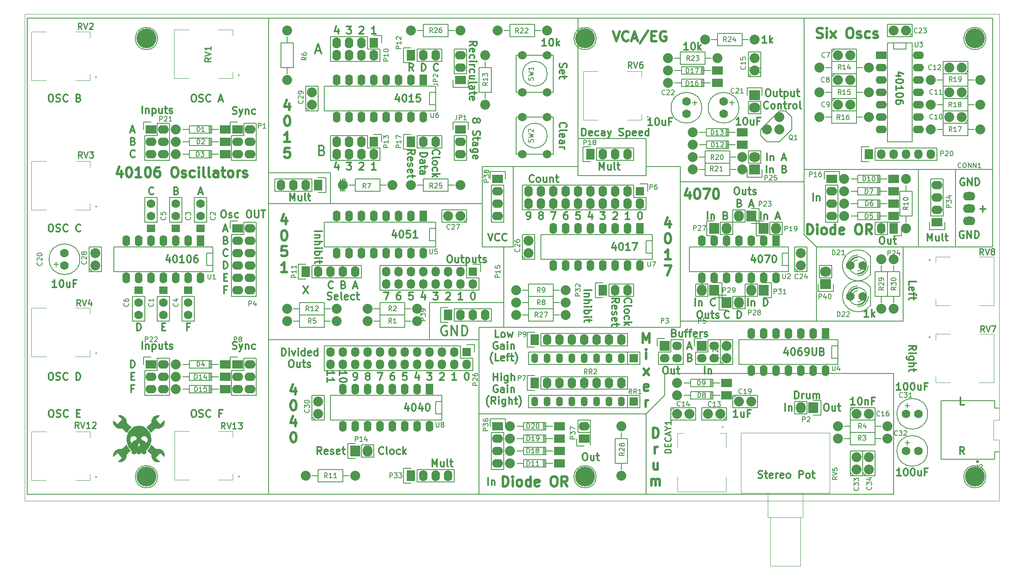
<source format=gto>
%TF.GenerationSoftware,KiCad,Pcbnew,8.0.0*%
%TF.CreationDate,2024-08-13T08:30:51+02:00*%
%TF.ProjectId,logic_noise_playground,6c6f6769-635f-46e6-9f69-73655f706c61,rev?*%
%TF.SameCoordinates,Original*%
%TF.FileFunction,Legend,Top*%
%TF.FilePolarity,Positive*%
%FSLAX46Y46*%
G04 Gerber Fmt 4.6, Leading zero omitted, Abs format (unit mm)*
G04 Created by KiCad (PCBNEW 8.0.0) date 2024-08-13 08:30:51*
%MOMM*%
%LPD*%
G01*
G04 APERTURE LIST*
%ADD10C,0.200000*%
%ADD11C,0.300000*%
%ADD12C,0.508000*%
%ADD13C,0.150000*%
%ADD14C,0.254000*%
%ADD15C,0.127000*%
%ADD16C,0.340000*%
%ADD17C,0.100000*%
%ADD18C,0.120000*%
%ADD19R,1.778000X1.524000*%
%ADD20C,1.778000*%
%ADD21C,2.032000*%
%ADD22R,2.286000X1.699260*%
%ADD23R,2.286000X1.727200*%
%ADD24O,2.286000X1.727200*%
%ADD25R,1.727200X1.727200*%
%ADD26O,1.727200X2.286000*%
%ADD27R,1.727200X2.032000*%
%ADD28O,1.727200X2.032000*%
%ADD29R,1.574800X2.286000*%
%ADD30O,1.574800X2.286000*%
%ADD31R,2.286000X1.574800*%
%ADD32O,2.286000X1.574800*%
%ADD33O,2.540000X1.778000*%
%ADD34R,1.651000X1.651000*%
%ADD35O,1.397000X2.032000*%
%ADD36R,1.727200X2.286000*%
%ADD37R,2.032000X2.286000*%
%ADD38O,2.032000X2.286000*%
%ADD39R,2.286000X2.032000*%
%ADD40O,2.286000X2.032000*%
%ADD41R,2.032000X2.032000*%
%ADD42O,2.032000X1.727200*%
%ADD43C,4.064000*%
%TA.AperFunction,Profile*%
%ADD44C,0.100000*%
%TD*%
%TA.AperFunction,Profile*%
%ADD45C,0.010000*%
%TD*%
G04 APERTURE END LIST*
D10*
X128270000Y-146050000D02*
X128270000Y-116840000D01*
X194945000Y-95250000D02*
X197485000Y-97790000D01*
X218440000Y-97790000D02*
X226060000Y-97790000D01*
X97790000Y-82550000D02*
X97790000Y-88900000D01*
X148590000Y-75565000D02*
X162560000Y-75565000D01*
X194945000Y-87630000D02*
X194945000Y-50800000D01*
X226060000Y-97790000D02*
X226060000Y-81915000D01*
X128270000Y-116840000D02*
X85090000Y-116840000D01*
X128270000Y-114300000D02*
X133350000Y-114300000D01*
X213360000Y-123825000D02*
X213360000Y-148590000D01*
X197485000Y-97790000D02*
X197485000Y-113030000D01*
X162560000Y-132080000D02*
X162560000Y-148590000D01*
X197485000Y-97790000D02*
X218440000Y-97790000D01*
X148590000Y-81280000D02*
X148590000Y-59055000D01*
X162560000Y-75565000D02*
X162560000Y-81280000D01*
X85090000Y-148590000D02*
X35560000Y-148590000D01*
X213360000Y-148590000D02*
X162560000Y-148590000D01*
X85090000Y-50800000D02*
X85090000Y-148590000D01*
X128270000Y-132080000D02*
X162560000Y-132080000D01*
X133350000Y-109220000D02*
X118110000Y-109220000D01*
X128905000Y-88900000D02*
X128905000Y-97790000D01*
X162560000Y-81280000D02*
X166370000Y-81280000D01*
X169545000Y-114300000D02*
X166370000Y-114300000D01*
X85090000Y-88900000D02*
X128905000Y-88900000D01*
X180975000Y-113030000D02*
X169545000Y-113030000D01*
X180975000Y-113030000D02*
X197485000Y-113030000D01*
X35560000Y-50800000D02*
X85090000Y-50800000D01*
X118110000Y-109220000D02*
X118110000Y-116840000D01*
X85090000Y-82550000D02*
X97790000Y-82550000D01*
X166370000Y-123825000D02*
X213360000Y-123825000D01*
X233680000Y-97790000D02*
X233680000Y-81915000D01*
X197485000Y-113030000D02*
X215265000Y-113030000D01*
X233680000Y-81915000D02*
X233680000Y-50800000D01*
X194945000Y-81915000D02*
X233680000Y-81915000D01*
X218440000Y-81915000D02*
X217805000Y-81915000D01*
X169545000Y-81280000D02*
X169545000Y-114300000D01*
X148590000Y-50800000D02*
X85090000Y-50800000D01*
X148590000Y-59055000D02*
X148590000Y-50800000D01*
X194945000Y-87630000D02*
X194945000Y-95250000D01*
X128270000Y-148590000D02*
X128270000Y-146050000D01*
X226060000Y-97790000D02*
X233680000Y-97790000D01*
X128905000Y-97790000D02*
X133350000Y-97790000D01*
X218440000Y-97790000D02*
X218440000Y-81915000D01*
X35560000Y-148590000D02*
X35560000Y-50800000D01*
X133350000Y-97790000D02*
X133350000Y-109220000D01*
X148590000Y-83185000D02*
X148590000Y-81280000D01*
X166370000Y-128270000D02*
X166370000Y-123825000D01*
X215265000Y-113030000D02*
X215265000Y-97790000D01*
X162560000Y-148590000D02*
X128270000Y-148590000D01*
X85090000Y-148590000D02*
X128270000Y-148590000D01*
X128905000Y-88900000D02*
X128905000Y-81280000D01*
X162560000Y-83185000D02*
X148590000Y-83185000D01*
X166370000Y-81280000D02*
X169545000Y-81280000D01*
X135255000Y-81280000D02*
X148590000Y-81280000D01*
X162560000Y-132080000D02*
X166370000Y-128270000D01*
X128270000Y-116840000D02*
X128270000Y-114300000D01*
X162560000Y-81280000D02*
X162560000Y-83185000D01*
X169545000Y-84455000D02*
X194945000Y-84455000D01*
X135255000Y-81280000D02*
X135255000Y-97790000D01*
X128905000Y-81280000D02*
X135255000Y-81280000D01*
X194945000Y-50800000D02*
X148590000Y-50800000D01*
X133350000Y-109220000D02*
X133350000Y-114300000D01*
X166370000Y-114300000D02*
X133350000Y-114300000D01*
X233680000Y-50800000D02*
X194945000Y-50800000D01*
X135255000Y-97790000D02*
X133350000Y-97790000D01*
D11*
X174581428Y-123868328D02*
X174581428Y-122368328D01*
X175295714Y-122868328D02*
X175295714Y-123868328D01*
X175295714Y-123011185D02*
X175367143Y-122939757D01*
X175367143Y-122939757D02*
X175510000Y-122868328D01*
X175510000Y-122868328D02*
X175724286Y-122868328D01*
X175724286Y-122868328D02*
X175867143Y-122939757D01*
X175867143Y-122939757D02*
X175938572Y-123082614D01*
X175938572Y-123082614D02*
X175938572Y-123868328D01*
X75807142Y-102278328D02*
X75807142Y-100778328D01*
X75807142Y-100778328D02*
X76164285Y-100778328D01*
X76164285Y-100778328D02*
X76378571Y-100849757D01*
X76378571Y-100849757D02*
X76521428Y-100992614D01*
X76521428Y-100992614D02*
X76592857Y-101135471D01*
X76592857Y-101135471D02*
X76664285Y-101421185D01*
X76664285Y-101421185D02*
X76664285Y-101635471D01*
X76664285Y-101635471D02*
X76592857Y-101921185D01*
X76592857Y-101921185D02*
X76521428Y-102064042D01*
X76521428Y-102064042D02*
X76378571Y-102206900D01*
X76378571Y-102206900D02*
X76164285Y-102278328D01*
X76164285Y-102278328D02*
X75807142Y-102278328D01*
X95932857Y-140378328D02*
X95432857Y-139664042D01*
X95075714Y-140378328D02*
X95075714Y-138878328D01*
X95075714Y-138878328D02*
X95647143Y-138878328D01*
X95647143Y-138878328D02*
X95790000Y-138949757D01*
X95790000Y-138949757D02*
X95861429Y-139021185D01*
X95861429Y-139021185D02*
X95932857Y-139164042D01*
X95932857Y-139164042D02*
X95932857Y-139378328D01*
X95932857Y-139378328D02*
X95861429Y-139521185D01*
X95861429Y-139521185D02*
X95790000Y-139592614D01*
X95790000Y-139592614D02*
X95647143Y-139664042D01*
X95647143Y-139664042D02*
X95075714Y-139664042D01*
X97147143Y-140306900D02*
X97004286Y-140378328D01*
X97004286Y-140378328D02*
X96718572Y-140378328D01*
X96718572Y-140378328D02*
X96575714Y-140306900D01*
X96575714Y-140306900D02*
X96504286Y-140164042D01*
X96504286Y-140164042D02*
X96504286Y-139592614D01*
X96504286Y-139592614D02*
X96575714Y-139449757D01*
X96575714Y-139449757D02*
X96718572Y-139378328D01*
X96718572Y-139378328D02*
X97004286Y-139378328D01*
X97004286Y-139378328D02*
X97147143Y-139449757D01*
X97147143Y-139449757D02*
X97218572Y-139592614D01*
X97218572Y-139592614D02*
X97218572Y-139735471D01*
X97218572Y-139735471D02*
X96504286Y-139878328D01*
X97790000Y-140306900D02*
X97932857Y-140378328D01*
X97932857Y-140378328D02*
X98218571Y-140378328D01*
X98218571Y-140378328D02*
X98361428Y-140306900D01*
X98361428Y-140306900D02*
X98432857Y-140164042D01*
X98432857Y-140164042D02*
X98432857Y-140092614D01*
X98432857Y-140092614D02*
X98361428Y-139949757D01*
X98361428Y-139949757D02*
X98218571Y-139878328D01*
X98218571Y-139878328D02*
X98004286Y-139878328D01*
X98004286Y-139878328D02*
X97861428Y-139806900D01*
X97861428Y-139806900D02*
X97790000Y-139664042D01*
X97790000Y-139664042D02*
X97790000Y-139592614D01*
X97790000Y-139592614D02*
X97861428Y-139449757D01*
X97861428Y-139449757D02*
X98004286Y-139378328D01*
X98004286Y-139378328D02*
X98218571Y-139378328D01*
X98218571Y-139378328D02*
X98361428Y-139449757D01*
X99647143Y-140306900D02*
X99504286Y-140378328D01*
X99504286Y-140378328D02*
X99218572Y-140378328D01*
X99218572Y-140378328D02*
X99075714Y-140306900D01*
X99075714Y-140306900D02*
X99004286Y-140164042D01*
X99004286Y-140164042D02*
X99004286Y-139592614D01*
X99004286Y-139592614D02*
X99075714Y-139449757D01*
X99075714Y-139449757D02*
X99218572Y-139378328D01*
X99218572Y-139378328D02*
X99504286Y-139378328D01*
X99504286Y-139378328D02*
X99647143Y-139449757D01*
X99647143Y-139449757D02*
X99718572Y-139592614D01*
X99718572Y-139592614D02*
X99718572Y-139735471D01*
X99718572Y-139735471D02*
X99004286Y-139878328D01*
X100147143Y-139378328D02*
X100718571Y-139378328D01*
X100361428Y-138878328D02*
X100361428Y-140164042D01*
X100361428Y-140164042D02*
X100432857Y-140306900D01*
X100432857Y-140306900D02*
X100575714Y-140378328D01*
X100575714Y-140378328D02*
X100718571Y-140378328D01*
X89439999Y-88308328D02*
X89439999Y-86808328D01*
X89439999Y-86808328D02*
X89939999Y-87879757D01*
X89939999Y-87879757D02*
X90439999Y-86808328D01*
X90439999Y-86808328D02*
X90439999Y-88308328D01*
X91797143Y-87308328D02*
X91797143Y-88308328D01*
X91154285Y-87308328D02*
X91154285Y-88094042D01*
X91154285Y-88094042D02*
X91225714Y-88236900D01*
X91225714Y-88236900D02*
X91368571Y-88308328D01*
X91368571Y-88308328D02*
X91582857Y-88308328D01*
X91582857Y-88308328D02*
X91725714Y-88236900D01*
X91725714Y-88236900D02*
X91797143Y-88165471D01*
X92725714Y-88308328D02*
X92582857Y-88236900D01*
X92582857Y-88236900D02*
X92511428Y-88094042D01*
X92511428Y-88094042D02*
X92511428Y-86808328D01*
X93082857Y-87308328D02*
X93654285Y-87308328D01*
X93297142Y-86808328D02*
X93297142Y-88094042D01*
X93297142Y-88094042D02*
X93368571Y-88236900D01*
X93368571Y-88236900D02*
X93511428Y-88308328D01*
X93511428Y-88308328D02*
X93654285Y-88308328D01*
X75878571Y-104032614D02*
X76378571Y-104032614D01*
X76592857Y-104818328D02*
X75878571Y-104818328D01*
X75878571Y-104818328D02*
X75878571Y-103318328D01*
X75878571Y-103318328D02*
X76592857Y-103318328D01*
X94766190Y-57493870D02*
X95733809Y-57493870D01*
X94572666Y-58074441D02*
X95250000Y-56042441D01*
X95250000Y-56042441D02*
X95927333Y-58074441D01*
X118880000Y-107128328D02*
X119808572Y-107128328D01*
X119808572Y-107128328D02*
X119308572Y-107699757D01*
X119308572Y-107699757D02*
X119522857Y-107699757D01*
X119522857Y-107699757D02*
X119665715Y-107771185D01*
X119665715Y-107771185D02*
X119737143Y-107842614D01*
X119737143Y-107842614D02*
X119808572Y-107985471D01*
X119808572Y-107985471D02*
X119808572Y-108342614D01*
X119808572Y-108342614D02*
X119737143Y-108485471D01*
X119737143Y-108485471D02*
X119665715Y-108556900D01*
X119665715Y-108556900D02*
X119522857Y-108628328D01*
X119522857Y-108628328D02*
X119094286Y-108628328D01*
X119094286Y-108628328D02*
X118951429Y-108556900D01*
X118951429Y-108556900D02*
X118880000Y-108485471D01*
X61424285Y-86895471D02*
X61352857Y-86966900D01*
X61352857Y-86966900D02*
X61138571Y-87038328D01*
X61138571Y-87038328D02*
X60995714Y-87038328D01*
X60995714Y-87038328D02*
X60781428Y-86966900D01*
X60781428Y-86966900D02*
X60638571Y-86824042D01*
X60638571Y-86824042D02*
X60567142Y-86681185D01*
X60567142Y-86681185D02*
X60495714Y-86395471D01*
X60495714Y-86395471D02*
X60495714Y-86181185D01*
X60495714Y-86181185D02*
X60567142Y-85895471D01*
X60567142Y-85895471D02*
X60638571Y-85752614D01*
X60638571Y-85752614D02*
X60781428Y-85609757D01*
X60781428Y-85609757D02*
X60995714Y-85538328D01*
X60995714Y-85538328D02*
X61138571Y-85538328D01*
X61138571Y-85538328D02*
X61352857Y-85609757D01*
X61352857Y-85609757D02*
X61424285Y-85681185D01*
X56792857Y-73909757D02*
X57507143Y-73909757D01*
X56650000Y-74338328D02*
X57150000Y-72838328D01*
X57150000Y-72838328D02*
X57650000Y-74338328D01*
X155531671Y-109267857D02*
X156245957Y-108767857D01*
X155531671Y-108410714D02*
X157031671Y-108410714D01*
X157031671Y-108410714D02*
X157031671Y-108982143D01*
X157031671Y-108982143D02*
X156960242Y-109125000D01*
X156960242Y-109125000D02*
X156888814Y-109196429D01*
X156888814Y-109196429D02*
X156745957Y-109267857D01*
X156745957Y-109267857D02*
X156531671Y-109267857D01*
X156531671Y-109267857D02*
X156388814Y-109196429D01*
X156388814Y-109196429D02*
X156317385Y-109125000D01*
X156317385Y-109125000D02*
X156245957Y-108982143D01*
X156245957Y-108982143D02*
X156245957Y-108410714D01*
X155603100Y-110482143D02*
X155531671Y-110339286D01*
X155531671Y-110339286D02*
X155531671Y-110053572D01*
X155531671Y-110053572D02*
X155603100Y-109910714D01*
X155603100Y-109910714D02*
X155745957Y-109839286D01*
X155745957Y-109839286D02*
X156317385Y-109839286D01*
X156317385Y-109839286D02*
X156460242Y-109910714D01*
X156460242Y-109910714D02*
X156531671Y-110053572D01*
X156531671Y-110053572D02*
X156531671Y-110339286D01*
X156531671Y-110339286D02*
X156460242Y-110482143D01*
X156460242Y-110482143D02*
X156317385Y-110553572D01*
X156317385Y-110553572D02*
X156174528Y-110553572D01*
X156174528Y-110553572D02*
X156031671Y-109839286D01*
X155603100Y-111125000D02*
X155531671Y-111267857D01*
X155531671Y-111267857D02*
X155531671Y-111553571D01*
X155531671Y-111553571D02*
X155603100Y-111696428D01*
X155603100Y-111696428D02*
X155745957Y-111767857D01*
X155745957Y-111767857D02*
X155817385Y-111767857D01*
X155817385Y-111767857D02*
X155960242Y-111696428D01*
X155960242Y-111696428D02*
X156031671Y-111553571D01*
X156031671Y-111553571D02*
X156031671Y-111339286D01*
X156031671Y-111339286D02*
X156103100Y-111196428D01*
X156103100Y-111196428D02*
X156245957Y-111125000D01*
X156245957Y-111125000D02*
X156317385Y-111125000D01*
X156317385Y-111125000D02*
X156460242Y-111196428D01*
X156460242Y-111196428D02*
X156531671Y-111339286D01*
X156531671Y-111339286D02*
X156531671Y-111553571D01*
X156531671Y-111553571D02*
X156460242Y-111696428D01*
X155603100Y-112982143D02*
X155531671Y-112839286D01*
X155531671Y-112839286D02*
X155531671Y-112553572D01*
X155531671Y-112553572D02*
X155603100Y-112410714D01*
X155603100Y-112410714D02*
X155745957Y-112339286D01*
X155745957Y-112339286D02*
X156317385Y-112339286D01*
X156317385Y-112339286D02*
X156460242Y-112410714D01*
X156460242Y-112410714D02*
X156531671Y-112553572D01*
X156531671Y-112553572D02*
X156531671Y-112839286D01*
X156531671Y-112839286D02*
X156460242Y-112982143D01*
X156460242Y-112982143D02*
X156317385Y-113053572D01*
X156317385Y-113053572D02*
X156174528Y-113053572D01*
X156174528Y-113053572D02*
X156031671Y-112339286D01*
X156531671Y-113482143D02*
X156531671Y-114053571D01*
X157031671Y-113696428D02*
X155745957Y-113696428D01*
X155745957Y-113696428D02*
X155603100Y-113767857D01*
X155603100Y-113767857D02*
X155531671Y-113910714D01*
X155531671Y-113910714D02*
X155531671Y-114053571D01*
X149816671Y-106676427D02*
X151316671Y-106676427D01*
X150816671Y-107390713D02*
X149816671Y-107390713D01*
X150673814Y-107390713D02*
X150745242Y-107462142D01*
X150745242Y-107462142D02*
X150816671Y-107604999D01*
X150816671Y-107604999D02*
X150816671Y-107819285D01*
X150816671Y-107819285D02*
X150745242Y-107962142D01*
X150745242Y-107962142D02*
X150602385Y-108033571D01*
X150602385Y-108033571D02*
X149816671Y-108033571D01*
X149816671Y-108747856D02*
X151316671Y-108747856D01*
X149816671Y-109390714D02*
X150602385Y-109390714D01*
X150602385Y-109390714D02*
X150745242Y-109319285D01*
X150745242Y-109319285D02*
X150816671Y-109176428D01*
X150816671Y-109176428D02*
X150816671Y-108962142D01*
X150816671Y-108962142D02*
X150745242Y-108819285D01*
X150745242Y-108819285D02*
X150673814Y-108747856D01*
X149816671Y-110104999D02*
X150816671Y-110104999D01*
X151316671Y-110104999D02*
X151245242Y-110033571D01*
X151245242Y-110033571D02*
X151173814Y-110104999D01*
X151173814Y-110104999D02*
X151245242Y-110176428D01*
X151245242Y-110176428D02*
X151316671Y-110104999D01*
X151316671Y-110104999D02*
X151173814Y-110104999D01*
X149816671Y-110819285D02*
X151316671Y-110819285D01*
X150745242Y-110819285D02*
X150816671Y-110962143D01*
X150816671Y-110962143D02*
X150816671Y-111247857D01*
X150816671Y-111247857D02*
X150745242Y-111390714D01*
X150745242Y-111390714D02*
X150673814Y-111462143D01*
X150673814Y-111462143D02*
X150530957Y-111533571D01*
X150530957Y-111533571D02*
X150102385Y-111533571D01*
X150102385Y-111533571D02*
X149959528Y-111462143D01*
X149959528Y-111462143D02*
X149888100Y-111390714D01*
X149888100Y-111390714D02*
X149816671Y-111247857D01*
X149816671Y-111247857D02*
X149816671Y-110962143D01*
X149816671Y-110962143D02*
X149888100Y-110819285D01*
X149816671Y-112176428D02*
X150816671Y-112176428D01*
X151316671Y-112176428D02*
X151245242Y-112105000D01*
X151245242Y-112105000D02*
X151173814Y-112176428D01*
X151173814Y-112176428D02*
X151245242Y-112247857D01*
X151245242Y-112247857D02*
X151316671Y-112176428D01*
X151316671Y-112176428D02*
X151173814Y-112176428D01*
X150816671Y-112676429D02*
X150816671Y-113247857D01*
X151316671Y-112890714D02*
X150030957Y-112890714D01*
X150030957Y-112890714D02*
X149888100Y-112962143D01*
X149888100Y-112962143D02*
X149816671Y-113105000D01*
X149816671Y-113105000D02*
X149816671Y-113247857D01*
X107108572Y-54018328D02*
X106251429Y-54018328D01*
X106680000Y-54018328D02*
X106680000Y-52518328D01*
X106680000Y-52518328D02*
X106537143Y-52732614D01*
X106537143Y-52732614D02*
X106394286Y-52875471D01*
X106394286Y-52875471D02*
X106251429Y-52946900D01*
X152939999Y-81958328D02*
X152939999Y-80458328D01*
X152939999Y-80458328D02*
X153439999Y-81529757D01*
X153439999Y-81529757D02*
X153939999Y-80458328D01*
X153939999Y-80458328D02*
X153939999Y-81958328D01*
X155297143Y-80958328D02*
X155297143Y-81958328D01*
X154654285Y-80958328D02*
X154654285Y-81744042D01*
X154654285Y-81744042D02*
X154725714Y-81886900D01*
X154725714Y-81886900D02*
X154868571Y-81958328D01*
X154868571Y-81958328D02*
X155082857Y-81958328D01*
X155082857Y-81958328D02*
X155225714Y-81886900D01*
X155225714Y-81886900D02*
X155297143Y-81815471D01*
X156225714Y-81958328D02*
X156082857Y-81886900D01*
X156082857Y-81886900D02*
X156011428Y-81744042D01*
X156011428Y-81744042D02*
X156011428Y-80458328D01*
X156582857Y-80958328D02*
X157154285Y-80958328D01*
X156797142Y-80458328D02*
X156797142Y-81744042D01*
X156797142Y-81744042D02*
X156868571Y-81886900D01*
X156868571Y-81886900D02*
X157011428Y-81958328D01*
X157011428Y-81958328D02*
X157154285Y-81958328D01*
X59138570Y-70398328D02*
X59138570Y-68898328D01*
X59852856Y-69398328D02*
X59852856Y-70398328D01*
X59852856Y-69541185D02*
X59924285Y-69469757D01*
X59924285Y-69469757D02*
X60067142Y-69398328D01*
X60067142Y-69398328D02*
X60281428Y-69398328D01*
X60281428Y-69398328D02*
X60424285Y-69469757D01*
X60424285Y-69469757D02*
X60495714Y-69612614D01*
X60495714Y-69612614D02*
X60495714Y-70398328D01*
X61209999Y-69398328D02*
X61209999Y-70898328D01*
X61209999Y-69469757D02*
X61352857Y-69398328D01*
X61352857Y-69398328D02*
X61638571Y-69398328D01*
X61638571Y-69398328D02*
X61781428Y-69469757D01*
X61781428Y-69469757D02*
X61852857Y-69541185D01*
X61852857Y-69541185D02*
X61924285Y-69684042D01*
X61924285Y-69684042D02*
X61924285Y-70112614D01*
X61924285Y-70112614D02*
X61852857Y-70255471D01*
X61852857Y-70255471D02*
X61781428Y-70326900D01*
X61781428Y-70326900D02*
X61638571Y-70398328D01*
X61638571Y-70398328D02*
X61352857Y-70398328D01*
X61352857Y-70398328D02*
X61209999Y-70326900D01*
X63210000Y-69398328D02*
X63210000Y-70398328D01*
X62567142Y-69398328D02*
X62567142Y-70184042D01*
X62567142Y-70184042D02*
X62638571Y-70326900D01*
X62638571Y-70326900D02*
X62781428Y-70398328D01*
X62781428Y-70398328D02*
X62995714Y-70398328D01*
X62995714Y-70398328D02*
X63138571Y-70326900D01*
X63138571Y-70326900D02*
X63210000Y-70255471D01*
X63710000Y-69398328D02*
X64281428Y-69398328D01*
X63924285Y-68898328D02*
X63924285Y-70184042D01*
X63924285Y-70184042D02*
X63995714Y-70326900D01*
X63995714Y-70326900D02*
X64138571Y-70398328D01*
X64138571Y-70398328D02*
X64281428Y-70398328D01*
X64710000Y-70326900D02*
X64852857Y-70398328D01*
X64852857Y-70398328D02*
X65138571Y-70398328D01*
X65138571Y-70398328D02*
X65281428Y-70326900D01*
X65281428Y-70326900D02*
X65352857Y-70184042D01*
X65352857Y-70184042D02*
X65352857Y-70112614D01*
X65352857Y-70112614D02*
X65281428Y-69969757D01*
X65281428Y-69969757D02*
X65138571Y-69898328D01*
X65138571Y-69898328D02*
X64924286Y-69898328D01*
X64924286Y-69898328D02*
X64781428Y-69826900D01*
X64781428Y-69826900D02*
X64710000Y-69684042D01*
X64710000Y-69684042D02*
X64710000Y-69612614D01*
X64710000Y-69612614D02*
X64781428Y-69469757D01*
X64781428Y-69469757D02*
X64924286Y-69398328D01*
X64924286Y-69398328D02*
X65138571Y-69398328D01*
X65138571Y-69398328D02*
X65281428Y-69469757D01*
X114764285Y-61638328D02*
X114264285Y-60924042D01*
X113907142Y-61638328D02*
X113907142Y-60138328D01*
X113907142Y-60138328D02*
X114478571Y-60138328D01*
X114478571Y-60138328D02*
X114621428Y-60209757D01*
X114621428Y-60209757D02*
X114692857Y-60281185D01*
X114692857Y-60281185D02*
X114764285Y-60424042D01*
X114764285Y-60424042D02*
X114764285Y-60638328D01*
X114764285Y-60638328D02*
X114692857Y-60781185D01*
X114692857Y-60781185D02*
X114621428Y-60852614D01*
X114621428Y-60852614D02*
X114478571Y-60924042D01*
X114478571Y-60924042D02*
X113907142Y-60924042D01*
X144879528Y-73215714D02*
X144808100Y-73144286D01*
X144808100Y-73144286D02*
X144736671Y-72930000D01*
X144736671Y-72930000D02*
X144736671Y-72787143D01*
X144736671Y-72787143D02*
X144808100Y-72572857D01*
X144808100Y-72572857D02*
X144950957Y-72430000D01*
X144950957Y-72430000D02*
X145093814Y-72358571D01*
X145093814Y-72358571D02*
X145379528Y-72287143D01*
X145379528Y-72287143D02*
X145593814Y-72287143D01*
X145593814Y-72287143D02*
X145879528Y-72358571D01*
X145879528Y-72358571D02*
X146022385Y-72430000D01*
X146022385Y-72430000D02*
X146165242Y-72572857D01*
X146165242Y-72572857D02*
X146236671Y-72787143D01*
X146236671Y-72787143D02*
X146236671Y-72930000D01*
X146236671Y-72930000D02*
X146165242Y-73144286D01*
X146165242Y-73144286D02*
X146093814Y-73215714D01*
X144736671Y-74072857D02*
X144808100Y-73930000D01*
X144808100Y-73930000D02*
X144950957Y-73858571D01*
X144950957Y-73858571D02*
X146236671Y-73858571D01*
X144808100Y-75215714D02*
X144736671Y-75072857D01*
X144736671Y-75072857D02*
X144736671Y-74787143D01*
X144736671Y-74787143D02*
X144808100Y-74644285D01*
X144808100Y-74644285D02*
X144950957Y-74572857D01*
X144950957Y-74572857D02*
X145522385Y-74572857D01*
X145522385Y-74572857D02*
X145665242Y-74644285D01*
X145665242Y-74644285D02*
X145736671Y-74787143D01*
X145736671Y-74787143D02*
X145736671Y-75072857D01*
X145736671Y-75072857D02*
X145665242Y-75215714D01*
X145665242Y-75215714D02*
X145522385Y-75287143D01*
X145522385Y-75287143D02*
X145379528Y-75287143D01*
X145379528Y-75287143D02*
X145236671Y-74572857D01*
X144736671Y-76572857D02*
X145522385Y-76572857D01*
X145522385Y-76572857D02*
X145665242Y-76501428D01*
X145665242Y-76501428D02*
X145736671Y-76358571D01*
X145736671Y-76358571D02*
X145736671Y-76072857D01*
X145736671Y-76072857D02*
X145665242Y-75929999D01*
X144808100Y-76572857D02*
X144736671Y-76429999D01*
X144736671Y-76429999D02*
X144736671Y-76072857D01*
X144736671Y-76072857D02*
X144808100Y-75929999D01*
X144808100Y-75929999D02*
X144950957Y-75858571D01*
X144950957Y-75858571D02*
X145093814Y-75858571D01*
X145093814Y-75858571D02*
X145236671Y-75929999D01*
X145236671Y-75929999D02*
X145308100Y-76072857D01*
X145308100Y-76072857D02*
X145308100Y-76429999D01*
X145308100Y-76429999D02*
X145379528Y-76572857D01*
X144736671Y-77287142D02*
X145736671Y-77287142D01*
X145450957Y-77287142D02*
X145593814Y-77358571D01*
X145593814Y-77358571D02*
X145665242Y-77430000D01*
X145665242Y-77430000D02*
X145736671Y-77572857D01*
X145736671Y-77572857D02*
X145736671Y-77715714D01*
X102512857Y-105913757D02*
X103227143Y-105913757D01*
X102370000Y-106342328D02*
X102870000Y-104842328D01*
X102870000Y-104842328D02*
X103370000Y-106342328D01*
X181892858Y-72738328D02*
X181035715Y-72738328D01*
X181464286Y-72738328D02*
X181464286Y-71238328D01*
X181464286Y-71238328D02*
X181321429Y-71452614D01*
X181321429Y-71452614D02*
X181178572Y-71595471D01*
X181178572Y-71595471D02*
X181035715Y-71666900D01*
X182821429Y-71238328D02*
X182964286Y-71238328D01*
X182964286Y-71238328D02*
X183107143Y-71309757D01*
X183107143Y-71309757D02*
X183178572Y-71381185D01*
X183178572Y-71381185D02*
X183250000Y-71524042D01*
X183250000Y-71524042D02*
X183321429Y-71809757D01*
X183321429Y-71809757D02*
X183321429Y-72166900D01*
X183321429Y-72166900D02*
X183250000Y-72452614D01*
X183250000Y-72452614D02*
X183178572Y-72595471D01*
X183178572Y-72595471D02*
X183107143Y-72666900D01*
X183107143Y-72666900D02*
X182964286Y-72738328D01*
X182964286Y-72738328D02*
X182821429Y-72738328D01*
X182821429Y-72738328D02*
X182678572Y-72666900D01*
X182678572Y-72666900D02*
X182607143Y-72595471D01*
X182607143Y-72595471D02*
X182535714Y-72452614D01*
X182535714Y-72452614D02*
X182464286Y-72166900D01*
X182464286Y-72166900D02*
X182464286Y-71809757D01*
X182464286Y-71809757D02*
X182535714Y-71524042D01*
X182535714Y-71524042D02*
X182607143Y-71381185D01*
X182607143Y-71381185D02*
X182678572Y-71309757D01*
X182678572Y-71309757D02*
X182821429Y-71238328D01*
X184607143Y-71738328D02*
X184607143Y-72738328D01*
X183964285Y-71738328D02*
X183964285Y-72524042D01*
X183964285Y-72524042D02*
X184035714Y-72666900D01*
X184035714Y-72666900D02*
X184178571Y-72738328D01*
X184178571Y-72738328D02*
X184392857Y-72738328D01*
X184392857Y-72738328D02*
X184535714Y-72666900D01*
X184535714Y-72666900D02*
X184607143Y-72595471D01*
X185821428Y-71952614D02*
X185321428Y-71952614D01*
X185321428Y-72738328D02*
X185321428Y-71238328D01*
X185321428Y-71238328D02*
X186035714Y-71238328D01*
X168307142Y-115462614D02*
X168521428Y-115534042D01*
X168521428Y-115534042D02*
X168592857Y-115605471D01*
X168592857Y-115605471D02*
X168664285Y-115748328D01*
X168664285Y-115748328D02*
X168664285Y-115962614D01*
X168664285Y-115962614D02*
X168592857Y-116105471D01*
X168592857Y-116105471D02*
X168521428Y-116176900D01*
X168521428Y-116176900D02*
X168378571Y-116248328D01*
X168378571Y-116248328D02*
X167807142Y-116248328D01*
X167807142Y-116248328D02*
X167807142Y-114748328D01*
X167807142Y-114748328D02*
X168307142Y-114748328D01*
X168307142Y-114748328D02*
X168450000Y-114819757D01*
X168450000Y-114819757D02*
X168521428Y-114891185D01*
X168521428Y-114891185D02*
X168592857Y-115034042D01*
X168592857Y-115034042D02*
X168592857Y-115176900D01*
X168592857Y-115176900D02*
X168521428Y-115319757D01*
X168521428Y-115319757D02*
X168450000Y-115391185D01*
X168450000Y-115391185D02*
X168307142Y-115462614D01*
X168307142Y-115462614D02*
X167807142Y-115462614D01*
X169950000Y-115248328D02*
X169950000Y-116248328D01*
X169307142Y-115248328D02*
X169307142Y-116034042D01*
X169307142Y-116034042D02*
X169378571Y-116176900D01*
X169378571Y-116176900D02*
X169521428Y-116248328D01*
X169521428Y-116248328D02*
X169735714Y-116248328D01*
X169735714Y-116248328D02*
X169878571Y-116176900D01*
X169878571Y-116176900D02*
X169950000Y-116105471D01*
X170450000Y-115248328D02*
X171021428Y-115248328D01*
X170664285Y-116248328D02*
X170664285Y-114962614D01*
X170664285Y-114962614D02*
X170735714Y-114819757D01*
X170735714Y-114819757D02*
X170878571Y-114748328D01*
X170878571Y-114748328D02*
X171021428Y-114748328D01*
X171307143Y-115248328D02*
X171878571Y-115248328D01*
X171521428Y-116248328D02*
X171521428Y-114962614D01*
X171521428Y-114962614D02*
X171592857Y-114819757D01*
X171592857Y-114819757D02*
X171735714Y-114748328D01*
X171735714Y-114748328D02*
X171878571Y-114748328D01*
X172950000Y-116176900D02*
X172807143Y-116248328D01*
X172807143Y-116248328D02*
X172521429Y-116248328D01*
X172521429Y-116248328D02*
X172378571Y-116176900D01*
X172378571Y-116176900D02*
X172307143Y-116034042D01*
X172307143Y-116034042D02*
X172307143Y-115462614D01*
X172307143Y-115462614D02*
X172378571Y-115319757D01*
X172378571Y-115319757D02*
X172521429Y-115248328D01*
X172521429Y-115248328D02*
X172807143Y-115248328D01*
X172807143Y-115248328D02*
X172950000Y-115319757D01*
X172950000Y-115319757D02*
X173021429Y-115462614D01*
X173021429Y-115462614D02*
X173021429Y-115605471D01*
X173021429Y-115605471D02*
X172307143Y-115748328D01*
X173664285Y-116248328D02*
X173664285Y-115248328D01*
X173664285Y-115534042D02*
X173735714Y-115391185D01*
X173735714Y-115391185D02*
X173807143Y-115319757D01*
X173807143Y-115319757D02*
X173950000Y-115248328D01*
X173950000Y-115248328D02*
X174092857Y-115248328D01*
X174521428Y-116176900D02*
X174664285Y-116248328D01*
X174664285Y-116248328D02*
X174949999Y-116248328D01*
X174949999Y-116248328D02*
X175092856Y-116176900D01*
X175092856Y-116176900D02*
X175164285Y-116034042D01*
X175164285Y-116034042D02*
X175164285Y-115962614D01*
X175164285Y-115962614D02*
X175092856Y-115819757D01*
X175092856Y-115819757D02*
X174949999Y-115748328D01*
X174949999Y-115748328D02*
X174735714Y-115748328D01*
X174735714Y-115748328D02*
X174592856Y-115676900D01*
X174592856Y-115676900D02*
X174521428Y-115534042D01*
X174521428Y-115534042D02*
X174521428Y-115462614D01*
X174521428Y-115462614D02*
X174592856Y-115319757D01*
X174592856Y-115319757D02*
X174735714Y-115248328D01*
X174735714Y-115248328D02*
X174949999Y-115248328D01*
X174949999Y-115248328D02*
X175092856Y-115319757D01*
D12*
X88652047Y-91806850D02*
X88652047Y-93161516D01*
X88168238Y-91032755D02*
X87684428Y-92484183D01*
X87684428Y-92484183D02*
X88942333Y-92484183D01*
X88168238Y-94400922D02*
X88361761Y-94400922D01*
X88361761Y-94400922D02*
X88555285Y-94497684D01*
X88555285Y-94497684D02*
X88652047Y-94594446D01*
X88652047Y-94594446D02*
X88748809Y-94787970D01*
X88748809Y-94787970D02*
X88845571Y-95175018D01*
X88845571Y-95175018D02*
X88845571Y-95658827D01*
X88845571Y-95658827D02*
X88748809Y-96045875D01*
X88748809Y-96045875D02*
X88652047Y-96239399D01*
X88652047Y-96239399D02*
X88555285Y-96336161D01*
X88555285Y-96336161D02*
X88361761Y-96432922D01*
X88361761Y-96432922D02*
X88168238Y-96432922D01*
X88168238Y-96432922D02*
X87974714Y-96336161D01*
X87974714Y-96336161D02*
X87877952Y-96239399D01*
X87877952Y-96239399D02*
X87781190Y-96045875D01*
X87781190Y-96045875D02*
X87684428Y-95658827D01*
X87684428Y-95658827D02*
X87684428Y-95175018D01*
X87684428Y-95175018D02*
X87781190Y-94787970D01*
X87781190Y-94787970D02*
X87877952Y-94594446D01*
X87877952Y-94594446D02*
X87974714Y-94497684D01*
X87974714Y-94497684D02*
X88168238Y-94400922D01*
X88748809Y-97672328D02*
X87781190Y-97672328D01*
X87781190Y-97672328D02*
X87684428Y-98639947D01*
X87684428Y-98639947D02*
X87781190Y-98543186D01*
X87781190Y-98543186D02*
X87974714Y-98446424D01*
X87974714Y-98446424D02*
X88458523Y-98446424D01*
X88458523Y-98446424D02*
X88652047Y-98543186D01*
X88652047Y-98543186D02*
X88748809Y-98639947D01*
X88748809Y-98639947D02*
X88845571Y-98833471D01*
X88845571Y-98833471D02*
X88845571Y-99317281D01*
X88845571Y-99317281D02*
X88748809Y-99510805D01*
X88748809Y-99510805D02*
X88652047Y-99607567D01*
X88652047Y-99607567D02*
X88458523Y-99704328D01*
X88458523Y-99704328D02*
X87974714Y-99704328D01*
X87974714Y-99704328D02*
X87781190Y-99607567D01*
X87781190Y-99607567D02*
X87684428Y-99510805D01*
X88845571Y-102975734D02*
X87684428Y-102975734D01*
X88265000Y-102975734D02*
X88265000Y-100943734D01*
X88265000Y-100943734D02*
X88071476Y-101234020D01*
X88071476Y-101234020D02*
X87877952Y-101427544D01*
X87877952Y-101427544D02*
X87684428Y-101524306D01*
D11*
X75842857Y-94229757D02*
X76557143Y-94229757D01*
X75700000Y-94658328D02*
X76200000Y-93158328D01*
X76200000Y-93158328D02*
X76700000Y-94658328D01*
X130131428Y-146728328D02*
X130131428Y-145228328D01*
X130845714Y-145728328D02*
X130845714Y-146728328D01*
X130845714Y-145871185D02*
X130917143Y-145799757D01*
X130917143Y-145799757D02*
X131060000Y-145728328D01*
X131060000Y-145728328D02*
X131274286Y-145728328D01*
X131274286Y-145728328D02*
X131417143Y-145799757D01*
X131417143Y-145799757D02*
X131488572Y-145942614D01*
X131488572Y-145942614D02*
X131488572Y-146728328D01*
X121491429Y-107271185D02*
X121562857Y-107199757D01*
X121562857Y-107199757D02*
X121705715Y-107128328D01*
X121705715Y-107128328D02*
X122062857Y-107128328D01*
X122062857Y-107128328D02*
X122205715Y-107199757D01*
X122205715Y-107199757D02*
X122277143Y-107271185D01*
X122277143Y-107271185D02*
X122348572Y-107414042D01*
X122348572Y-107414042D02*
X122348572Y-107556900D01*
X122348572Y-107556900D02*
X122277143Y-107771185D01*
X122277143Y-107771185D02*
X121420000Y-108628328D01*
X121420000Y-108628328D02*
X122348572Y-108628328D01*
X103711429Y-80601185D02*
X103782857Y-80529757D01*
X103782857Y-80529757D02*
X103925715Y-80458328D01*
X103925715Y-80458328D02*
X104282857Y-80458328D01*
X104282857Y-80458328D02*
X104425715Y-80529757D01*
X104425715Y-80529757D02*
X104497143Y-80601185D01*
X104497143Y-80601185D02*
X104568572Y-80744042D01*
X104568572Y-80744042D02*
X104568572Y-80886900D01*
X104568572Y-80886900D02*
X104497143Y-81101185D01*
X104497143Y-81101185D02*
X103640000Y-81958328D01*
X103640000Y-81958328D02*
X104568572Y-81958328D01*
D12*
X161882666Y-117560813D02*
X161882666Y-115528813D01*
X161882666Y-115528813D02*
X162559999Y-116980242D01*
X162559999Y-116980242D02*
X163237333Y-115528813D01*
X163237333Y-115528813D02*
X163237333Y-117560813D01*
X162560000Y-120832219D02*
X162560000Y-119477553D01*
X162560000Y-118800219D02*
X162463238Y-118896981D01*
X162463238Y-118896981D02*
X162560000Y-118993743D01*
X162560000Y-118993743D02*
X162656762Y-118896981D01*
X162656762Y-118896981D02*
X162560000Y-118800219D01*
X162560000Y-118800219D02*
X162560000Y-118993743D01*
X162027809Y-124103625D02*
X163092190Y-122748959D01*
X162027809Y-122748959D02*
X163092190Y-124103625D01*
X162947047Y-127278270D02*
X162753523Y-127375031D01*
X162753523Y-127375031D02*
X162366476Y-127375031D01*
X162366476Y-127375031D02*
X162172952Y-127278270D01*
X162172952Y-127278270D02*
X162076190Y-127084746D01*
X162076190Y-127084746D02*
X162076190Y-126310650D01*
X162076190Y-126310650D02*
X162172952Y-126117127D01*
X162172952Y-126117127D02*
X162366476Y-126020365D01*
X162366476Y-126020365D02*
X162753523Y-126020365D01*
X162753523Y-126020365D02*
X162947047Y-126117127D01*
X162947047Y-126117127D02*
X163043809Y-126310650D01*
X163043809Y-126310650D02*
X163043809Y-126504174D01*
X163043809Y-126504174D02*
X162076190Y-126697698D01*
X162414857Y-130646437D02*
X162414857Y-129291771D01*
X162414857Y-129678818D02*
X162511619Y-129485295D01*
X162511619Y-129485295D02*
X162608381Y-129388533D01*
X162608381Y-129388533D02*
X162801905Y-129291771D01*
X162801905Y-129291771D02*
X162995428Y-129291771D01*
D11*
X131207142Y-125263412D02*
X131207142Y-123763412D01*
X131207142Y-124477698D02*
X132064285Y-124477698D01*
X132064285Y-125263412D02*
X132064285Y-123763412D01*
X132778571Y-125263412D02*
X132778571Y-124263412D01*
X132778571Y-123763412D02*
X132707143Y-123834841D01*
X132707143Y-123834841D02*
X132778571Y-123906269D01*
X132778571Y-123906269D02*
X132850000Y-123834841D01*
X132850000Y-123834841D02*
X132778571Y-123763412D01*
X132778571Y-123763412D02*
X132778571Y-123906269D01*
X134135715Y-124263412D02*
X134135715Y-125477698D01*
X134135715Y-125477698D02*
X134064286Y-125620555D01*
X134064286Y-125620555D02*
X133992857Y-125691984D01*
X133992857Y-125691984D02*
X133850000Y-125763412D01*
X133850000Y-125763412D02*
X133635715Y-125763412D01*
X133635715Y-125763412D02*
X133492857Y-125691984D01*
X134135715Y-125191984D02*
X133992857Y-125263412D01*
X133992857Y-125263412D02*
X133707143Y-125263412D01*
X133707143Y-125263412D02*
X133564286Y-125191984D01*
X133564286Y-125191984D02*
X133492857Y-125120555D01*
X133492857Y-125120555D02*
X133421429Y-124977698D01*
X133421429Y-124977698D02*
X133421429Y-124549126D01*
X133421429Y-124549126D02*
X133492857Y-124406269D01*
X133492857Y-124406269D02*
X133564286Y-124334841D01*
X133564286Y-124334841D02*
X133707143Y-124263412D01*
X133707143Y-124263412D02*
X133992857Y-124263412D01*
X133992857Y-124263412D02*
X134135715Y-124334841D01*
X134850000Y-125263412D02*
X134850000Y-123763412D01*
X135492858Y-125263412D02*
X135492858Y-124477698D01*
X135492858Y-124477698D02*
X135421429Y-124334841D01*
X135421429Y-124334841D02*
X135278572Y-124263412D01*
X135278572Y-124263412D02*
X135064286Y-124263412D01*
X135064286Y-124263412D02*
X134921429Y-124334841D01*
X134921429Y-124334841D02*
X134850000Y-124406269D01*
X132028571Y-126249757D02*
X131885714Y-126178328D01*
X131885714Y-126178328D02*
X131671428Y-126178328D01*
X131671428Y-126178328D02*
X131457142Y-126249757D01*
X131457142Y-126249757D02*
X131314285Y-126392614D01*
X131314285Y-126392614D02*
X131242856Y-126535471D01*
X131242856Y-126535471D02*
X131171428Y-126821185D01*
X131171428Y-126821185D02*
X131171428Y-127035471D01*
X131171428Y-127035471D02*
X131242856Y-127321185D01*
X131242856Y-127321185D02*
X131314285Y-127464042D01*
X131314285Y-127464042D02*
X131457142Y-127606900D01*
X131457142Y-127606900D02*
X131671428Y-127678328D01*
X131671428Y-127678328D02*
X131814285Y-127678328D01*
X131814285Y-127678328D02*
X132028571Y-127606900D01*
X132028571Y-127606900D02*
X132099999Y-127535471D01*
X132099999Y-127535471D02*
X132099999Y-127035471D01*
X132099999Y-127035471D02*
X131814285Y-127035471D01*
X133385714Y-127678328D02*
X133385714Y-126892614D01*
X133385714Y-126892614D02*
X133314285Y-126749757D01*
X133314285Y-126749757D02*
X133171428Y-126678328D01*
X133171428Y-126678328D02*
X132885714Y-126678328D01*
X132885714Y-126678328D02*
X132742856Y-126749757D01*
X133385714Y-127606900D02*
X133242856Y-127678328D01*
X133242856Y-127678328D02*
X132885714Y-127678328D01*
X132885714Y-127678328D02*
X132742856Y-127606900D01*
X132742856Y-127606900D02*
X132671428Y-127464042D01*
X132671428Y-127464042D02*
X132671428Y-127321185D01*
X132671428Y-127321185D02*
X132742856Y-127178328D01*
X132742856Y-127178328D02*
X132885714Y-127106900D01*
X132885714Y-127106900D02*
X133242856Y-127106900D01*
X133242856Y-127106900D02*
X133385714Y-127035471D01*
X134099999Y-127678328D02*
X134099999Y-126678328D01*
X134099999Y-126178328D02*
X134028571Y-126249757D01*
X134028571Y-126249757D02*
X134099999Y-126321185D01*
X134099999Y-126321185D02*
X134171428Y-126249757D01*
X134171428Y-126249757D02*
X134099999Y-126178328D01*
X134099999Y-126178328D02*
X134099999Y-126321185D01*
X134814285Y-126678328D02*
X134814285Y-127678328D01*
X134814285Y-126821185D02*
X134885714Y-126749757D01*
X134885714Y-126749757D02*
X135028571Y-126678328D01*
X135028571Y-126678328D02*
X135242857Y-126678328D01*
X135242857Y-126678328D02*
X135385714Y-126749757D01*
X135385714Y-126749757D02*
X135457143Y-126892614D01*
X135457143Y-126892614D02*
X135457143Y-127678328D01*
X130242857Y-130664673D02*
X130171428Y-130593244D01*
X130171428Y-130593244D02*
X130028571Y-130378958D01*
X130028571Y-130378958D02*
X129957143Y-130236101D01*
X129957143Y-130236101D02*
X129885714Y-130021816D01*
X129885714Y-130021816D02*
X129814285Y-129664673D01*
X129814285Y-129664673D02*
X129814285Y-129378958D01*
X129814285Y-129378958D02*
X129885714Y-129021816D01*
X129885714Y-129021816D02*
X129957143Y-128807530D01*
X129957143Y-128807530D02*
X130028571Y-128664673D01*
X130028571Y-128664673D02*
X130171428Y-128450387D01*
X130171428Y-128450387D02*
X130242857Y-128378958D01*
X131671428Y-130093244D02*
X131171428Y-129378958D01*
X130814285Y-130093244D02*
X130814285Y-128593244D01*
X130814285Y-128593244D02*
X131385714Y-128593244D01*
X131385714Y-128593244D02*
X131528571Y-128664673D01*
X131528571Y-128664673D02*
X131600000Y-128736101D01*
X131600000Y-128736101D02*
X131671428Y-128878958D01*
X131671428Y-128878958D02*
X131671428Y-129093244D01*
X131671428Y-129093244D02*
X131600000Y-129236101D01*
X131600000Y-129236101D02*
X131528571Y-129307530D01*
X131528571Y-129307530D02*
X131385714Y-129378958D01*
X131385714Y-129378958D02*
X130814285Y-129378958D01*
X132314285Y-130093244D02*
X132314285Y-129093244D01*
X132314285Y-128593244D02*
X132242857Y-128664673D01*
X132242857Y-128664673D02*
X132314285Y-128736101D01*
X132314285Y-128736101D02*
X132385714Y-128664673D01*
X132385714Y-128664673D02*
X132314285Y-128593244D01*
X132314285Y-128593244D02*
X132314285Y-128736101D01*
X133671429Y-129093244D02*
X133671429Y-130307530D01*
X133671429Y-130307530D02*
X133600000Y-130450387D01*
X133600000Y-130450387D02*
X133528571Y-130521816D01*
X133528571Y-130521816D02*
X133385714Y-130593244D01*
X133385714Y-130593244D02*
X133171429Y-130593244D01*
X133171429Y-130593244D02*
X133028571Y-130521816D01*
X133671429Y-130021816D02*
X133528571Y-130093244D01*
X133528571Y-130093244D02*
X133242857Y-130093244D01*
X133242857Y-130093244D02*
X133100000Y-130021816D01*
X133100000Y-130021816D02*
X133028571Y-129950387D01*
X133028571Y-129950387D02*
X132957143Y-129807530D01*
X132957143Y-129807530D02*
X132957143Y-129378958D01*
X132957143Y-129378958D02*
X133028571Y-129236101D01*
X133028571Y-129236101D02*
X133100000Y-129164673D01*
X133100000Y-129164673D02*
X133242857Y-129093244D01*
X133242857Y-129093244D02*
X133528571Y-129093244D01*
X133528571Y-129093244D02*
X133671429Y-129164673D01*
X134385714Y-130093244D02*
X134385714Y-128593244D01*
X135028572Y-130093244D02*
X135028572Y-129307530D01*
X135028572Y-129307530D02*
X134957143Y-129164673D01*
X134957143Y-129164673D02*
X134814286Y-129093244D01*
X134814286Y-129093244D02*
X134600000Y-129093244D01*
X134600000Y-129093244D02*
X134457143Y-129164673D01*
X134457143Y-129164673D02*
X134385714Y-129236101D01*
X135528572Y-129093244D02*
X136100000Y-129093244D01*
X135742857Y-128593244D02*
X135742857Y-129878958D01*
X135742857Y-129878958D02*
X135814286Y-130021816D01*
X135814286Y-130021816D02*
X135957143Y-130093244D01*
X135957143Y-130093244D02*
X136100000Y-130093244D01*
X136457143Y-130664673D02*
X136528572Y-130593244D01*
X136528572Y-130593244D02*
X136671429Y-130378958D01*
X136671429Y-130378958D02*
X136742858Y-130236101D01*
X136742858Y-130236101D02*
X136814286Y-130021816D01*
X136814286Y-130021816D02*
X136885715Y-129664673D01*
X136885715Y-129664673D02*
X136885715Y-129378958D01*
X136885715Y-129378958D02*
X136814286Y-129021816D01*
X136814286Y-129021816D02*
X136742858Y-128807530D01*
X136742858Y-128807530D02*
X136671429Y-128664673D01*
X136671429Y-128664673D02*
X136528572Y-128450387D01*
X136528572Y-128450387D02*
X136457143Y-128378958D01*
X112045715Y-107128328D02*
X111760000Y-107128328D01*
X111760000Y-107128328D02*
X111617143Y-107199757D01*
X111617143Y-107199757D02*
X111545715Y-107271185D01*
X111545715Y-107271185D02*
X111402857Y-107485471D01*
X111402857Y-107485471D02*
X111331429Y-107771185D01*
X111331429Y-107771185D02*
X111331429Y-108342614D01*
X111331429Y-108342614D02*
X111402857Y-108485471D01*
X111402857Y-108485471D02*
X111474286Y-108556900D01*
X111474286Y-108556900D02*
X111617143Y-108628328D01*
X111617143Y-108628328D02*
X111902857Y-108628328D01*
X111902857Y-108628328D02*
X112045715Y-108556900D01*
X112045715Y-108556900D02*
X112117143Y-108485471D01*
X112117143Y-108485471D02*
X112188572Y-108342614D01*
X112188572Y-108342614D02*
X112188572Y-107985471D01*
X112188572Y-107985471D02*
X112117143Y-107842614D01*
X112117143Y-107842614D02*
X112045715Y-107771185D01*
X112045715Y-107771185D02*
X111902857Y-107699757D01*
X111902857Y-107699757D02*
X111617143Y-107699757D01*
X111617143Y-107699757D02*
X111474286Y-107771185D01*
X111474286Y-107771185D02*
X111402857Y-107842614D01*
X111402857Y-107842614D02*
X111331429Y-107985471D01*
X181217142Y-112438328D02*
X181217142Y-110938328D01*
X181217142Y-110938328D02*
X181574285Y-110938328D01*
X181574285Y-110938328D02*
X181788571Y-111009757D01*
X181788571Y-111009757D02*
X181931428Y-111152614D01*
X181931428Y-111152614D02*
X182002857Y-111295471D01*
X182002857Y-111295471D02*
X182074285Y-111581185D01*
X182074285Y-111581185D02*
X182074285Y-111795471D01*
X182074285Y-111795471D02*
X182002857Y-112081185D01*
X182002857Y-112081185D02*
X181931428Y-112224042D01*
X181931428Y-112224042D02*
X181788571Y-112366900D01*
X181788571Y-112366900D02*
X181574285Y-112438328D01*
X181574285Y-112438328D02*
X181217142Y-112438328D01*
X87761428Y-120120870D02*
X87761428Y-118620870D01*
X87761428Y-118620870D02*
X88118571Y-118620870D01*
X88118571Y-118620870D02*
X88332857Y-118692299D01*
X88332857Y-118692299D02*
X88475714Y-118835156D01*
X88475714Y-118835156D02*
X88547143Y-118978013D01*
X88547143Y-118978013D02*
X88618571Y-119263727D01*
X88618571Y-119263727D02*
X88618571Y-119478013D01*
X88618571Y-119478013D02*
X88547143Y-119763727D01*
X88547143Y-119763727D02*
X88475714Y-119906584D01*
X88475714Y-119906584D02*
X88332857Y-120049442D01*
X88332857Y-120049442D02*
X88118571Y-120120870D01*
X88118571Y-120120870D02*
X87761428Y-120120870D01*
X89261428Y-120120870D02*
X89261428Y-119120870D01*
X89261428Y-118620870D02*
X89190000Y-118692299D01*
X89190000Y-118692299D02*
X89261428Y-118763727D01*
X89261428Y-118763727D02*
X89332857Y-118692299D01*
X89332857Y-118692299D02*
X89261428Y-118620870D01*
X89261428Y-118620870D02*
X89261428Y-118763727D01*
X89832857Y-119120870D02*
X90190000Y-120120870D01*
X90190000Y-120120870D02*
X90547143Y-119120870D01*
X91118571Y-120120870D02*
X91118571Y-119120870D01*
X91118571Y-118620870D02*
X91047143Y-118692299D01*
X91047143Y-118692299D02*
X91118571Y-118763727D01*
X91118571Y-118763727D02*
X91190000Y-118692299D01*
X91190000Y-118692299D02*
X91118571Y-118620870D01*
X91118571Y-118620870D02*
X91118571Y-118763727D01*
X92475715Y-120120870D02*
X92475715Y-118620870D01*
X92475715Y-120049442D02*
X92332857Y-120120870D01*
X92332857Y-120120870D02*
X92047143Y-120120870D01*
X92047143Y-120120870D02*
X91904286Y-120049442D01*
X91904286Y-120049442D02*
X91832857Y-119978013D01*
X91832857Y-119978013D02*
X91761429Y-119835156D01*
X91761429Y-119835156D02*
X91761429Y-119406584D01*
X91761429Y-119406584D02*
X91832857Y-119263727D01*
X91832857Y-119263727D02*
X91904286Y-119192299D01*
X91904286Y-119192299D02*
X92047143Y-119120870D01*
X92047143Y-119120870D02*
X92332857Y-119120870D01*
X92332857Y-119120870D02*
X92475715Y-119192299D01*
X93761429Y-120049442D02*
X93618572Y-120120870D01*
X93618572Y-120120870D02*
X93332858Y-120120870D01*
X93332858Y-120120870D02*
X93190000Y-120049442D01*
X93190000Y-120049442D02*
X93118572Y-119906584D01*
X93118572Y-119906584D02*
X93118572Y-119335156D01*
X93118572Y-119335156D02*
X93190000Y-119192299D01*
X93190000Y-119192299D02*
X93332858Y-119120870D01*
X93332858Y-119120870D02*
X93618572Y-119120870D01*
X93618572Y-119120870D02*
X93761429Y-119192299D01*
X93761429Y-119192299D02*
X93832858Y-119335156D01*
X93832858Y-119335156D02*
X93832858Y-119478013D01*
X93832858Y-119478013D02*
X93118572Y-119620870D01*
X95118572Y-120120870D02*
X95118572Y-118620870D01*
X95118572Y-120049442D02*
X94975714Y-120120870D01*
X94975714Y-120120870D02*
X94690000Y-120120870D01*
X94690000Y-120120870D02*
X94547143Y-120049442D01*
X94547143Y-120049442D02*
X94475714Y-119978013D01*
X94475714Y-119978013D02*
X94404286Y-119835156D01*
X94404286Y-119835156D02*
X94404286Y-119406584D01*
X94404286Y-119406584D02*
X94475714Y-119263727D01*
X94475714Y-119263727D02*
X94547143Y-119192299D01*
X94547143Y-119192299D02*
X94690000Y-119120870D01*
X94690000Y-119120870D02*
X94975714Y-119120870D01*
X94975714Y-119120870D02*
X95118572Y-119192299D01*
X89582857Y-121035786D02*
X89868571Y-121035786D01*
X89868571Y-121035786D02*
X90011428Y-121107215D01*
X90011428Y-121107215D02*
X90154285Y-121250072D01*
X90154285Y-121250072D02*
X90225714Y-121535786D01*
X90225714Y-121535786D02*
X90225714Y-122035786D01*
X90225714Y-122035786D02*
X90154285Y-122321500D01*
X90154285Y-122321500D02*
X90011428Y-122464358D01*
X90011428Y-122464358D02*
X89868571Y-122535786D01*
X89868571Y-122535786D02*
X89582857Y-122535786D01*
X89582857Y-122535786D02*
X89440000Y-122464358D01*
X89440000Y-122464358D02*
X89297142Y-122321500D01*
X89297142Y-122321500D02*
X89225714Y-122035786D01*
X89225714Y-122035786D02*
X89225714Y-121535786D01*
X89225714Y-121535786D02*
X89297142Y-121250072D01*
X89297142Y-121250072D02*
X89440000Y-121107215D01*
X89440000Y-121107215D02*
X89582857Y-121035786D01*
X91511429Y-121535786D02*
X91511429Y-122535786D01*
X90868571Y-121535786D02*
X90868571Y-122321500D01*
X90868571Y-122321500D02*
X90940000Y-122464358D01*
X90940000Y-122464358D02*
X91082857Y-122535786D01*
X91082857Y-122535786D02*
X91297143Y-122535786D01*
X91297143Y-122535786D02*
X91440000Y-122464358D01*
X91440000Y-122464358D02*
X91511429Y-122392929D01*
X92011429Y-121535786D02*
X92582857Y-121535786D01*
X92225714Y-121035786D02*
X92225714Y-122321500D01*
X92225714Y-122321500D02*
X92297143Y-122464358D01*
X92297143Y-122464358D02*
X92440000Y-122535786D01*
X92440000Y-122535786D02*
X92582857Y-122535786D01*
X93011429Y-122464358D02*
X93154286Y-122535786D01*
X93154286Y-122535786D02*
X93440000Y-122535786D01*
X93440000Y-122535786D02*
X93582857Y-122464358D01*
X93582857Y-122464358D02*
X93654286Y-122321500D01*
X93654286Y-122321500D02*
X93654286Y-122250072D01*
X93654286Y-122250072D02*
X93582857Y-122107215D01*
X93582857Y-122107215D02*
X93440000Y-122035786D01*
X93440000Y-122035786D02*
X93225715Y-122035786D01*
X93225715Y-122035786D02*
X93082857Y-121964358D01*
X93082857Y-121964358D02*
X93011429Y-121821500D01*
X93011429Y-121821500D02*
X93011429Y-121750072D01*
X93011429Y-121750072D02*
X93082857Y-121607215D01*
X93082857Y-121607215D02*
X93225715Y-121535786D01*
X93225715Y-121535786D02*
X93440000Y-121535786D01*
X93440000Y-121535786D02*
X93582857Y-121607215D01*
X171092857Y-118359757D02*
X171807143Y-118359757D01*
X170950000Y-118788328D02*
X171450000Y-117288328D01*
X171450000Y-117288328D02*
X171950000Y-118788328D01*
X59158570Y-118788328D02*
X59158570Y-117288328D01*
X59872856Y-117788328D02*
X59872856Y-118788328D01*
X59872856Y-117931185D02*
X59944285Y-117859757D01*
X59944285Y-117859757D02*
X60087142Y-117788328D01*
X60087142Y-117788328D02*
X60301428Y-117788328D01*
X60301428Y-117788328D02*
X60444285Y-117859757D01*
X60444285Y-117859757D02*
X60515714Y-118002614D01*
X60515714Y-118002614D02*
X60515714Y-118788328D01*
X61229999Y-117788328D02*
X61229999Y-119288328D01*
X61229999Y-117859757D02*
X61372857Y-117788328D01*
X61372857Y-117788328D02*
X61658571Y-117788328D01*
X61658571Y-117788328D02*
X61801428Y-117859757D01*
X61801428Y-117859757D02*
X61872857Y-117931185D01*
X61872857Y-117931185D02*
X61944285Y-118074042D01*
X61944285Y-118074042D02*
X61944285Y-118502614D01*
X61944285Y-118502614D02*
X61872857Y-118645471D01*
X61872857Y-118645471D02*
X61801428Y-118716900D01*
X61801428Y-118716900D02*
X61658571Y-118788328D01*
X61658571Y-118788328D02*
X61372857Y-118788328D01*
X61372857Y-118788328D02*
X61229999Y-118716900D01*
X63230000Y-117788328D02*
X63230000Y-118788328D01*
X62587142Y-117788328D02*
X62587142Y-118574042D01*
X62587142Y-118574042D02*
X62658571Y-118716900D01*
X62658571Y-118716900D02*
X62801428Y-118788328D01*
X62801428Y-118788328D02*
X63015714Y-118788328D01*
X63015714Y-118788328D02*
X63158571Y-118716900D01*
X63158571Y-118716900D02*
X63230000Y-118645471D01*
X63730000Y-117788328D02*
X64301428Y-117788328D01*
X63944285Y-117288328D02*
X63944285Y-118574042D01*
X63944285Y-118574042D02*
X64015714Y-118716900D01*
X64015714Y-118716900D02*
X64158571Y-118788328D01*
X64158571Y-118788328D02*
X64301428Y-118788328D01*
X64730000Y-118716900D02*
X64872857Y-118788328D01*
X64872857Y-118788328D02*
X65158571Y-118788328D01*
X65158571Y-118788328D02*
X65301428Y-118716900D01*
X65301428Y-118716900D02*
X65372857Y-118574042D01*
X65372857Y-118574042D02*
X65372857Y-118502614D01*
X65372857Y-118502614D02*
X65301428Y-118359757D01*
X65301428Y-118359757D02*
X65158571Y-118288328D01*
X65158571Y-118288328D02*
X64944286Y-118288328D01*
X64944286Y-118288328D02*
X64801428Y-118216900D01*
X64801428Y-118216900D02*
X64730000Y-118074042D01*
X64730000Y-118074042D02*
X64730000Y-118002614D01*
X64730000Y-118002614D02*
X64801428Y-117859757D01*
X64801428Y-117859757D02*
X64944286Y-117788328D01*
X64944286Y-117788328D02*
X65158571Y-117788328D01*
X65158571Y-117788328D02*
X65301428Y-117859757D01*
X122087142Y-99508328D02*
X122372856Y-99508328D01*
X122372856Y-99508328D02*
X122515713Y-99579757D01*
X122515713Y-99579757D02*
X122658570Y-99722614D01*
X122658570Y-99722614D02*
X122729999Y-100008328D01*
X122729999Y-100008328D02*
X122729999Y-100508328D01*
X122729999Y-100508328D02*
X122658570Y-100794042D01*
X122658570Y-100794042D02*
X122515713Y-100936900D01*
X122515713Y-100936900D02*
X122372856Y-101008328D01*
X122372856Y-101008328D02*
X122087142Y-101008328D01*
X122087142Y-101008328D02*
X121944285Y-100936900D01*
X121944285Y-100936900D02*
X121801427Y-100794042D01*
X121801427Y-100794042D02*
X121729999Y-100508328D01*
X121729999Y-100508328D02*
X121729999Y-100008328D01*
X121729999Y-100008328D02*
X121801427Y-99722614D01*
X121801427Y-99722614D02*
X121944285Y-99579757D01*
X121944285Y-99579757D02*
X122087142Y-99508328D01*
X124015714Y-100008328D02*
X124015714Y-101008328D01*
X123372856Y-100008328D02*
X123372856Y-100794042D01*
X123372856Y-100794042D02*
X123444285Y-100936900D01*
X123444285Y-100936900D02*
X123587142Y-101008328D01*
X123587142Y-101008328D02*
X123801428Y-101008328D01*
X123801428Y-101008328D02*
X123944285Y-100936900D01*
X123944285Y-100936900D02*
X124015714Y-100865471D01*
X124515714Y-100008328D02*
X125087142Y-100008328D01*
X124729999Y-99508328D02*
X124729999Y-100794042D01*
X124729999Y-100794042D02*
X124801428Y-100936900D01*
X124801428Y-100936900D02*
X124944285Y-101008328D01*
X124944285Y-101008328D02*
X125087142Y-101008328D01*
X125587142Y-100008328D02*
X125587142Y-101508328D01*
X125587142Y-100079757D02*
X125730000Y-100008328D01*
X125730000Y-100008328D02*
X126015714Y-100008328D01*
X126015714Y-100008328D02*
X126158571Y-100079757D01*
X126158571Y-100079757D02*
X126230000Y-100151185D01*
X126230000Y-100151185D02*
X126301428Y-100294042D01*
X126301428Y-100294042D02*
X126301428Y-100722614D01*
X126301428Y-100722614D02*
X126230000Y-100865471D01*
X126230000Y-100865471D02*
X126158571Y-100936900D01*
X126158571Y-100936900D02*
X126015714Y-101008328D01*
X126015714Y-101008328D02*
X125730000Y-101008328D01*
X125730000Y-101008328D02*
X125587142Y-100936900D01*
X127587143Y-100008328D02*
X127587143Y-101008328D01*
X126944285Y-100008328D02*
X126944285Y-100794042D01*
X126944285Y-100794042D02*
X127015714Y-100936900D01*
X127015714Y-100936900D02*
X127158571Y-101008328D01*
X127158571Y-101008328D02*
X127372857Y-101008328D01*
X127372857Y-101008328D02*
X127515714Y-100936900D01*
X127515714Y-100936900D02*
X127587143Y-100865471D01*
X128087143Y-100008328D02*
X128658571Y-100008328D01*
X128301428Y-99508328D02*
X128301428Y-100794042D01*
X128301428Y-100794042D02*
X128372857Y-100936900D01*
X128372857Y-100936900D02*
X128515714Y-101008328D01*
X128515714Y-101008328D02*
X128658571Y-101008328D01*
X129087143Y-100936900D02*
X129230000Y-101008328D01*
X129230000Y-101008328D02*
X129515714Y-101008328D01*
X129515714Y-101008328D02*
X129658571Y-100936900D01*
X129658571Y-100936900D02*
X129730000Y-100794042D01*
X129730000Y-100794042D02*
X129730000Y-100722614D01*
X129730000Y-100722614D02*
X129658571Y-100579757D01*
X129658571Y-100579757D02*
X129515714Y-100508328D01*
X129515714Y-100508328D02*
X129301429Y-100508328D01*
X129301429Y-100508328D02*
X129158571Y-100436900D01*
X129158571Y-100436900D02*
X129087143Y-100294042D01*
X129087143Y-100294042D02*
X129087143Y-100222614D01*
X129087143Y-100222614D02*
X129158571Y-100079757D01*
X129158571Y-100079757D02*
X129301429Y-100008328D01*
X129301429Y-100008328D02*
X129515714Y-100008328D01*
X129515714Y-100008328D02*
X129658571Y-100079757D01*
X117610000Y-123638328D02*
X118538572Y-123638328D01*
X118538572Y-123638328D02*
X118038572Y-124209757D01*
X118038572Y-124209757D02*
X118252857Y-124209757D01*
X118252857Y-124209757D02*
X118395715Y-124281185D01*
X118395715Y-124281185D02*
X118467143Y-124352614D01*
X118467143Y-124352614D02*
X118538572Y-124495471D01*
X118538572Y-124495471D02*
X118538572Y-124852614D01*
X118538572Y-124852614D02*
X118467143Y-124995471D01*
X118467143Y-124995471D02*
X118395715Y-125066900D01*
X118395715Y-125066900D02*
X118252857Y-125138328D01*
X118252857Y-125138328D02*
X117824286Y-125138328D01*
X117824286Y-125138328D02*
X117681429Y-125066900D01*
X117681429Y-125066900D02*
X117610000Y-124995471D01*
X139477999Y-84355471D02*
X139406571Y-84426900D01*
X139406571Y-84426900D02*
X139192285Y-84498328D01*
X139192285Y-84498328D02*
X139049428Y-84498328D01*
X139049428Y-84498328D02*
X138835142Y-84426900D01*
X138835142Y-84426900D02*
X138692285Y-84284042D01*
X138692285Y-84284042D02*
X138620856Y-84141185D01*
X138620856Y-84141185D02*
X138549428Y-83855471D01*
X138549428Y-83855471D02*
X138549428Y-83641185D01*
X138549428Y-83641185D02*
X138620856Y-83355471D01*
X138620856Y-83355471D02*
X138692285Y-83212614D01*
X138692285Y-83212614D02*
X138835142Y-83069757D01*
X138835142Y-83069757D02*
X139049428Y-82998328D01*
X139049428Y-82998328D02*
X139192285Y-82998328D01*
X139192285Y-82998328D02*
X139406571Y-83069757D01*
X139406571Y-83069757D02*
X139477999Y-83141185D01*
X140335142Y-84498328D02*
X140192285Y-84426900D01*
X140192285Y-84426900D02*
X140120856Y-84355471D01*
X140120856Y-84355471D02*
X140049428Y-84212614D01*
X140049428Y-84212614D02*
X140049428Y-83784042D01*
X140049428Y-83784042D02*
X140120856Y-83641185D01*
X140120856Y-83641185D02*
X140192285Y-83569757D01*
X140192285Y-83569757D02*
X140335142Y-83498328D01*
X140335142Y-83498328D02*
X140549428Y-83498328D01*
X140549428Y-83498328D02*
X140692285Y-83569757D01*
X140692285Y-83569757D02*
X140763714Y-83641185D01*
X140763714Y-83641185D02*
X140835142Y-83784042D01*
X140835142Y-83784042D02*
X140835142Y-84212614D01*
X140835142Y-84212614D02*
X140763714Y-84355471D01*
X140763714Y-84355471D02*
X140692285Y-84426900D01*
X140692285Y-84426900D02*
X140549428Y-84498328D01*
X140549428Y-84498328D02*
X140335142Y-84498328D01*
X142120857Y-83498328D02*
X142120857Y-84498328D01*
X141477999Y-83498328D02*
X141477999Y-84284042D01*
X141477999Y-84284042D02*
X141549428Y-84426900D01*
X141549428Y-84426900D02*
X141692285Y-84498328D01*
X141692285Y-84498328D02*
X141906571Y-84498328D01*
X141906571Y-84498328D02*
X142049428Y-84426900D01*
X142049428Y-84426900D02*
X142120857Y-84355471D01*
X142835142Y-83498328D02*
X142835142Y-84498328D01*
X142835142Y-83641185D02*
X142906571Y-83569757D01*
X142906571Y-83569757D02*
X143049428Y-83498328D01*
X143049428Y-83498328D02*
X143263714Y-83498328D01*
X143263714Y-83498328D02*
X143406571Y-83569757D01*
X143406571Y-83569757D02*
X143478000Y-83712614D01*
X143478000Y-83712614D02*
X143478000Y-84498328D01*
X143978000Y-83498328D02*
X144549428Y-83498328D01*
X144192285Y-82998328D02*
X144192285Y-84284042D01*
X144192285Y-84284042D02*
X144263714Y-84426900D01*
X144263714Y-84426900D02*
X144406571Y-84498328D01*
X144406571Y-84498328D02*
X144549428Y-84498328D01*
X40322857Y-131258328D02*
X40608571Y-131258328D01*
X40608571Y-131258328D02*
X40751428Y-131329757D01*
X40751428Y-131329757D02*
X40894285Y-131472614D01*
X40894285Y-131472614D02*
X40965714Y-131758328D01*
X40965714Y-131758328D02*
X40965714Y-132258328D01*
X40965714Y-132258328D02*
X40894285Y-132544042D01*
X40894285Y-132544042D02*
X40751428Y-132686900D01*
X40751428Y-132686900D02*
X40608571Y-132758328D01*
X40608571Y-132758328D02*
X40322857Y-132758328D01*
X40322857Y-132758328D02*
X40180000Y-132686900D01*
X40180000Y-132686900D02*
X40037142Y-132544042D01*
X40037142Y-132544042D02*
X39965714Y-132258328D01*
X39965714Y-132258328D02*
X39965714Y-131758328D01*
X39965714Y-131758328D02*
X40037142Y-131472614D01*
X40037142Y-131472614D02*
X40180000Y-131329757D01*
X40180000Y-131329757D02*
X40322857Y-131258328D01*
X41537143Y-132686900D02*
X41751429Y-132758328D01*
X41751429Y-132758328D02*
X42108571Y-132758328D01*
X42108571Y-132758328D02*
X42251429Y-132686900D01*
X42251429Y-132686900D02*
X42322857Y-132615471D01*
X42322857Y-132615471D02*
X42394286Y-132472614D01*
X42394286Y-132472614D02*
X42394286Y-132329757D01*
X42394286Y-132329757D02*
X42322857Y-132186900D01*
X42322857Y-132186900D02*
X42251429Y-132115471D01*
X42251429Y-132115471D02*
X42108571Y-132044042D01*
X42108571Y-132044042D02*
X41822857Y-131972614D01*
X41822857Y-131972614D02*
X41680000Y-131901185D01*
X41680000Y-131901185D02*
X41608571Y-131829757D01*
X41608571Y-131829757D02*
X41537143Y-131686900D01*
X41537143Y-131686900D02*
X41537143Y-131544042D01*
X41537143Y-131544042D02*
X41608571Y-131401185D01*
X41608571Y-131401185D02*
X41680000Y-131329757D01*
X41680000Y-131329757D02*
X41822857Y-131258328D01*
X41822857Y-131258328D02*
X42180000Y-131258328D01*
X42180000Y-131258328D02*
X42394286Y-131329757D01*
X43894285Y-132615471D02*
X43822857Y-132686900D01*
X43822857Y-132686900D02*
X43608571Y-132758328D01*
X43608571Y-132758328D02*
X43465714Y-132758328D01*
X43465714Y-132758328D02*
X43251428Y-132686900D01*
X43251428Y-132686900D02*
X43108571Y-132544042D01*
X43108571Y-132544042D02*
X43037142Y-132401185D01*
X43037142Y-132401185D02*
X42965714Y-132115471D01*
X42965714Y-132115471D02*
X42965714Y-131901185D01*
X42965714Y-131901185D02*
X43037142Y-131615471D01*
X43037142Y-131615471D02*
X43108571Y-131472614D01*
X43108571Y-131472614D02*
X43251428Y-131329757D01*
X43251428Y-131329757D02*
X43465714Y-131258328D01*
X43465714Y-131258328D02*
X43608571Y-131258328D01*
X43608571Y-131258328D02*
X43822857Y-131329757D01*
X43822857Y-131329757D02*
X43894285Y-131401185D01*
X45679999Y-131972614D02*
X46179999Y-131972614D01*
X46394285Y-132758328D02*
X45679999Y-132758328D01*
X45679999Y-132758328D02*
X45679999Y-131258328D01*
X45679999Y-131258328D02*
X46394285Y-131258328D01*
X40251429Y-123638328D02*
X40537143Y-123638328D01*
X40537143Y-123638328D02*
X40680000Y-123709757D01*
X40680000Y-123709757D02*
X40822857Y-123852614D01*
X40822857Y-123852614D02*
X40894286Y-124138328D01*
X40894286Y-124138328D02*
X40894286Y-124638328D01*
X40894286Y-124638328D02*
X40822857Y-124924042D01*
X40822857Y-124924042D02*
X40680000Y-125066900D01*
X40680000Y-125066900D02*
X40537143Y-125138328D01*
X40537143Y-125138328D02*
X40251429Y-125138328D01*
X40251429Y-125138328D02*
X40108572Y-125066900D01*
X40108572Y-125066900D02*
X39965714Y-124924042D01*
X39965714Y-124924042D02*
X39894286Y-124638328D01*
X39894286Y-124638328D02*
X39894286Y-124138328D01*
X39894286Y-124138328D02*
X39965714Y-123852614D01*
X39965714Y-123852614D02*
X40108572Y-123709757D01*
X40108572Y-123709757D02*
X40251429Y-123638328D01*
X41465715Y-125066900D02*
X41680001Y-125138328D01*
X41680001Y-125138328D02*
X42037143Y-125138328D01*
X42037143Y-125138328D02*
X42180001Y-125066900D01*
X42180001Y-125066900D02*
X42251429Y-124995471D01*
X42251429Y-124995471D02*
X42322858Y-124852614D01*
X42322858Y-124852614D02*
X42322858Y-124709757D01*
X42322858Y-124709757D02*
X42251429Y-124566900D01*
X42251429Y-124566900D02*
X42180001Y-124495471D01*
X42180001Y-124495471D02*
X42037143Y-124424042D01*
X42037143Y-124424042D02*
X41751429Y-124352614D01*
X41751429Y-124352614D02*
X41608572Y-124281185D01*
X41608572Y-124281185D02*
X41537143Y-124209757D01*
X41537143Y-124209757D02*
X41465715Y-124066900D01*
X41465715Y-124066900D02*
X41465715Y-123924042D01*
X41465715Y-123924042D02*
X41537143Y-123781185D01*
X41537143Y-123781185D02*
X41608572Y-123709757D01*
X41608572Y-123709757D02*
X41751429Y-123638328D01*
X41751429Y-123638328D02*
X42108572Y-123638328D01*
X42108572Y-123638328D02*
X42322858Y-123709757D01*
X43822857Y-124995471D02*
X43751429Y-125066900D01*
X43751429Y-125066900D02*
X43537143Y-125138328D01*
X43537143Y-125138328D02*
X43394286Y-125138328D01*
X43394286Y-125138328D02*
X43180000Y-125066900D01*
X43180000Y-125066900D02*
X43037143Y-124924042D01*
X43037143Y-124924042D02*
X42965714Y-124781185D01*
X42965714Y-124781185D02*
X42894286Y-124495471D01*
X42894286Y-124495471D02*
X42894286Y-124281185D01*
X42894286Y-124281185D02*
X42965714Y-123995471D01*
X42965714Y-123995471D02*
X43037143Y-123852614D01*
X43037143Y-123852614D02*
X43180000Y-123709757D01*
X43180000Y-123709757D02*
X43394286Y-123638328D01*
X43394286Y-123638328D02*
X43537143Y-123638328D01*
X43537143Y-123638328D02*
X43751429Y-123709757D01*
X43751429Y-123709757D02*
X43822857Y-123781185D01*
X45608571Y-125138328D02*
X45608571Y-123638328D01*
X45608571Y-123638328D02*
X45965714Y-123638328D01*
X45965714Y-123638328D02*
X46180000Y-123709757D01*
X46180000Y-123709757D02*
X46322857Y-123852614D01*
X46322857Y-123852614D02*
X46394286Y-123995471D01*
X46394286Y-123995471D02*
X46465714Y-124281185D01*
X46465714Y-124281185D02*
X46465714Y-124495471D01*
X46465714Y-124495471D02*
X46394286Y-124781185D01*
X46394286Y-124781185D02*
X46322857Y-124924042D01*
X46322857Y-124924042D02*
X46180000Y-125066900D01*
X46180000Y-125066900D02*
X45965714Y-125138328D01*
X45965714Y-125138328D02*
X45608571Y-125138328D01*
X97111671Y-124174286D02*
X97111671Y-123317143D01*
X97111671Y-123745714D02*
X98611671Y-123745714D01*
X98611671Y-123745714D02*
X98397385Y-123602857D01*
X98397385Y-123602857D02*
X98254528Y-123460000D01*
X98254528Y-123460000D02*
X98183100Y-123317143D01*
X97111671Y-125602857D02*
X97111671Y-124745714D01*
X97111671Y-125174285D02*
X98611671Y-125174285D01*
X98611671Y-125174285D02*
X98397385Y-125031428D01*
X98397385Y-125031428D02*
X98254528Y-124888571D01*
X98254528Y-124888571D02*
X98183100Y-124745714D01*
X125658572Y-123638328D02*
X125801429Y-123638328D01*
X125801429Y-123638328D02*
X125944286Y-123709757D01*
X125944286Y-123709757D02*
X126015715Y-123781185D01*
X126015715Y-123781185D02*
X126087143Y-123924042D01*
X126087143Y-123924042D02*
X126158572Y-124209757D01*
X126158572Y-124209757D02*
X126158572Y-124566900D01*
X126158572Y-124566900D02*
X126087143Y-124852614D01*
X126087143Y-124852614D02*
X126015715Y-124995471D01*
X126015715Y-124995471D02*
X125944286Y-125066900D01*
X125944286Y-125066900D02*
X125801429Y-125138328D01*
X125801429Y-125138328D02*
X125658572Y-125138328D01*
X125658572Y-125138328D02*
X125515715Y-125066900D01*
X125515715Y-125066900D02*
X125444286Y-124995471D01*
X125444286Y-124995471D02*
X125372857Y-124852614D01*
X125372857Y-124852614D02*
X125301429Y-124566900D01*
X125301429Y-124566900D02*
X125301429Y-124209757D01*
X125301429Y-124209757D02*
X125372857Y-123924042D01*
X125372857Y-123924042D02*
X125444286Y-123781185D01*
X125444286Y-123781185D02*
X125515715Y-123709757D01*
X125515715Y-123709757D02*
X125658572Y-123638328D01*
X187229999Y-82593328D02*
X187229999Y-81093328D01*
X187944285Y-81593328D02*
X187944285Y-82593328D01*
X187944285Y-81736185D02*
X188015714Y-81664757D01*
X188015714Y-81664757D02*
X188158571Y-81593328D01*
X188158571Y-81593328D02*
X188372857Y-81593328D01*
X188372857Y-81593328D02*
X188515714Y-81664757D01*
X188515714Y-81664757D02*
X188587143Y-81807614D01*
X188587143Y-81807614D02*
X188587143Y-82593328D01*
X190944285Y-81807614D02*
X191158571Y-81879042D01*
X191158571Y-81879042D02*
X191230000Y-81950471D01*
X191230000Y-81950471D02*
X191301428Y-82093328D01*
X191301428Y-82093328D02*
X191301428Y-82307614D01*
X191301428Y-82307614D02*
X191230000Y-82450471D01*
X191230000Y-82450471D02*
X191158571Y-82521900D01*
X191158571Y-82521900D02*
X191015714Y-82593328D01*
X191015714Y-82593328D02*
X190444285Y-82593328D01*
X190444285Y-82593328D02*
X190444285Y-81093328D01*
X190444285Y-81093328D02*
X190944285Y-81093328D01*
X190944285Y-81093328D02*
X191087143Y-81164757D01*
X191087143Y-81164757D02*
X191158571Y-81236185D01*
X191158571Y-81236185D02*
X191230000Y-81379042D01*
X191230000Y-81379042D02*
X191230000Y-81521900D01*
X191230000Y-81521900D02*
X191158571Y-81664757D01*
X191158571Y-81664757D02*
X191087143Y-81736185D01*
X191087143Y-81736185D02*
X190944285Y-81807614D01*
X190944285Y-81807614D02*
X190444285Y-81807614D01*
X179534285Y-112295471D02*
X179462857Y-112366900D01*
X179462857Y-112366900D02*
X179248571Y-112438328D01*
X179248571Y-112438328D02*
X179105714Y-112438328D01*
X179105714Y-112438328D02*
X178891428Y-112366900D01*
X178891428Y-112366900D02*
X178748571Y-112224042D01*
X178748571Y-112224042D02*
X178677142Y-112081185D01*
X178677142Y-112081185D02*
X178605714Y-111795471D01*
X178605714Y-111795471D02*
X178605714Y-111581185D01*
X178605714Y-111581185D02*
X178677142Y-111295471D01*
X178677142Y-111295471D02*
X178748571Y-111152614D01*
X178748571Y-111152614D02*
X178891428Y-111009757D01*
X178891428Y-111009757D02*
X179105714Y-110938328D01*
X179105714Y-110938328D02*
X179248571Y-110938328D01*
X179248571Y-110938328D02*
X179462857Y-111009757D01*
X179462857Y-111009757D02*
X179534285Y-111081185D01*
X107450000Y-123638328D02*
X108450000Y-123638328D01*
X108450000Y-123638328D02*
X107807143Y-125138328D01*
X69568572Y-131258328D02*
X69854286Y-131258328D01*
X69854286Y-131258328D02*
X69997143Y-131329757D01*
X69997143Y-131329757D02*
X70140000Y-131472614D01*
X70140000Y-131472614D02*
X70211429Y-131758328D01*
X70211429Y-131758328D02*
X70211429Y-132258328D01*
X70211429Y-132258328D02*
X70140000Y-132544042D01*
X70140000Y-132544042D02*
X69997143Y-132686900D01*
X69997143Y-132686900D02*
X69854286Y-132758328D01*
X69854286Y-132758328D02*
X69568572Y-132758328D01*
X69568572Y-132758328D02*
X69425715Y-132686900D01*
X69425715Y-132686900D02*
X69282857Y-132544042D01*
X69282857Y-132544042D02*
X69211429Y-132258328D01*
X69211429Y-132258328D02*
X69211429Y-131758328D01*
X69211429Y-131758328D02*
X69282857Y-131472614D01*
X69282857Y-131472614D02*
X69425715Y-131329757D01*
X69425715Y-131329757D02*
X69568572Y-131258328D01*
X70782858Y-132686900D02*
X70997144Y-132758328D01*
X70997144Y-132758328D02*
X71354286Y-132758328D01*
X71354286Y-132758328D02*
X71497144Y-132686900D01*
X71497144Y-132686900D02*
X71568572Y-132615471D01*
X71568572Y-132615471D02*
X71640001Y-132472614D01*
X71640001Y-132472614D02*
X71640001Y-132329757D01*
X71640001Y-132329757D02*
X71568572Y-132186900D01*
X71568572Y-132186900D02*
X71497144Y-132115471D01*
X71497144Y-132115471D02*
X71354286Y-132044042D01*
X71354286Y-132044042D02*
X71068572Y-131972614D01*
X71068572Y-131972614D02*
X70925715Y-131901185D01*
X70925715Y-131901185D02*
X70854286Y-131829757D01*
X70854286Y-131829757D02*
X70782858Y-131686900D01*
X70782858Y-131686900D02*
X70782858Y-131544042D01*
X70782858Y-131544042D02*
X70854286Y-131401185D01*
X70854286Y-131401185D02*
X70925715Y-131329757D01*
X70925715Y-131329757D02*
X71068572Y-131258328D01*
X71068572Y-131258328D02*
X71425715Y-131258328D01*
X71425715Y-131258328D02*
X71640001Y-131329757D01*
X73140000Y-132615471D02*
X73068572Y-132686900D01*
X73068572Y-132686900D02*
X72854286Y-132758328D01*
X72854286Y-132758328D02*
X72711429Y-132758328D01*
X72711429Y-132758328D02*
X72497143Y-132686900D01*
X72497143Y-132686900D02*
X72354286Y-132544042D01*
X72354286Y-132544042D02*
X72282857Y-132401185D01*
X72282857Y-132401185D02*
X72211429Y-132115471D01*
X72211429Y-132115471D02*
X72211429Y-131901185D01*
X72211429Y-131901185D02*
X72282857Y-131615471D01*
X72282857Y-131615471D02*
X72354286Y-131472614D01*
X72354286Y-131472614D02*
X72497143Y-131329757D01*
X72497143Y-131329757D02*
X72711429Y-131258328D01*
X72711429Y-131258328D02*
X72854286Y-131258328D01*
X72854286Y-131258328D02*
X73068572Y-131329757D01*
X73068572Y-131329757D02*
X73140000Y-131401185D01*
X75425714Y-131972614D02*
X74925714Y-131972614D01*
X74925714Y-132758328D02*
X74925714Y-131258328D01*
X74925714Y-131258328D02*
X75640000Y-131258328D01*
X126321671Y-56487857D02*
X127035957Y-55987857D01*
X126321671Y-55630714D02*
X127821671Y-55630714D01*
X127821671Y-55630714D02*
X127821671Y-56202143D01*
X127821671Y-56202143D02*
X127750242Y-56345000D01*
X127750242Y-56345000D02*
X127678814Y-56416429D01*
X127678814Y-56416429D02*
X127535957Y-56487857D01*
X127535957Y-56487857D02*
X127321671Y-56487857D01*
X127321671Y-56487857D02*
X127178814Y-56416429D01*
X127178814Y-56416429D02*
X127107385Y-56345000D01*
X127107385Y-56345000D02*
X127035957Y-56202143D01*
X127035957Y-56202143D02*
X127035957Y-55630714D01*
X126393100Y-57702143D02*
X126321671Y-57559286D01*
X126321671Y-57559286D02*
X126321671Y-57273572D01*
X126321671Y-57273572D02*
X126393100Y-57130714D01*
X126393100Y-57130714D02*
X126535957Y-57059286D01*
X126535957Y-57059286D02*
X127107385Y-57059286D01*
X127107385Y-57059286D02*
X127250242Y-57130714D01*
X127250242Y-57130714D02*
X127321671Y-57273572D01*
X127321671Y-57273572D02*
X127321671Y-57559286D01*
X127321671Y-57559286D02*
X127250242Y-57702143D01*
X127250242Y-57702143D02*
X127107385Y-57773572D01*
X127107385Y-57773572D02*
X126964528Y-57773572D01*
X126964528Y-57773572D02*
X126821671Y-57059286D01*
X126393100Y-59059286D02*
X126321671Y-58916428D01*
X126321671Y-58916428D02*
X126321671Y-58630714D01*
X126321671Y-58630714D02*
X126393100Y-58487857D01*
X126393100Y-58487857D02*
X126464528Y-58416428D01*
X126464528Y-58416428D02*
X126607385Y-58345000D01*
X126607385Y-58345000D02*
X127035957Y-58345000D01*
X127035957Y-58345000D02*
X127178814Y-58416428D01*
X127178814Y-58416428D02*
X127250242Y-58487857D01*
X127250242Y-58487857D02*
X127321671Y-58630714D01*
X127321671Y-58630714D02*
X127321671Y-58916428D01*
X127321671Y-58916428D02*
X127250242Y-59059286D01*
X126321671Y-59702142D02*
X127321671Y-59702142D01*
X127821671Y-59702142D02*
X127750242Y-59630714D01*
X127750242Y-59630714D02*
X127678814Y-59702142D01*
X127678814Y-59702142D02*
X127750242Y-59773571D01*
X127750242Y-59773571D02*
X127821671Y-59702142D01*
X127821671Y-59702142D02*
X127678814Y-59702142D01*
X126321671Y-60416428D02*
X127321671Y-60416428D01*
X127035957Y-60416428D02*
X127178814Y-60487857D01*
X127178814Y-60487857D02*
X127250242Y-60559286D01*
X127250242Y-60559286D02*
X127321671Y-60702143D01*
X127321671Y-60702143D02*
X127321671Y-60845000D01*
X126393100Y-61987857D02*
X126321671Y-61844999D01*
X126321671Y-61844999D02*
X126321671Y-61559285D01*
X126321671Y-61559285D02*
X126393100Y-61416428D01*
X126393100Y-61416428D02*
X126464528Y-61344999D01*
X126464528Y-61344999D02*
X126607385Y-61273571D01*
X126607385Y-61273571D02*
X127035957Y-61273571D01*
X127035957Y-61273571D02*
X127178814Y-61344999D01*
X127178814Y-61344999D02*
X127250242Y-61416428D01*
X127250242Y-61416428D02*
X127321671Y-61559285D01*
X127321671Y-61559285D02*
X127321671Y-61844999D01*
X127321671Y-61844999D02*
X127250242Y-61987857D01*
X127321671Y-63273571D02*
X126321671Y-63273571D01*
X127321671Y-62630713D02*
X126535957Y-62630713D01*
X126535957Y-62630713D02*
X126393100Y-62702142D01*
X126393100Y-62702142D02*
X126321671Y-62844999D01*
X126321671Y-62844999D02*
X126321671Y-63059285D01*
X126321671Y-63059285D02*
X126393100Y-63202142D01*
X126393100Y-63202142D02*
X126464528Y-63273571D01*
X126321671Y-64202142D02*
X126393100Y-64059285D01*
X126393100Y-64059285D02*
X126535957Y-63987856D01*
X126535957Y-63987856D02*
X127821671Y-63987856D01*
X126321671Y-65416428D02*
X127107385Y-65416428D01*
X127107385Y-65416428D02*
X127250242Y-65344999D01*
X127250242Y-65344999D02*
X127321671Y-65202142D01*
X127321671Y-65202142D02*
X127321671Y-64916428D01*
X127321671Y-64916428D02*
X127250242Y-64773570D01*
X126393100Y-65416428D02*
X126321671Y-65273570D01*
X126321671Y-65273570D02*
X126321671Y-64916428D01*
X126321671Y-64916428D02*
X126393100Y-64773570D01*
X126393100Y-64773570D02*
X126535957Y-64702142D01*
X126535957Y-64702142D02*
X126678814Y-64702142D01*
X126678814Y-64702142D02*
X126821671Y-64773570D01*
X126821671Y-64773570D02*
X126893100Y-64916428D01*
X126893100Y-64916428D02*
X126893100Y-65273570D01*
X126893100Y-65273570D02*
X126964528Y-65416428D01*
X127321671Y-65916428D02*
X127321671Y-66487856D01*
X127821671Y-66130713D02*
X126535957Y-66130713D01*
X126535957Y-66130713D02*
X126393100Y-66202142D01*
X126393100Y-66202142D02*
X126321671Y-66344999D01*
X126321671Y-66344999D02*
X126321671Y-66487856D01*
X126393100Y-67559285D02*
X126321671Y-67416428D01*
X126321671Y-67416428D02*
X126321671Y-67130714D01*
X126321671Y-67130714D02*
X126393100Y-66987856D01*
X126393100Y-66987856D02*
X126535957Y-66916428D01*
X126535957Y-66916428D02*
X127107385Y-66916428D01*
X127107385Y-66916428D02*
X127250242Y-66987856D01*
X127250242Y-66987856D02*
X127321671Y-67130714D01*
X127321671Y-67130714D02*
X127321671Y-67416428D01*
X127321671Y-67416428D02*
X127250242Y-67559285D01*
X127250242Y-67559285D02*
X127107385Y-67630714D01*
X127107385Y-67630714D02*
X126964528Y-67630714D01*
X126964528Y-67630714D02*
X126821671Y-66916428D01*
X187434285Y-65378328D02*
X187719999Y-65378328D01*
X187719999Y-65378328D02*
X187862856Y-65449757D01*
X187862856Y-65449757D02*
X188005713Y-65592614D01*
X188005713Y-65592614D02*
X188077142Y-65878328D01*
X188077142Y-65878328D02*
X188077142Y-66378328D01*
X188077142Y-66378328D02*
X188005713Y-66664042D01*
X188005713Y-66664042D02*
X187862856Y-66806900D01*
X187862856Y-66806900D02*
X187719999Y-66878328D01*
X187719999Y-66878328D02*
X187434285Y-66878328D01*
X187434285Y-66878328D02*
X187291428Y-66806900D01*
X187291428Y-66806900D02*
X187148570Y-66664042D01*
X187148570Y-66664042D02*
X187077142Y-66378328D01*
X187077142Y-66378328D02*
X187077142Y-65878328D01*
X187077142Y-65878328D02*
X187148570Y-65592614D01*
X187148570Y-65592614D02*
X187291428Y-65449757D01*
X187291428Y-65449757D02*
X187434285Y-65378328D01*
X189362857Y-65878328D02*
X189362857Y-66878328D01*
X188719999Y-65878328D02*
X188719999Y-66664042D01*
X188719999Y-66664042D02*
X188791428Y-66806900D01*
X188791428Y-66806900D02*
X188934285Y-66878328D01*
X188934285Y-66878328D02*
X189148571Y-66878328D01*
X189148571Y-66878328D02*
X189291428Y-66806900D01*
X189291428Y-66806900D02*
X189362857Y-66735471D01*
X189862857Y-65878328D02*
X190434285Y-65878328D01*
X190077142Y-65378328D02*
X190077142Y-66664042D01*
X190077142Y-66664042D02*
X190148571Y-66806900D01*
X190148571Y-66806900D02*
X190291428Y-66878328D01*
X190291428Y-66878328D02*
X190434285Y-66878328D01*
X190934285Y-65878328D02*
X190934285Y-67378328D01*
X190934285Y-65949757D02*
X191077143Y-65878328D01*
X191077143Y-65878328D02*
X191362857Y-65878328D01*
X191362857Y-65878328D02*
X191505714Y-65949757D01*
X191505714Y-65949757D02*
X191577143Y-66021185D01*
X191577143Y-66021185D02*
X191648571Y-66164042D01*
X191648571Y-66164042D02*
X191648571Y-66592614D01*
X191648571Y-66592614D02*
X191577143Y-66735471D01*
X191577143Y-66735471D02*
X191505714Y-66806900D01*
X191505714Y-66806900D02*
X191362857Y-66878328D01*
X191362857Y-66878328D02*
X191077143Y-66878328D01*
X191077143Y-66878328D02*
X190934285Y-66806900D01*
X192934286Y-65878328D02*
X192934286Y-66878328D01*
X192291428Y-65878328D02*
X192291428Y-66664042D01*
X192291428Y-66664042D02*
X192362857Y-66806900D01*
X192362857Y-66806900D02*
X192505714Y-66878328D01*
X192505714Y-66878328D02*
X192720000Y-66878328D01*
X192720000Y-66878328D02*
X192862857Y-66806900D01*
X192862857Y-66806900D02*
X192934286Y-66735471D01*
X193434286Y-65878328D02*
X194005714Y-65878328D01*
X193648571Y-65378328D02*
X193648571Y-66664042D01*
X193648571Y-66664042D02*
X193720000Y-66806900D01*
X193720000Y-66806900D02*
X193862857Y-66878328D01*
X193862857Y-66878328D02*
X194005714Y-66878328D01*
X111807858Y-66988328D02*
X111807858Y-67988328D01*
X111450715Y-66416900D02*
X111093572Y-67488328D01*
X111093572Y-67488328D02*
X112022143Y-67488328D01*
X112879286Y-66488328D02*
X113022143Y-66488328D01*
X113022143Y-66488328D02*
X113165000Y-66559757D01*
X113165000Y-66559757D02*
X113236429Y-66631185D01*
X113236429Y-66631185D02*
X113307857Y-66774042D01*
X113307857Y-66774042D02*
X113379286Y-67059757D01*
X113379286Y-67059757D02*
X113379286Y-67416900D01*
X113379286Y-67416900D02*
X113307857Y-67702614D01*
X113307857Y-67702614D02*
X113236429Y-67845471D01*
X113236429Y-67845471D02*
X113165000Y-67916900D01*
X113165000Y-67916900D02*
X113022143Y-67988328D01*
X113022143Y-67988328D02*
X112879286Y-67988328D01*
X112879286Y-67988328D02*
X112736429Y-67916900D01*
X112736429Y-67916900D02*
X112665000Y-67845471D01*
X112665000Y-67845471D02*
X112593571Y-67702614D01*
X112593571Y-67702614D02*
X112522143Y-67416900D01*
X112522143Y-67416900D02*
X112522143Y-67059757D01*
X112522143Y-67059757D02*
X112593571Y-66774042D01*
X112593571Y-66774042D02*
X112665000Y-66631185D01*
X112665000Y-66631185D02*
X112736429Y-66559757D01*
X112736429Y-66559757D02*
X112879286Y-66488328D01*
X114807857Y-67988328D02*
X113950714Y-67988328D01*
X114379285Y-67988328D02*
X114379285Y-66488328D01*
X114379285Y-66488328D02*
X114236428Y-66702614D01*
X114236428Y-66702614D02*
X114093571Y-66845471D01*
X114093571Y-66845471D02*
X113950714Y-66916900D01*
X116164999Y-66488328D02*
X115450713Y-66488328D01*
X115450713Y-66488328D02*
X115379285Y-67202614D01*
X115379285Y-67202614D02*
X115450713Y-67131185D01*
X115450713Y-67131185D02*
X115593571Y-67059757D01*
X115593571Y-67059757D02*
X115950713Y-67059757D01*
X115950713Y-67059757D02*
X116093571Y-67131185D01*
X116093571Y-67131185D02*
X116164999Y-67202614D01*
X116164999Y-67202614D02*
X116236428Y-67345471D01*
X116236428Y-67345471D02*
X116236428Y-67702614D01*
X116236428Y-67702614D02*
X116164999Y-67845471D01*
X116164999Y-67845471D02*
X116093571Y-67916900D01*
X116093571Y-67916900D02*
X115950713Y-67988328D01*
X115950713Y-67988328D02*
X115593571Y-67988328D01*
X115593571Y-67988328D02*
X115450713Y-67916900D01*
X115450713Y-67916900D02*
X115379285Y-67845471D01*
X193044285Y-128948328D02*
X193044285Y-127448328D01*
X193044285Y-127448328D02*
X193401428Y-127448328D01*
X193401428Y-127448328D02*
X193615714Y-127519757D01*
X193615714Y-127519757D02*
X193758571Y-127662614D01*
X193758571Y-127662614D02*
X193830000Y-127805471D01*
X193830000Y-127805471D02*
X193901428Y-128091185D01*
X193901428Y-128091185D02*
X193901428Y-128305471D01*
X193901428Y-128305471D02*
X193830000Y-128591185D01*
X193830000Y-128591185D02*
X193758571Y-128734042D01*
X193758571Y-128734042D02*
X193615714Y-128876900D01*
X193615714Y-128876900D02*
X193401428Y-128948328D01*
X193401428Y-128948328D02*
X193044285Y-128948328D01*
X194544285Y-128948328D02*
X194544285Y-127948328D01*
X194544285Y-128234042D02*
X194615714Y-128091185D01*
X194615714Y-128091185D02*
X194687143Y-128019757D01*
X194687143Y-128019757D02*
X194830000Y-127948328D01*
X194830000Y-127948328D02*
X194972857Y-127948328D01*
X196115714Y-127948328D02*
X196115714Y-128948328D01*
X195472856Y-127948328D02*
X195472856Y-128734042D01*
X195472856Y-128734042D02*
X195544285Y-128876900D01*
X195544285Y-128876900D02*
X195687142Y-128948328D01*
X195687142Y-128948328D02*
X195901428Y-128948328D01*
X195901428Y-128948328D02*
X196044285Y-128876900D01*
X196044285Y-128876900D02*
X196115714Y-128805471D01*
X196829999Y-128948328D02*
X196829999Y-127948328D01*
X196829999Y-128091185D02*
X196901428Y-128019757D01*
X196901428Y-128019757D02*
X197044285Y-127948328D01*
X197044285Y-127948328D02*
X197258571Y-127948328D01*
X197258571Y-127948328D02*
X197401428Y-128019757D01*
X197401428Y-128019757D02*
X197472857Y-128162614D01*
X197472857Y-128162614D02*
X197472857Y-128948328D01*
X197472857Y-128162614D02*
X197544285Y-128019757D01*
X197544285Y-128019757D02*
X197687142Y-127948328D01*
X197687142Y-127948328D02*
X197901428Y-127948328D01*
X197901428Y-127948328D02*
X198044285Y-128019757D01*
X198044285Y-128019757D02*
X198115714Y-128162614D01*
X198115714Y-128162614D02*
X198115714Y-128948328D01*
X151415715Y-91118328D02*
X151415715Y-92118328D01*
X151058572Y-90546900D02*
X150701429Y-91618328D01*
X150701429Y-91618328D02*
X151630000Y-91618328D01*
X114657143Y-107128328D02*
X113942857Y-107128328D01*
X113942857Y-107128328D02*
X113871429Y-107842614D01*
X113871429Y-107842614D02*
X113942857Y-107771185D01*
X113942857Y-107771185D02*
X114085715Y-107699757D01*
X114085715Y-107699757D02*
X114442857Y-107699757D01*
X114442857Y-107699757D02*
X114585715Y-107771185D01*
X114585715Y-107771185D02*
X114657143Y-107842614D01*
X114657143Y-107842614D02*
X114728572Y-107985471D01*
X114728572Y-107985471D02*
X114728572Y-108342614D01*
X114728572Y-108342614D02*
X114657143Y-108485471D01*
X114657143Y-108485471D02*
X114585715Y-108556900D01*
X114585715Y-108556900D02*
X114442857Y-108628328D01*
X114442857Y-108628328D02*
X114085715Y-108628328D01*
X114085715Y-108628328D02*
X113942857Y-108556900D01*
X113942857Y-108556900D02*
X113871429Y-108485471D01*
X116447142Y-61638328D02*
X116447142Y-60138328D01*
X116447142Y-60138328D02*
X116804285Y-60138328D01*
X116804285Y-60138328D02*
X117018571Y-60209757D01*
X117018571Y-60209757D02*
X117161428Y-60352614D01*
X117161428Y-60352614D02*
X117232857Y-60495471D01*
X117232857Y-60495471D02*
X117304285Y-60781185D01*
X117304285Y-60781185D02*
X117304285Y-60995471D01*
X117304285Y-60995471D02*
X117232857Y-61281185D01*
X117232857Y-61281185D02*
X117161428Y-61424042D01*
X117161428Y-61424042D02*
X117018571Y-61566900D01*
X117018571Y-61566900D02*
X116804285Y-61638328D01*
X116804285Y-61638328D02*
X116447142Y-61638328D01*
X146335715Y-90618328D02*
X146050000Y-90618328D01*
X146050000Y-90618328D02*
X145907143Y-90689757D01*
X145907143Y-90689757D02*
X145835715Y-90761185D01*
X145835715Y-90761185D02*
X145692857Y-90975471D01*
X145692857Y-90975471D02*
X145621429Y-91261185D01*
X145621429Y-91261185D02*
X145621429Y-91832614D01*
X145621429Y-91832614D02*
X145692857Y-91975471D01*
X145692857Y-91975471D02*
X145764286Y-92046900D01*
X145764286Y-92046900D02*
X145907143Y-92118328D01*
X145907143Y-92118328D02*
X146192857Y-92118328D01*
X146192857Y-92118328D02*
X146335715Y-92046900D01*
X146335715Y-92046900D02*
X146407143Y-91975471D01*
X146407143Y-91975471D02*
X146478572Y-91832614D01*
X146478572Y-91832614D02*
X146478572Y-91475471D01*
X146478572Y-91475471D02*
X146407143Y-91332614D01*
X146407143Y-91332614D02*
X146335715Y-91261185D01*
X146335715Y-91261185D02*
X146192857Y-91189757D01*
X146192857Y-91189757D02*
X145907143Y-91189757D01*
X145907143Y-91189757D02*
X145764286Y-91261185D01*
X145764286Y-91261185D02*
X145692857Y-91332614D01*
X145692857Y-91332614D02*
X145621429Y-91475471D01*
X107108572Y-81958328D02*
X106251429Y-81958328D01*
X106680000Y-81958328D02*
X106680000Y-80458328D01*
X106680000Y-80458328D02*
X106537143Y-80672614D01*
X106537143Y-80672614D02*
X106394286Y-80815471D01*
X106394286Y-80815471D02*
X106251429Y-80886900D01*
X75692857Y-90308328D02*
X75978571Y-90308328D01*
X75978571Y-90308328D02*
X76121428Y-90379757D01*
X76121428Y-90379757D02*
X76264285Y-90522614D01*
X76264285Y-90522614D02*
X76335714Y-90808328D01*
X76335714Y-90808328D02*
X76335714Y-91308328D01*
X76335714Y-91308328D02*
X76264285Y-91594042D01*
X76264285Y-91594042D02*
X76121428Y-91736900D01*
X76121428Y-91736900D02*
X75978571Y-91808328D01*
X75978571Y-91808328D02*
X75692857Y-91808328D01*
X75692857Y-91808328D02*
X75550000Y-91736900D01*
X75550000Y-91736900D02*
X75407142Y-91594042D01*
X75407142Y-91594042D02*
X75335714Y-91308328D01*
X75335714Y-91308328D02*
X75335714Y-90808328D01*
X75335714Y-90808328D02*
X75407142Y-90522614D01*
X75407142Y-90522614D02*
X75550000Y-90379757D01*
X75550000Y-90379757D02*
X75692857Y-90308328D01*
X76907143Y-91736900D02*
X77050000Y-91808328D01*
X77050000Y-91808328D02*
X77335714Y-91808328D01*
X77335714Y-91808328D02*
X77478571Y-91736900D01*
X77478571Y-91736900D02*
X77550000Y-91594042D01*
X77550000Y-91594042D02*
X77550000Y-91522614D01*
X77550000Y-91522614D02*
X77478571Y-91379757D01*
X77478571Y-91379757D02*
X77335714Y-91308328D01*
X77335714Y-91308328D02*
X77121429Y-91308328D01*
X77121429Y-91308328D02*
X76978571Y-91236900D01*
X76978571Y-91236900D02*
X76907143Y-91094042D01*
X76907143Y-91094042D02*
X76907143Y-91022614D01*
X76907143Y-91022614D02*
X76978571Y-90879757D01*
X76978571Y-90879757D02*
X77121429Y-90808328D01*
X77121429Y-90808328D02*
X77335714Y-90808328D01*
X77335714Y-90808328D02*
X77478571Y-90879757D01*
X78835715Y-91736900D02*
X78692857Y-91808328D01*
X78692857Y-91808328D02*
X78407143Y-91808328D01*
X78407143Y-91808328D02*
X78264286Y-91736900D01*
X78264286Y-91736900D02*
X78192857Y-91665471D01*
X78192857Y-91665471D02*
X78121429Y-91522614D01*
X78121429Y-91522614D02*
X78121429Y-91094042D01*
X78121429Y-91094042D02*
X78192857Y-90951185D01*
X78192857Y-90951185D02*
X78264286Y-90879757D01*
X78264286Y-90879757D02*
X78407143Y-90808328D01*
X78407143Y-90808328D02*
X78692857Y-90808328D01*
X78692857Y-90808328D02*
X78835715Y-90879757D01*
X80907143Y-90308328D02*
X81192857Y-90308328D01*
X81192857Y-90308328D02*
X81335714Y-90379757D01*
X81335714Y-90379757D02*
X81478571Y-90522614D01*
X81478571Y-90522614D02*
X81550000Y-90808328D01*
X81550000Y-90808328D02*
X81550000Y-91308328D01*
X81550000Y-91308328D02*
X81478571Y-91594042D01*
X81478571Y-91594042D02*
X81335714Y-91736900D01*
X81335714Y-91736900D02*
X81192857Y-91808328D01*
X81192857Y-91808328D02*
X80907143Y-91808328D01*
X80907143Y-91808328D02*
X80764286Y-91736900D01*
X80764286Y-91736900D02*
X80621428Y-91594042D01*
X80621428Y-91594042D02*
X80550000Y-91308328D01*
X80550000Y-91308328D02*
X80550000Y-90808328D01*
X80550000Y-90808328D02*
X80621428Y-90522614D01*
X80621428Y-90522614D02*
X80764286Y-90379757D01*
X80764286Y-90379757D02*
X80907143Y-90308328D01*
X82192857Y-90308328D02*
X82192857Y-91522614D01*
X82192857Y-91522614D02*
X82264286Y-91665471D01*
X82264286Y-91665471D02*
X82335715Y-91736900D01*
X82335715Y-91736900D02*
X82478572Y-91808328D01*
X82478572Y-91808328D02*
X82764286Y-91808328D01*
X82764286Y-91808328D02*
X82907143Y-91736900D01*
X82907143Y-91736900D02*
X82978572Y-91665471D01*
X82978572Y-91665471D02*
X83050000Y-91522614D01*
X83050000Y-91522614D02*
X83050000Y-90308328D01*
X83550001Y-90308328D02*
X84407144Y-90308328D01*
X83978572Y-91808328D02*
X83978572Y-90308328D01*
X113387143Y-123638328D02*
X112672857Y-123638328D01*
X112672857Y-123638328D02*
X112601429Y-124352614D01*
X112601429Y-124352614D02*
X112672857Y-124281185D01*
X112672857Y-124281185D02*
X112815715Y-124209757D01*
X112815715Y-124209757D02*
X113172857Y-124209757D01*
X113172857Y-124209757D02*
X113315715Y-124281185D01*
X113315715Y-124281185D02*
X113387143Y-124352614D01*
X113387143Y-124352614D02*
X113458572Y-124495471D01*
X113458572Y-124495471D02*
X113458572Y-124852614D01*
X113458572Y-124852614D02*
X113387143Y-124995471D01*
X113387143Y-124995471D02*
X113315715Y-125066900D01*
X113315715Y-125066900D02*
X113172857Y-125138328D01*
X113172857Y-125138328D02*
X112815715Y-125138328D01*
X112815715Y-125138328D02*
X112672857Y-125066900D01*
X112672857Y-125066900D02*
X112601429Y-124995471D01*
X153170000Y-90618328D02*
X154098572Y-90618328D01*
X154098572Y-90618328D02*
X153598572Y-91189757D01*
X153598572Y-91189757D02*
X153812857Y-91189757D01*
X153812857Y-91189757D02*
X153955715Y-91261185D01*
X153955715Y-91261185D02*
X154027143Y-91332614D01*
X154027143Y-91332614D02*
X154098572Y-91475471D01*
X154098572Y-91475471D02*
X154098572Y-91832614D01*
X154098572Y-91832614D02*
X154027143Y-91975471D01*
X154027143Y-91975471D02*
X153955715Y-92046900D01*
X153955715Y-92046900D02*
X153812857Y-92118328D01*
X153812857Y-92118328D02*
X153384286Y-92118328D01*
X153384286Y-92118328D02*
X153241429Y-92046900D01*
X153241429Y-92046900D02*
X153170000Y-91975471D01*
X143010000Y-90618328D02*
X144010000Y-90618328D01*
X144010000Y-90618328D02*
X143367143Y-92118328D01*
X56757142Y-122598328D02*
X56757142Y-121098328D01*
X56757142Y-121098328D02*
X57114285Y-121098328D01*
X57114285Y-121098328D02*
X57328571Y-121169757D01*
X57328571Y-121169757D02*
X57471428Y-121312614D01*
X57471428Y-121312614D02*
X57542857Y-121455471D01*
X57542857Y-121455471D02*
X57614285Y-121741185D01*
X57614285Y-121741185D02*
X57614285Y-121955471D01*
X57614285Y-121955471D02*
X57542857Y-122241185D01*
X57542857Y-122241185D02*
X57471428Y-122384042D01*
X57471428Y-122384042D02*
X57328571Y-122526900D01*
X57328571Y-122526900D02*
X57114285Y-122598328D01*
X57114285Y-122598328D02*
X56757142Y-122598328D01*
X108632857Y-140235471D02*
X108561429Y-140306900D01*
X108561429Y-140306900D02*
X108347143Y-140378328D01*
X108347143Y-140378328D02*
X108204286Y-140378328D01*
X108204286Y-140378328D02*
X107990000Y-140306900D01*
X107990000Y-140306900D02*
X107847143Y-140164042D01*
X107847143Y-140164042D02*
X107775714Y-140021185D01*
X107775714Y-140021185D02*
X107704286Y-139735471D01*
X107704286Y-139735471D02*
X107704286Y-139521185D01*
X107704286Y-139521185D02*
X107775714Y-139235471D01*
X107775714Y-139235471D02*
X107847143Y-139092614D01*
X107847143Y-139092614D02*
X107990000Y-138949757D01*
X107990000Y-138949757D02*
X108204286Y-138878328D01*
X108204286Y-138878328D02*
X108347143Y-138878328D01*
X108347143Y-138878328D02*
X108561429Y-138949757D01*
X108561429Y-138949757D02*
X108632857Y-139021185D01*
X109490000Y-140378328D02*
X109347143Y-140306900D01*
X109347143Y-140306900D02*
X109275714Y-140164042D01*
X109275714Y-140164042D02*
X109275714Y-138878328D01*
X110275714Y-140378328D02*
X110132857Y-140306900D01*
X110132857Y-140306900D02*
X110061428Y-140235471D01*
X110061428Y-140235471D02*
X109990000Y-140092614D01*
X109990000Y-140092614D02*
X109990000Y-139664042D01*
X109990000Y-139664042D02*
X110061428Y-139521185D01*
X110061428Y-139521185D02*
X110132857Y-139449757D01*
X110132857Y-139449757D02*
X110275714Y-139378328D01*
X110275714Y-139378328D02*
X110490000Y-139378328D01*
X110490000Y-139378328D02*
X110632857Y-139449757D01*
X110632857Y-139449757D02*
X110704286Y-139521185D01*
X110704286Y-139521185D02*
X110775714Y-139664042D01*
X110775714Y-139664042D02*
X110775714Y-140092614D01*
X110775714Y-140092614D02*
X110704286Y-140235471D01*
X110704286Y-140235471D02*
X110632857Y-140306900D01*
X110632857Y-140306900D02*
X110490000Y-140378328D01*
X110490000Y-140378328D02*
X110275714Y-140378328D01*
X112061429Y-140306900D02*
X111918571Y-140378328D01*
X111918571Y-140378328D02*
X111632857Y-140378328D01*
X111632857Y-140378328D02*
X111490000Y-140306900D01*
X111490000Y-140306900D02*
X111418571Y-140235471D01*
X111418571Y-140235471D02*
X111347143Y-140092614D01*
X111347143Y-140092614D02*
X111347143Y-139664042D01*
X111347143Y-139664042D02*
X111418571Y-139521185D01*
X111418571Y-139521185D02*
X111490000Y-139449757D01*
X111490000Y-139449757D02*
X111632857Y-139378328D01*
X111632857Y-139378328D02*
X111918571Y-139378328D01*
X111918571Y-139378328D02*
X112061429Y-139449757D01*
X112704285Y-140378328D02*
X112704285Y-138878328D01*
X112847143Y-139806900D02*
X113275714Y-140378328D01*
X113275714Y-139378328D02*
X112704285Y-139949757D01*
D12*
X133120191Y-146963625D02*
X133120191Y-144931625D01*
X133120191Y-144931625D02*
X133604001Y-144931625D01*
X133604001Y-144931625D02*
X133894286Y-145028387D01*
X133894286Y-145028387D02*
X134087810Y-145221911D01*
X134087810Y-145221911D02*
X134184572Y-145415435D01*
X134184572Y-145415435D02*
X134281334Y-145802483D01*
X134281334Y-145802483D02*
X134281334Y-146092768D01*
X134281334Y-146092768D02*
X134184572Y-146479816D01*
X134184572Y-146479816D02*
X134087810Y-146673340D01*
X134087810Y-146673340D02*
X133894286Y-146866864D01*
X133894286Y-146866864D02*
X133604001Y-146963625D01*
X133604001Y-146963625D02*
X133120191Y-146963625D01*
X135152191Y-146963625D02*
X135152191Y-145608959D01*
X135152191Y-144931625D02*
X135055429Y-145028387D01*
X135055429Y-145028387D02*
X135152191Y-145125149D01*
X135152191Y-145125149D02*
X135248953Y-145028387D01*
X135248953Y-145028387D02*
X135152191Y-144931625D01*
X135152191Y-144931625D02*
X135152191Y-145125149D01*
X136410096Y-146963625D02*
X136216572Y-146866864D01*
X136216572Y-146866864D02*
X136119810Y-146770102D01*
X136119810Y-146770102D02*
X136023048Y-146576578D01*
X136023048Y-146576578D02*
X136023048Y-145996006D01*
X136023048Y-145996006D02*
X136119810Y-145802483D01*
X136119810Y-145802483D02*
X136216572Y-145705721D01*
X136216572Y-145705721D02*
X136410096Y-145608959D01*
X136410096Y-145608959D02*
X136700381Y-145608959D01*
X136700381Y-145608959D02*
X136893905Y-145705721D01*
X136893905Y-145705721D02*
X136990667Y-145802483D01*
X136990667Y-145802483D02*
X137087429Y-145996006D01*
X137087429Y-145996006D02*
X137087429Y-146576578D01*
X137087429Y-146576578D02*
X136990667Y-146770102D01*
X136990667Y-146770102D02*
X136893905Y-146866864D01*
X136893905Y-146866864D02*
X136700381Y-146963625D01*
X136700381Y-146963625D02*
X136410096Y-146963625D01*
X138829143Y-146963625D02*
X138829143Y-144931625D01*
X138829143Y-146866864D02*
X138635619Y-146963625D01*
X138635619Y-146963625D02*
X138248572Y-146963625D01*
X138248572Y-146963625D02*
X138055048Y-146866864D01*
X138055048Y-146866864D02*
X137958286Y-146770102D01*
X137958286Y-146770102D02*
X137861524Y-146576578D01*
X137861524Y-146576578D02*
X137861524Y-145996006D01*
X137861524Y-145996006D02*
X137958286Y-145802483D01*
X137958286Y-145802483D02*
X138055048Y-145705721D01*
X138055048Y-145705721D02*
X138248572Y-145608959D01*
X138248572Y-145608959D02*
X138635619Y-145608959D01*
X138635619Y-145608959D02*
X138829143Y-145705721D01*
X140570857Y-146866864D02*
X140377333Y-146963625D01*
X140377333Y-146963625D02*
X139990286Y-146963625D01*
X139990286Y-146963625D02*
X139796762Y-146866864D01*
X139796762Y-146866864D02*
X139700000Y-146673340D01*
X139700000Y-146673340D02*
X139700000Y-145899244D01*
X139700000Y-145899244D02*
X139796762Y-145705721D01*
X139796762Y-145705721D02*
X139990286Y-145608959D01*
X139990286Y-145608959D02*
X140377333Y-145608959D01*
X140377333Y-145608959D02*
X140570857Y-145705721D01*
X140570857Y-145705721D02*
X140667619Y-145899244D01*
X140667619Y-145899244D02*
X140667619Y-146092768D01*
X140667619Y-146092768D02*
X139700000Y-146286292D01*
X143473714Y-144931625D02*
X143860761Y-144931625D01*
X143860761Y-144931625D02*
X144054285Y-145028387D01*
X144054285Y-145028387D02*
X144247809Y-145221911D01*
X144247809Y-145221911D02*
X144344571Y-145608959D01*
X144344571Y-145608959D02*
X144344571Y-146286292D01*
X144344571Y-146286292D02*
X144247809Y-146673340D01*
X144247809Y-146673340D02*
X144054285Y-146866864D01*
X144054285Y-146866864D02*
X143860761Y-146963625D01*
X143860761Y-146963625D02*
X143473714Y-146963625D01*
X143473714Y-146963625D02*
X143280190Y-146866864D01*
X143280190Y-146866864D02*
X143086666Y-146673340D01*
X143086666Y-146673340D02*
X142989904Y-146286292D01*
X142989904Y-146286292D02*
X142989904Y-145608959D01*
X142989904Y-145608959D02*
X143086666Y-145221911D01*
X143086666Y-145221911D02*
X143280190Y-145028387D01*
X143280190Y-145028387D02*
X143473714Y-144931625D01*
X146376571Y-146963625D02*
X145699238Y-145996006D01*
X145215428Y-146963625D02*
X145215428Y-144931625D01*
X145215428Y-144931625D02*
X145989523Y-144931625D01*
X145989523Y-144931625D02*
X146183047Y-145028387D01*
X146183047Y-145028387D02*
X146279809Y-145125149D01*
X146279809Y-145125149D02*
X146376571Y-145318673D01*
X146376571Y-145318673D02*
X146376571Y-145608959D01*
X146376571Y-145608959D02*
X146279809Y-145802483D01*
X146279809Y-145802483D02*
X146183047Y-145899244D01*
X146183047Y-145899244D02*
X145989523Y-145996006D01*
X145989523Y-145996006D02*
X145215428Y-145996006D01*
D11*
X76414285Y-106572614D02*
X75914285Y-106572614D01*
X75914285Y-107358328D02*
X75914285Y-105858328D01*
X75914285Y-105858328D02*
X76628571Y-105858328D01*
X191552144Y-119058328D02*
X191552144Y-120058328D01*
X191195001Y-118486900D02*
X190837858Y-119558328D01*
X190837858Y-119558328D02*
X191766429Y-119558328D01*
X192623572Y-118558328D02*
X192766429Y-118558328D01*
X192766429Y-118558328D02*
X192909286Y-118629757D01*
X192909286Y-118629757D02*
X192980715Y-118701185D01*
X192980715Y-118701185D02*
X193052143Y-118844042D01*
X193052143Y-118844042D02*
X193123572Y-119129757D01*
X193123572Y-119129757D02*
X193123572Y-119486900D01*
X193123572Y-119486900D02*
X193052143Y-119772614D01*
X193052143Y-119772614D02*
X192980715Y-119915471D01*
X192980715Y-119915471D02*
X192909286Y-119986900D01*
X192909286Y-119986900D02*
X192766429Y-120058328D01*
X192766429Y-120058328D02*
X192623572Y-120058328D01*
X192623572Y-120058328D02*
X192480715Y-119986900D01*
X192480715Y-119986900D02*
X192409286Y-119915471D01*
X192409286Y-119915471D02*
X192337857Y-119772614D01*
X192337857Y-119772614D02*
X192266429Y-119486900D01*
X192266429Y-119486900D02*
X192266429Y-119129757D01*
X192266429Y-119129757D02*
X192337857Y-118844042D01*
X192337857Y-118844042D02*
X192409286Y-118701185D01*
X192409286Y-118701185D02*
X192480715Y-118629757D01*
X192480715Y-118629757D02*
X192623572Y-118558328D01*
X194409286Y-118558328D02*
X194123571Y-118558328D01*
X194123571Y-118558328D02*
X193980714Y-118629757D01*
X193980714Y-118629757D02*
X193909286Y-118701185D01*
X193909286Y-118701185D02*
X193766428Y-118915471D01*
X193766428Y-118915471D02*
X193695000Y-119201185D01*
X193695000Y-119201185D02*
X193695000Y-119772614D01*
X193695000Y-119772614D02*
X193766428Y-119915471D01*
X193766428Y-119915471D02*
X193837857Y-119986900D01*
X193837857Y-119986900D02*
X193980714Y-120058328D01*
X193980714Y-120058328D02*
X194266428Y-120058328D01*
X194266428Y-120058328D02*
X194409286Y-119986900D01*
X194409286Y-119986900D02*
X194480714Y-119915471D01*
X194480714Y-119915471D02*
X194552143Y-119772614D01*
X194552143Y-119772614D02*
X194552143Y-119415471D01*
X194552143Y-119415471D02*
X194480714Y-119272614D01*
X194480714Y-119272614D02*
X194409286Y-119201185D01*
X194409286Y-119201185D02*
X194266428Y-119129757D01*
X194266428Y-119129757D02*
X193980714Y-119129757D01*
X193980714Y-119129757D02*
X193837857Y-119201185D01*
X193837857Y-119201185D02*
X193766428Y-119272614D01*
X193766428Y-119272614D02*
X193695000Y-119415471D01*
X195266428Y-120058328D02*
X195552142Y-120058328D01*
X195552142Y-120058328D02*
X195694999Y-119986900D01*
X195694999Y-119986900D02*
X195766428Y-119915471D01*
X195766428Y-119915471D02*
X195909285Y-119701185D01*
X195909285Y-119701185D02*
X195980714Y-119415471D01*
X195980714Y-119415471D02*
X195980714Y-118844042D01*
X195980714Y-118844042D02*
X195909285Y-118701185D01*
X195909285Y-118701185D02*
X195837857Y-118629757D01*
X195837857Y-118629757D02*
X195694999Y-118558328D01*
X195694999Y-118558328D02*
X195409285Y-118558328D01*
X195409285Y-118558328D02*
X195266428Y-118629757D01*
X195266428Y-118629757D02*
X195194999Y-118701185D01*
X195194999Y-118701185D02*
X195123571Y-118844042D01*
X195123571Y-118844042D02*
X195123571Y-119201185D01*
X195123571Y-119201185D02*
X195194999Y-119344042D01*
X195194999Y-119344042D02*
X195266428Y-119415471D01*
X195266428Y-119415471D02*
X195409285Y-119486900D01*
X195409285Y-119486900D02*
X195694999Y-119486900D01*
X195694999Y-119486900D02*
X195837857Y-119415471D01*
X195837857Y-119415471D02*
X195909285Y-119344042D01*
X195909285Y-119344042D02*
X195980714Y-119201185D01*
X196623570Y-118558328D02*
X196623570Y-119772614D01*
X196623570Y-119772614D02*
X196694999Y-119915471D01*
X196694999Y-119915471D02*
X196766428Y-119986900D01*
X196766428Y-119986900D02*
X196909285Y-120058328D01*
X196909285Y-120058328D02*
X197194999Y-120058328D01*
X197194999Y-120058328D02*
X197337856Y-119986900D01*
X197337856Y-119986900D02*
X197409285Y-119915471D01*
X197409285Y-119915471D02*
X197480713Y-119772614D01*
X197480713Y-119772614D02*
X197480713Y-118558328D01*
X198694999Y-119272614D02*
X198909285Y-119344042D01*
X198909285Y-119344042D02*
X198980714Y-119415471D01*
X198980714Y-119415471D02*
X199052142Y-119558328D01*
X199052142Y-119558328D02*
X199052142Y-119772614D01*
X199052142Y-119772614D02*
X198980714Y-119915471D01*
X198980714Y-119915471D02*
X198909285Y-119986900D01*
X198909285Y-119986900D02*
X198766428Y-120058328D01*
X198766428Y-120058328D02*
X198194999Y-120058328D01*
X198194999Y-120058328D02*
X198194999Y-118558328D01*
X198194999Y-118558328D02*
X198694999Y-118558328D01*
X198694999Y-118558328D02*
X198837857Y-118629757D01*
X198837857Y-118629757D02*
X198909285Y-118701185D01*
X198909285Y-118701185D02*
X198980714Y-118844042D01*
X198980714Y-118844042D02*
X198980714Y-118986900D01*
X198980714Y-118986900D02*
X198909285Y-119129757D01*
X198909285Y-119129757D02*
X198837857Y-119201185D01*
X198837857Y-119201185D02*
X198694999Y-119272614D01*
X198694999Y-119272614D02*
X198194999Y-119272614D01*
D12*
X155726190Y-53491625D02*
X156403524Y-55523625D01*
X156403524Y-55523625D02*
X157080857Y-53491625D01*
X158919333Y-55330102D02*
X158822571Y-55426864D01*
X158822571Y-55426864D02*
X158532285Y-55523625D01*
X158532285Y-55523625D02*
X158338761Y-55523625D01*
X158338761Y-55523625D02*
X158048476Y-55426864D01*
X158048476Y-55426864D02*
X157854952Y-55233340D01*
X157854952Y-55233340D02*
X157758190Y-55039816D01*
X157758190Y-55039816D02*
X157661428Y-54652768D01*
X157661428Y-54652768D02*
X157661428Y-54362483D01*
X157661428Y-54362483D02*
X157758190Y-53975435D01*
X157758190Y-53975435D02*
X157854952Y-53781911D01*
X157854952Y-53781911D02*
X158048476Y-53588387D01*
X158048476Y-53588387D02*
X158338761Y-53491625D01*
X158338761Y-53491625D02*
X158532285Y-53491625D01*
X158532285Y-53491625D02*
X158822571Y-53588387D01*
X158822571Y-53588387D02*
X158919333Y-53685149D01*
X159693428Y-54943054D02*
X160661047Y-54943054D01*
X159499904Y-55523625D02*
X160177238Y-53491625D01*
X160177238Y-53491625D02*
X160854571Y-55523625D01*
X162983333Y-53394864D02*
X161241618Y-56007435D01*
X163660666Y-54459244D02*
X164337999Y-54459244D01*
X164628285Y-55523625D02*
X163660666Y-55523625D01*
X163660666Y-55523625D02*
X163660666Y-53491625D01*
X163660666Y-53491625D02*
X164628285Y-53491625D01*
X166563523Y-53588387D02*
X166369999Y-53491625D01*
X166369999Y-53491625D02*
X166079713Y-53491625D01*
X166079713Y-53491625D02*
X165789428Y-53588387D01*
X165789428Y-53588387D02*
X165595904Y-53781911D01*
X165595904Y-53781911D02*
X165499142Y-53975435D01*
X165499142Y-53975435D02*
X165402380Y-54362483D01*
X165402380Y-54362483D02*
X165402380Y-54652768D01*
X165402380Y-54652768D02*
X165499142Y-55039816D01*
X165499142Y-55039816D02*
X165595904Y-55233340D01*
X165595904Y-55233340D02*
X165789428Y-55426864D01*
X165789428Y-55426864D02*
X166079713Y-55523625D01*
X166079713Y-55523625D02*
X166273237Y-55523625D01*
X166273237Y-55523625D02*
X166563523Y-55426864D01*
X166563523Y-55426864D02*
X166660285Y-55330102D01*
X166660285Y-55330102D02*
X166660285Y-54652768D01*
X166660285Y-54652768D02*
X166273237Y-54652768D01*
X54876096Y-82108959D02*
X54876096Y-83463625D01*
X54392287Y-81334864D02*
X53908477Y-82786292D01*
X53908477Y-82786292D02*
X55166382Y-82786292D01*
X56327525Y-81431625D02*
X56521048Y-81431625D01*
X56521048Y-81431625D02*
X56714572Y-81528387D01*
X56714572Y-81528387D02*
X56811334Y-81625149D01*
X56811334Y-81625149D02*
X56908096Y-81818673D01*
X56908096Y-81818673D02*
X57004858Y-82205721D01*
X57004858Y-82205721D02*
X57004858Y-82689530D01*
X57004858Y-82689530D02*
X56908096Y-83076578D01*
X56908096Y-83076578D02*
X56811334Y-83270102D01*
X56811334Y-83270102D02*
X56714572Y-83366864D01*
X56714572Y-83366864D02*
X56521048Y-83463625D01*
X56521048Y-83463625D02*
X56327525Y-83463625D01*
X56327525Y-83463625D02*
X56134001Y-83366864D01*
X56134001Y-83366864D02*
X56037239Y-83270102D01*
X56037239Y-83270102D02*
X55940477Y-83076578D01*
X55940477Y-83076578D02*
X55843715Y-82689530D01*
X55843715Y-82689530D02*
X55843715Y-82205721D01*
X55843715Y-82205721D02*
X55940477Y-81818673D01*
X55940477Y-81818673D02*
X56037239Y-81625149D01*
X56037239Y-81625149D02*
X56134001Y-81528387D01*
X56134001Y-81528387D02*
X56327525Y-81431625D01*
X58940096Y-83463625D02*
X57778953Y-83463625D01*
X58359525Y-83463625D02*
X58359525Y-81431625D01*
X58359525Y-81431625D02*
X58166001Y-81721911D01*
X58166001Y-81721911D02*
X57972477Y-81915435D01*
X57972477Y-81915435D02*
X57778953Y-82012197D01*
X60198001Y-81431625D02*
X60391524Y-81431625D01*
X60391524Y-81431625D02*
X60585048Y-81528387D01*
X60585048Y-81528387D02*
X60681810Y-81625149D01*
X60681810Y-81625149D02*
X60778572Y-81818673D01*
X60778572Y-81818673D02*
X60875334Y-82205721D01*
X60875334Y-82205721D02*
X60875334Y-82689530D01*
X60875334Y-82689530D02*
X60778572Y-83076578D01*
X60778572Y-83076578D02*
X60681810Y-83270102D01*
X60681810Y-83270102D02*
X60585048Y-83366864D01*
X60585048Y-83366864D02*
X60391524Y-83463625D01*
X60391524Y-83463625D02*
X60198001Y-83463625D01*
X60198001Y-83463625D02*
X60004477Y-83366864D01*
X60004477Y-83366864D02*
X59907715Y-83270102D01*
X59907715Y-83270102D02*
X59810953Y-83076578D01*
X59810953Y-83076578D02*
X59714191Y-82689530D01*
X59714191Y-82689530D02*
X59714191Y-82205721D01*
X59714191Y-82205721D02*
X59810953Y-81818673D01*
X59810953Y-81818673D02*
X59907715Y-81625149D01*
X59907715Y-81625149D02*
X60004477Y-81528387D01*
X60004477Y-81528387D02*
X60198001Y-81431625D01*
X62617048Y-81431625D02*
X62230001Y-81431625D01*
X62230001Y-81431625D02*
X62036477Y-81528387D01*
X62036477Y-81528387D02*
X61939715Y-81625149D01*
X61939715Y-81625149D02*
X61746191Y-81915435D01*
X61746191Y-81915435D02*
X61649429Y-82302483D01*
X61649429Y-82302483D02*
X61649429Y-83076578D01*
X61649429Y-83076578D02*
X61746191Y-83270102D01*
X61746191Y-83270102D02*
X61842953Y-83366864D01*
X61842953Y-83366864D02*
X62036477Y-83463625D01*
X62036477Y-83463625D02*
X62423524Y-83463625D01*
X62423524Y-83463625D02*
X62617048Y-83366864D01*
X62617048Y-83366864D02*
X62713810Y-83270102D01*
X62713810Y-83270102D02*
X62810572Y-83076578D01*
X62810572Y-83076578D02*
X62810572Y-82592768D01*
X62810572Y-82592768D02*
X62713810Y-82399244D01*
X62713810Y-82399244D02*
X62617048Y-82302483D01*
X62617048Y-82302483D02*
X62423524Y-82205721D01*
X62423524Y-82205721D02*
X62036477Y-82205721D01*
X62036477Y-82205721D02*
X61842953Y-82302483D01*
X61842953Y-82302483D02*
X61746191Y-82399244D01*
X61746191Y-82399244D02*
X61649429Y-82592768D01*
X65616667Y-81431625D02*
X66003714Y-81431625D01*
X66003714Y-81431625D02*
X66197238Y-81528387D01*
X66197238Y-81528387D02*
X66390762Y-81721911D01*
X66390762Y-81721911D02*
X66487524Y-82108959D01*
X66487524Y-82108959D02*
X66487524Y-82786292D01*
X66487524Y-82786292D02*
X66390762Y-83173340D01*
X66390762Y-83173340D02*
X66197238Y-83366864D01*
X66197238Y-83366864D02*
X66003714Y-83463625D01*
X66003714Y-83463625D02*
X65616667Y-83463625D01*
X65616667Y-83463625D02*
X65423143Y-83366864D01*
X65423143Y-83366864D02*
X65229619Y-83173340D01*
X65229619Y-83173340D02*
X65132857Y-82786292D01*
X65132857Y-82786292D02*
X65132857Y-82108959D01*
X65132857Y-82108959D02*
X65229619Y-81721911D01*
X65229619Y-81721911D02*
X65423143Y-81528387D01*
X65423143Y-81528387D02*
X65616667Y-81431625D01*
X67261619Y-83366864D02*
X67455143Y-83463625D01*
X67455143Y-83463625D02*
X67842191Y-83463625D01*
X67842191Y-83463625D02*
X68035714Y-83366864D01*
X68035714Y-83366864D02*
X68132476Y-83173340D01*
X68132476Y-83173340D02*
X68132476Y-83076578D01*
X68132476Y-83076578D02*
X68035714Y-82883054D01*
X68035714Y-82883054D02*
X67842191Y-82786292D01*
X67842191Y-82786292D02*
X67551905Y-82786292D01*
X67551905Y-82786292D02*
X67358381Y-82689530D01*
X67358381Y-82689530D02*
X67261619Y-82496006D01*
X67261619Y-82496006D02*
X67261619Y-82399244D01*
X67261619Y-82399244D02*
X67358381Y-82205721D01*
X67358381Y-82205721D02*
X67551905Y-82108959D01*
X67551905Y-82108959D02*
X67842191Y-82108959D01*
X67842191Y-82108959D02*
X68035714Y-82205721D01*
X69874190Y-83366864D02*
X69680666Y-83463625D01*
X69680666Y-83463625D02*
X69293619Y-83463625D01*
X69293619Y-83463625D02*
X69100095Y-83366864D01*
X69100095Y-83366864D02*
X69003333Y-83270102D01*
X69003333Y-83270102D02*
X68906571Y-83076578D01*
X68906571Y-83076578D02*
X68906571Y-82496006D01*
X68906571Y-82496006D02*
X69003333Y-82302483D01*
X69003333Y-82302483D02*
X69100095Y-82205721D01*
X69100095Y-82205721D02*
X69293619Y-82108959D01*
X69293619Y-82108959D02*
X69680666Y-82108959D01*
X69680666Y-82108959D02*
X69874190Y-82205721D01*
X70745047Y-83463625D02*
X70745047Y-82108959D01*
X70745047Y-81431625D02*
X70648285Y-81528387D01*
X70648285Y-81528387D02*
X70745047Y-81625149D01*
X70745047Y-81625149D02*
X70841809Y-81528387D01*
X70841809Y-81528387D02*
X70745047Y-81431625D01*
X70745047Y-81431625D02*
X70745047Y-81625149D01*
X72002952Y-83463625D02*
X71809428Y-83366864D01*
X71809428Y-83366864D02*
X71712666Y-83173340D01*
X71712666Y-83173340D02*
X71712666Y-81431625D01*
X73067333Y-83463625D02*
X72873809Y-83366864D01*
X72873809Y-83366864D02*
X72777047Y-83173340D01*
X72777047Y-83173340D02*
X72777047Y-81431625D01*
X74712285Y-83463625D02*
X74712285Y-82399244D01*
X74712285Y-82399244D02*
X74615523Y-82205721D01*
X74615523Y-82205721D02*
X74421999Y-82108959D01*
X74421999Y-82108959D02*
X74034952Y-82108959D01*
X74034952Y-82108959D02*
X73841428Y-82205721D01*
X74712285Y-83366864D02*
X74518761Y-83463625D01*
X74518761Y-83463625D02*
X74034952Y-83463625D01*
X74034952Y-83463625D02*
X73841428Y-83366864D01*
X73841428Y-83366864D02*
X73744666Y-83173340D01*
X73744666Y-83173340D02*
X73744666Y-82979816D01*
X73744666Y-82979816D02*
X73841428Y-82786292D01*
X73841428Y-82786292D02*
X74034952Y-82689530D01*
X74034952Y-82689530D02*
X74518761Y-82689530D01*
X74518761Y-82689530D02*
X74712285Y-82592768D01*
X75389618Y-82108959D02*
X76163714Y-82108959D01*
X75679904Y-81431625D02*
X75679904Y-83173340D01*
X75679904Y-83173340D02*
X75776666Y-83366864D01*
X75776666Y-83366864D02*
X75970190Y-83463625D01*
X75970190Y-83463625D02*
X76163714Y-83463625D01*
X77131333Y-83463625D02*
X76937809Y-83366864D01*
X76937809Y-83366864D02*
X76841047Y-83270102D01*
X76841047Y-83270102D02*
X76744285Y-83076578D01*
X76744285Y-83076578D02*
X76744285Y-82496006D01*
X76744285Y-82496006D02*
X76841047Y-82302483D01*
X76841047Y-82302483D02*
X76937809Y-82205721D01*
X76937809Y-82205721D02*
X77131333Y-82108959D01*
X77131333Y-82108959D02*
X77421618Y-82108959D01*
X77421618Y-82108959D02*
X77615142Y-82205721D01*
X77615142Y-82205721D02*
X77711904Y-82302483D01*
X77711904Y-82302483D02*
X77808666Y-82496006D01*
X77808666Y-82496006D02*
X77808666Y-83076578D01*
X77808666Y-83076578D02*
X77711904Y-83270102D01*
X77711904Y-83270102D02*
X77615142Y-83366864D01*
X77615142Y-83366864D02*
X77421618Y-83463625D01*
X77421618Y-83463625D02*
X77131333Y-83463625D01*
X78679523Y-83463625D02*
X78679523Y-82108959D01*
X78679523Y-82496006D02*
X78776285Y-82302483D01*
X78776285Y-82302483D02*
X78873047Y-82205721D01*
X78873047Y-82205721D02*
X79066571Y-82108959D01*
X79066571Y-82108959D02*
X79260094Y-82108959D01*
X79840666Y-83366864D02*
X80034190Y-83463625D01*
X80034190Y-83463625D02*
X80421238Y-83463625D01*
X80421238Y-83463625D02*
X80614761Y-83366864D01*
X80614761Y-83366864D02*
X80711523Y-83173340D01*
X80711523Y-83173340D02*
X80711523Y-83076578D01*
X80711523Y-83076578D02*
X80614761Y-82883054D01*
X80614761Y-82883054D02*
X80421238Y-82786292D01*
X80421238Y-82786292D02*
X80130952Y-82786292D01*
X80130952Y-82786292D02*
X79937428Y-82689530D01*
X79937428Y-82689530D02*
X79840666Y-82496006D01*
X79840666Y-82496006D02*
X79840666Y-82399244D01*
X79840666Y-82399244D02*
X79937428Y-82205721D01*
X79937428Y-82205721D02*
X80130952Y-82108959D01*
X80130952Y-82108959D02*
X80421238Y-82108959D01*
X80421238Y-82108959D02*
X80614761Y-82205721D01*
D11*
X100437142Y-105556614D02*
X100651428Y-105628042D01*
X100651428Y-105628042D02*
X100722857Y-105699471D01*
X100722857Y-105699471D02*
X100794285Y-105842328D01*
X100794285Y-105842328D02*
X100794285Y-106056614D01*
X100794285Y-106056614D02*
X100722857Y-106199471D01*
X100722857Y-106199471D02*
X100651428Y-106270900D01*
X100651428Y-106270900D02*
X100508571Y-106342328D01*
X100508571Y-106342328D02*
X99937142Y-106342328D01*
X99937142Y-106342328D02*
X99937142Y-104842328D01*
X99937142Y-104842328D02*
X100437142Y-104842328D01*
X100437142Y-104842328D02*
X100580000Y-104913757D01*
X100580000Y-104913757D02*
X100651428Y-104985185D01*
X100651428Y-104985185D02*
X100722857Y-105128042D01*
X100722857Y-105128042D02*
X100722857Y-105270900D01*
X100722857Y-105270900D02*
X100651428Y-105413757D01*
X100651428Y-105413757D02*
X100580000Y-105485185D01*
X100580000Y-105485185D02*
X100437142Y-105556614D01*
X100437142Y-105556614D02*
X99937142Y-105556614D01*
X140827143Y-91261185D02*
X140684286Y-91189757D01*
X140684286Y-91189757D02*
X140612857Y-91118328D01*
X140612857Y-91118328D02*
X140541429Y-90975471D01*
X140541429Y-90975471D02*
X140541429Y-90904042D01*
X140541429Y-90904042D02*
X140612857Y-90761185D01*
X140612857Y-90761185D02*
X140684286Y-90689757D01*
X140684286Y-90689757D02*
X140827143Y-90618328D01*
X140827143Y-90618328D02*
X141112857Y-90618328D01*
X141112857Y-90618328D02*
X141255715Y-90689757D01*
X141255715Y-90689757D02*
X141327143Y-90761185D01*
X141327143Y-90761185D02*
X141398572Y-90904042D01*
X141398572Y-90904042D02*
X141398572Y-90975471D01*
X141398572Y-90975471D02*
X141327143Y-91118328D01*
X141327143Y-91118328D02*
X141255715Y-91189757D01*
X141255715Y-91189757D02*
X141112857Y-91261185D01*
X141112857Y-91261185D02*
X140827143Y-91261185D01*
X140827143Y-91261185D02*
X140684286Y-91332614D01*
X140684286Y-91332614D02*
X140612857Y-91404042D01*
X140612857Y-91404042D02*
X140541429Y-91546900D01*
X140541429Y-91546900D02*
X140541429Y-91832614D01*
X140541429Y-91832614D02*
X140612857Y-91975471D01*
X140612857Y-91975471D02*
X140684286Y-92046900D01*
X140684286Y-92046900D02*
X140827143Y-92118328D01*
X140827143Y-92118328D02*
X141112857Y-92118328D01*
X141112857Y-92118328D02*
X141255715Y-92046900D01*
X141255715Y-92046900D02*
X141327143Y-91975471D01*
X141327143Y-91975471D02*
X141398572Y-91832614D01*
X141398572Y-91832614D02*
X141398572Y-91546900D01*
X141398572Y-91546900D02*
X141327143Y-91404042D01*
X141327143Y-91404042D02*
X141255715Y-91332614D01*
X141255715Y-91332614D02*
X141112857Y-91261185D01*
X175164999Y-92118328D02*
X175164999Y-90618328D01*
X175879285Y-91118328D02*
X175879285Y-92118328D01*
X175879285Y-91261185D02*
X175950714Y-91189757D01*
X175950714Y-91189757D02*
X176093571Y-91118328D01*
X176093571Y-91118328D02*
X176307857Y-91118328D01*
X176307857Y-91118328D02*
X176450714Y-91189757D01*
X176450714Y-91189757D02*
X176522143Y-91332614D01*
X176522143Y-91332614D02*
X176522143Y-92118328D01*
X178879285Y-91332614D02*
X179093571Y-91404042D01*
X179093571Y-91404042D02*
X179165000Y-91475471D01*
X179165000Y-91475471D02*
X179236428Y-91618328D01*
X179236428Y-91618328D02*
X179236428Y-91832614D01*
X179236428Y-91832614D02*
X179165000Y-91975471D01*
X179165000Y-91975471D02*
X179093571Y-92046900D01*
X179093571Y-92046900D02*
X178950714Y-92118328D01*
X178950714Y-92118328D02*
X178379285Y-92118328D01*
X178379285Y-92118328D02*
X178379285Y-90618328D01*
X178379285Y-90618328D02*
X178879285Y-90618328D01*
X178879285Y-90618328D02*
X179022143Y-90689757D01*
X179022143Y-90689757D02*
X179093571Y-90761185D01*
X179093571Y-90761185D02*
X179165000Y-90904042D01*
X179165000Y-90904042D02*
X179165000Y-91046900D01*
X179165000Y-91046900D02*
X179093571Y-91189757D01*
X179093571Y-91189757D02*
X179022143Y-91261185D01*
X179022143Y-91261185D02*
X178879285Y-91332614D01*
X178879285Y-91332614D02*
X178379285Y-91332614D01*
X144808100Y-60095000D02*
X144736671Y-60309286D01*
X144736671Y-60309286D02*
X144736671Y-60666428D01*
X144736671Y-60666428D02*
X144808100Y-60809286D01*
X144808100Y-60809286D02*
X144879528Y-60880714D01*
X144879528Y-60880714D02*
X145022385Y-60952143D01*
X145022385Y-60952143D02*
X145165242Y-60952143D01*
X145165242Y-60952143D02*
X145308100Y-60880714D01*
X145308100Y-60880714D02*
X145379528Y-60809286D01*
X145379528Y-60809286D02*
X145450957Y-60666428D01*
X145450957Y-60666428D02*
X145522385Y-60380714D01*
X145522385Y-60380714D02*
X145593814Y-60237857D01*
X145593814Y-60237857D02*
X145665242Y-60166428D01*
X145665242Y-60166428D02*
X145808100Y-60095000D01*
X145808100Y-60095000D02*
X145950957Y-60095000D01*
X145950957Y-60095000D02*
X146093814Y-60166428D01*
X146093814Y-60166428D02*
X146165242Y-60237857D01*
X146165242Y-60237857D02*
X146236671Y-60380714D01*
X146236671Y-60380714D02*
X146236671Y-60737857D01*
X146236671Y-60737857D02*
X146165242Y-60952143D01*
X144808100Y-62166428D02*
X144736671Y-62023571D01*
X144736671Y-62023571D02*
X144736671Y-61737857D01*
X144736671Y-61737857D02*
X144808100Y-61594999D01*
X144808100Y-61594999D02*
X144950957Y-61523571D01*
X144950957Y-61523571D02*
X145522385Y-61523571D01*
X145522385Y-61523571D02*
X145665242Y-61594999D01*
X145665242Y-61594999D02*
X145736671Y-61737857D01*
X145736671Y-61737857D02*
X145736671Y-62023571D01*
X145736671Y-62023571D02*
X145665242Y-62166428D01*
X145665242Y-62166428D02*
X145522385Y-62237857D01*
X145522385Y-62237857D02*
X145379528Y-62237857D01*
X145379528Y-62237857D02*
X145236671Y-61523571D01*
X145736671Y-62666428D02*
X145736671Y-63237856D01*
X146236671Y-62880713D02*
X144950957Y-62880713D01*
X144950957Y-62880713D02*
X144808100Y-62952142D01*
X144808100Y-62952142D02*
X144736671Y-63094999D01*
X144736671Y-63094999D02*
X144736671Y-63237856D01*
X40251429Y-66488328D02*
X40537143Y-66488328D01*
X40537143Y-66488328D02*
X40680000Y-66559757D01*
X40680000Y-66559757D02*
X40822857Y-66702614D01*
X40822857Y-66702614D02*
X40894286Y-66988328D01*
X40894286Y-66988328D02*
X40894286Y-67488328D01*
X40894286Y-67488328D02*
X40822857Y-67774042D01*
X40822857Y-67774042D02*
X40680000Y-67916900D01*
X40680000Y-67916900D02*
X40537143Y-67988328D01*
X40537143Y-67988328D02*
X40251429Y-67988328D01*
X40251429Y-67988328D02*
X40108572Y-67916900D01*
X40108572Y-67916900D02*
X39965714Y-67774042D01*
X39965714Y-67774042D02*
X39894286Y-67488328D01*
X39894286Y-67488328D02*
X39894286Y-66988328D01*
X39894286Y-66988328D02*
X39965714Y-66702614D01*
X39965714Y-66702614D02*
X40108572Y-66559757D01*
X40108572Y-66559757D02*
X40251429Y-66488328D01*
X41465715Y-67916900D02*
X41680001Y-67988328D01*
X41680001Y-67988328D02*
X42037143Y-67988328D01*
X42037143Y-67988328D02*
X42180001Y-67916900D01*
X42180001Y-67916900D02*
X42251429Y-67845471D01*
X42251429Y-67845471D02*
X42322858Y-67702614D01*
X42322858Y-67702614D02*
X42322858Y-67559757D01*
X42322858Y-67559757D02*
X42251429Y-67416900D01*
X42251429Y-67416900D02*
X42180001Y-67345471D01*
X42180001Y-67345471D02*
X42037143Y-67274042D01*
X42037143Y-67274042D02*
X41751429Y-67202614D01*
X41751429Y-67202614D02*
X41608572Y-67131185D01*
X41608572Y-67131185D02*
X41537143Y-67059757D01*
X41537143Y-67059757D02*
X41465715Y-66916900D01*
X41465715Y-66916900D02*
X41465715Y-66774042D01*
X41465715Y-66774042D02*
X41537143Y-66631185D01*
X41537143Y-66631185D02*
X41608572Y-66559757D01*
X41608572Y-66559757D02*
X41751429Y-66488328D01*
X41751429Y-66488328D02*
X42108572Y-66488328D01*
X42108572Y-66488328D02*
X42322858Y-66559757D01*
X43822857Y-67845471D02*
X43751429Y-67916900D01*
X43751429Y-67916900D02*
X43537143Y-67988328D01*
X43537143Y-67988328D02*
X43394286Y-67988328D01*
X43394286Y-67988328D02*
X43180000Y-67916900D01*
X43180000Y-67916900D02*
X43037143Y-67774042D01*
X43037143Y-67774042D02*
X42965714Y-67631185D01*
X42965714Y-67631185D02*
X42894286Y-67345471D01*
X42894286Y-67345471D02*
X42894286Y-67131185D01*
X42894286Y-67131185D02*
X42965714Y-66845471D01*
X42965714Y-66845471D02*
X43037143Y-66702614D01*
X43037143Y-66702614D02*
X43180000Y-66559757D01*
X43180000Y-66559757D02*
X43394286Y-66488328D01*
X43394286Y-66488328D02*
X43537143Y-66488328D01*
X43537143Y-66488328D02*
X43751429Y-66559757D01*
X43751429Y-66559757D02*
X43822857Y-66631185D01*
X46108571Y-67202614D02*
X46322857Y-67274042D01*
X46322857Y-67274042D02*
X46394286Y-67345471D01*
X46394286Y-67345471D02*
X46465714Y-67488328D01*
X46465714Y-67488328D02*
X46465714Y-67702614D01*
X46465714Y-67702614D02*
X46394286Y-67845471D01*
X46394286Y-67845471D02*
X46322857Y-67916900D01*
X46322857Y-67916900D02*
X46180000Y-67988328D01*
X46180000Y-67988328D02*
X45608571Y-67988328D01*
X45608571Y-67988328D02*
X45608571Y-66488328D01*
X45608571Y-66488328D02*
X46108571Y-66488328D01*
X46108571Y-66488328D02*
X46251429Y-66559757D01*
X46251429Y-66559757D02*
X46322857Y-66631185D01*
X46322857Y-66631185D02*
X46394286Y-66774042D01*
X46394286Y-66774042D02*
X46394286Y-66916900D01*
X46394286Y-66916900D02*
X46322857Y-67059757D01*
X46322857Y-67059757D02*
X46251429Y-67131185D01*
X46251429Y-67131185D02*
X46108571Y-67202614D01*
X46108571Y-67202614D02*
X45608571Y-67202614D01*
D12*
X163932809Y-136976516D02*
X163932809Y-134944516D01*
X163932809Y-134944516D02*
X164416619Y-134944516D01*
X164416619Y-134944516D02*
X164706904Y-135041278D01*
X164706904Y-135041278D02*
X164900428Y-135234802D01*
X164900428Y-135234802D02*
X164997190Y-135428326D01*
X164997190Y-135428326D02*
X165093952Y-135815374D01*
X165093952Y-135815374D02*
X165093952Y-136105659D01*
X165093952Y-136105659D02*
X164997190Y-136492707D01*
X164997190Y-136492707D02*
X164900428Y-136686231D01*
X164900428Y-136686231D02*
X164706904Y-136879755D01*
X164706904Y-136879755D02*
X164416619Y-136976516D01*
X164416619Y-136976516D02*
X163932809Y-136976516D01*
X164319857Y-140247922D02*
X164319857Y-138893256D01*
X164319857Y-139280303D02*
X164416619Y-139086780D01*
X164416619Y-139086780D02*
X164513381Y-138990018D01*
X164513381Y-138990018D02*
X164706905Y-138893256D01*
X164706905Y-138893256D02*
X164900428Y-138893256D01*
X164900428Y-142164662D02*
X164900428Y-143519328D01*
X164029571Y-142164662D02*
X164029571Y-143229043D01*
X164029571Y-143229043D02*
X164126333Y-143422567D01*
X164126333Y-143422567D02*
X164319857Y-143519328D01*
X164319857Y-143519328D02*
X164610142Y-143519328D01*
X164610142Y-143519328D02*
X164803666Y-143422567D01*
X164803666Y-143422567D02*
X164900428Y-143325805D01*
X163594143Y-146790734D02*
X163594143Y-145436068D01*
X163594143Y-145629592D02*
X163690905Y-145532830D01*
X163690905Y-145532830D02*
X163884429Y-145436068D01*
X163884429Y-145436068D02*
X164174714Y-145436068D01*
X164174714Y-145436068D02*
X164368238Y-145532830D01*
X164368238Y-145532830D02*
X164465000Y-145726353D01*
X164465000Y-145726353D02*
X164465000Y-146790734D01*
X164465000Y-145726353D02*
X164561762Y-145532830D01*
X164561762Y-145532830D02*
X164755286Y-145436068D01*
X164755286Y-145436068D02*
X165045572Y-145436068D01*
X165045572Y-145436068D02*
X165239095Y-145532830D01*
X165239095Y-145532830D02*
X165335857Y-145726353D01*
X165335857Y-145726353D02*
X165335857Y-146790734D01*
D11*
X130080000Y-95063328D02*
X130580000Y-96563328D01*
X130580000Y-96563328D02*
X131080000Y-95063328D01*
X132437142Y-96420471D02*
X132365714Y-96491900D01*
X132365714Y-96491900D02*
X132151428Y-96563328D01*
X132151428Y-96563328D02*
X132008571Y-96563328D01*
X132008571Y-96563328D02*
X131794285Y-96491900D01*
X131794285Y-96491900D02*
X131651428Y-96349042D01*
X131651428Y-96349042D02*
X131579999Y-96206185D01*
X131579999Y-96206185D02*
X131508571Y-95920471D01*
X131508571Y-95920471D02*
X131508571Y-95706185D01*
X131508571Y-95706185D02*
X131579999Y-95420471D01*
X131579999Y-95420471D02*
X131651428Y-95277614D01*
X131651428Y-95277614D02*
X131794285Y-95134757D01*
X131794285Y-95134757D02*
X132008571Y-95063328D01*
X132008571Y-95063328D02*
X132151428Y-95063328D01*
X132151428Y-95063328D02*
X132365714Y-95134757D01*
X132365714Y-95134757D02*
X132437142Y-95206185D01*
X133937142Y-96420471D02*
X133865714Y-96491900D01*
X133865714Y-96491900D02*
X133651428Y-96563328D01*
X133651428Y-96563328D02*
X133508571Y-96563328D01*
X133508571Y-96563328D02*
X133294285Y-96491900D01*
X133294285Y-96491900D02*
X133151428Y-96349042D01*
X133151428Y-96349042D02*
X133079999Y-96206185D01*
X133079999Y-96206185D02*
X133008571Y-95920471D01*
X133008571Y-95920471D02*
X133008571Y-95706185D01*
X133008571Y-95706185D02*
X133079999Y-95420471D01*
X133079999Y-95420471D02*
X133151428Y-95277614D01*
X133151428Y-95277614D02*
X133294285Y-95134757D01*
X133294285Y-95134757D02*
X133508571Y-95063328D01*
X133508571Y-95063328D02*
X133651428Y-95063328D01*
X133651428Y-95063328D02*
X133865714Y-95134757D01*
X133865714Y-95134757D02*
X133937142Y-95206185D01*
X199410000Y-129988328D02*
X199695714Y-129988328D01*
X199695714Y-129988328D02*
X199838571Y-130059757D01*
X199838571Y-130059757D02*
X199981428Y-130202614D01*
X199981428Y-130202614D02*
X200052857Y-130488328D01*
X200052857Y-130488328D02*
X200052857Y-130988328D01*
X200052857Y-130988328D02*
X199981428Y-131274042D01*
X199981428Y-131274042D02*
X199838571Y-131416900D01*
X199838571Y-131416900D02*
X199695714Y-131488328D01*
X199695714Y-131488328D02*
X199410000Y-131488328D01*
X199410000Y-131488328D02*
X199267143Y-131416900D01*
X199267143Y-131416900D02*
X199124285Y-131274042D01*
X199124285Y-131274042D02*
X199052857Y-130988328D01*
X199052857Y-130988328D02*
X199052857Y-130488328D01*
X199052857Y-130488328D02*
X199124285Y-130202614D01*
X199124285Y-130202614D02*
X199267143Y-130059757D01*
X199267143Y-130059757D02*
X199410000Y-129988328D01*
X201338572Y-130488328D02*
X201338572Y-131488328D01*
X200695714Y-130488328D02*
X200695714Y-131274042D01*
X200695714Y-131274042D02*
X200767143Y-131416900D01*
X200767143Y-131416900D02*
X200910000Y-131488328D01*
X200910000Y-131488328D02*
X201124286Y-131488328D01*
X201124286Y-131488328D02*
X201267143Y-131416900D01*
X201267143Y-131416900D02*
X201338572Y-131345471D01*
X201838572Y-130488328D02*
X202410000Y-130488328D01*
X202052857Y-129988328D02*
X202052857Y-131274042D01*
X202052857Y-131274042D02*
X202124286Y-131416900D01*
X202124286Y-131416900D02*
X202267143Y-131488328D01*
X202267143Y-131488328D02*
X202410000Y-131488328D01*
X216491671Y-118971428D02*
X217205957Y-118471428D01*
X216491671Y-118114285D02*
X217991671Y-118114285D01*
X217991671Y-118114285D02*
X217991671Y-118685714D01*
X217991671Y-118685714D02*
X217920242Y-118828571D01*
X217920242Y-118828571D02*
X217848814Y-118900000D01*
X217848814Y-118900000D02*
X217705957Y-118971428D01*
X217705957Y-118971428D02*
X217491671Y-118971428D01*
X217491671Y-118971428D02*
X217348814Y-118900000D01*
X217348814Y-118900000D02*
X217277385Y-118828571D01*
X217277385Y-118828571D02*
X217205957Y-118685714D01*
X217205957Y-118685714D02*
X217205957Y-118114285D01*
X216491671Y-119614285D02*
X217491671Y-119614285D01*
X217991671Y-119614285D02*
X217920242Y-119542857D01*
X217920242Y-119542857D02*
X217848814Y-119614285D01*
X217848814Y-119614285D02*
X217920242Y-119685714D01*
X217920242Y-119685714D02*
X217991671Y-119614285D01*
X217991671Y-119614285D02*
X217848814Y-119614285D01*
X217491671Y-120971429D02*
X216277385Y-120971429D01*
X216277385Y-120971429D02*
X216134528Y-120900000D01*
X216134528Y-120900000D02*
X216063100Y-120828571D01*
X216063100Y-120828571D02*
X215991671Y-120685714D01*
X215991671Y-120685714D02*
X215991671Y-120471429D01*
X215991671Y-120471429D02*
X216063100Y-120328571D01*
X216563100Y-120971429D02*
X216491671Y-120828571D01*
X216491671Y-120828571D02*
X216491671Y-120542857D01*
X216491671Y-120542857D02*
X216563100Y-120400000D01*
X216563100Y-120400000D02*
X216634528Y-120328571D01*
X216634528Y-120328571D02*
X216777385Y-120257143D01*
X216777385Y-120257143D02*
X217205957Y-120257143D01*
X217205957Y-120257143D02*
X217348814Y-120328571D01*
X217348814Y-120328571D02*
X217420242Y-120400000D01*
X217420242Y-120400000D02*
X217491671Y-120542857D01*
X217491671Y-120542857D02*
X217491671Y-120828571D01*
X217491671Y-120828571D02*
X217420242Y-120971429D01*
X216491671Y-121685714D02*
X217991671Y-121685714D01*
X216491671Y-122328572D02*
X217277385Y-122328572D01*
X217277385Y-122328572D02*
X217420242Y-122257143D01*
X217420242Y-122257143D02*
X217491671Y-122114286D01*
X217491671Y-122114286D02*
X217491671Y-121900000D01*
X217491671Y-121900000D02*
X217420242Y-121757143D01*
X217420242Y-121757143D02*
X217348814Y-121685714D01*
X217491671Y-122828572D02*
X217491671Y-123400000D01*
X217991671Y-123042857D02*
X216705957Y-123042857D01*
X216705957Y-123042857D02*
X216563100Y-123114286D01*
X216563100Y-123114286D02*
X216491671Y-123257143D01*
X216491671Y-123257143D02*
X216491671Y-123400000D01*
X40251429Y-93158328D02*
X40537143Y-93158328D01*
X40537143Y-93158328D02*
X40680000Y-93229757D01*
X40680000Y-93229757D02*
X40822857Y-93372614D01*
X40822857Y-93372614D02*
X40894286Y-93658328D01*
X40894286Y-93658328D02*
X40894286Y-94158328D01*
X40894286Y-94158328D02*
X40822857Y-94444042D01*
X40822857Y-94444042D02*
X40680000Y-94586900D01*
X40680000Y-94586900D02*
X40537143Y-94658328D01*
X40537143Y-94658328D02*
X40251429Y-94658328D01*
X40251429Y-94658328D02*
X40108572Y-94586900D01*
X40108572Y-94586900D02*
X39965714Y-94444042D01*
X39965714Y-94444042D02*
X39894286Y-94158328D01*
X39894286Y-94158328D02*
X39894286Y-93658328D01*
X39894286Y-93658328D02*
X39965714Y-93372614D01*
X39965714Y-93372614D02*
X40108572Y-93229757D01*
X40108572Y-93229757D02*
X40251429Y-93158328D01*
X41465715Y-94586900D02*
X41680001Y-94658328D01*
X41680001Y-94658328D02*
X42037143Y-94658328D01*
X42037143Y-94658328D02*
X42180001Y-94586900D01*
X42180001Y-94586900D02*
X42251429Y-94515471D01*
X42251429Y-94515471D02*
X42322858Y-94372614D01*
X42322858Y-94372614D02*
X42322858Y-94229757D01*
X42322858Y-94229757D02*
X42251429Y-94086900D01*
X42251429Y-94086900D02*
X42180001Y-94015471D01*
X42180001Y-94015471D02*
X42037143Y-93944042D01*
X42037143Y-93944042D02*
X41751429Y-93872614D01*
X41751429Y-93872614D02*
X41608572Y-93801185D01*
X41608572Y-93801185D02*
X41537143Y-93729757D01*
X41537143Y-93729757D02*
X41465715Y-93586900D01*
X41465715Y-93586900D02*
X41465715Y-93444042D01*
X41465715Y-93444042D02*
X41537143Y-93301185D01*
X41537143Y-93301185D02*
X41608572Y-93229757D01*
X41608572Y-93229757D02*
X41751429Y-93158328D01*
X41751429Y-93158328D02*
X42108572Y-93158328D01*
X42108572Y-93158328D02*
X42322858Y-93229757D01*
X43822857Y-94515471D02*
X43751429Y-94586900D01*
X43751429Y-94586900D02*
X43537143Y-94658328D01*
X43537143Y-94658328D02*
X43394286Y-94658328D01*
X43394286Y-94658328D02*
X43180000Y-94586900D01*
X43180000Y-94586900D02*
X43037143Y-94444042D01*
X43037143Y-94444042D02*
X42965714Y-94301185D01*
X42965714Y-94301185D02*
X42894286Y-94015471D01*
X42894286Y-94015471D02*
X42894286Y-93801185D01*
X42894286Y-93801185D02*
X42965714Y-93515471D01*
X42965714Y-93515471D02*
X43037143Y-93372614D01*
X43037143Y-93372614D02*
X43180000Y-93229757D01*
X43180000Y-93229757D02*
X43394286Y-93158328D01*
X43394286Y-93158328D02*
X43537143Y-93158328D01*
X43537143Y-93158328D02*
X43751429Y-93229757D01*
X43751429Y-93229757D02*
X43822857Y-93301185D01*
X46465714Y-94515471D02*
X46394286Y-94586900D01*
X46394286Y-94586900D02*
X46180000Y-94658328D01*
X46180000Y-94658328D02*
X46037143Y-94658328D01*
X46037143Y-94658328D02*
X45822857Y-94586900D01*
X45822857Y-94586900D02*
X45680000Y-94444042D01*
X45680000Y-94444042D02*
X45608571Y-94301185D01*
X45608571Y-94301185D02*
X45537143Y-94015471D01*
X45537143Y-94015471D02*
X45537143Y-93801185D01*
X45537143Y-93801185D02*
X45608571Y-93515471D01*
X45608571Y-93515471D02*
X45680000Y-93372614D01*
X45680000Y-93372614D02*
X45822857Y-93229757D01*
X45822857Y-93229757D02*
X46037143Y-93158328D01*
X46037143Y-93158328D02*
X46180000Y-93158328D01*
X46180000Y-93158328D02*
X46394286Y-93229757D01*
X46394286Y-93229757D02*
X46465714Y-93301185D01*
X57614285Y-79275471D02*
X57542857Y-79346900D01*
X57542857Y-79346900D02*
X57328571Y-79418328D01*
X57328571Y-79418328D02*
X57185714Y-79418328D01*
X57185714Y-79418328D02*
X56971428Y-79346900D01*
X56971428Y-79346900D02*
X56828571Y-79204042D01*
X56828571Y-79204042D02*
X56757142Y-79061185D01*
X56757142Y-79061185D02*
X56685714Y-78775471D01*
X56685714Y-78775471D02*
X56685714Y-78561185D01*
X56685714Y-78561185D02*
X56757142Y-78275471D01*
X56757142Y-78275471D02*
X56828571Y-78132614D01*
X56828571Y-78132614D02*
X56971428Y-77989757D01*
X56971428Y-77989757D02*
X57185714Y-77918328D01*
X57185714Y-77918328D02*
X57328571Y-77918328D01*
X57328571Y-77918328D02*
X57542857Y-77989757D01*
X57542857Y-77989757D02*
X57614285Y-78061185D01*
X98254285Y-106199471D02*
X98182857Y-106270900D01*
X98182857Y-106270900D02*
X97968571Y-106342328D01*
X97968571Y-106342328D02*
X97825714Y-106342328D01*
X97825714Y-106342328D02*
X97611428Y-106270900D01*
X97611428Y-106270900D02*
X97468571Y-106128042D01*
X97468571Y-106128042D02*
X97397142Y-105985185D01*
X97397142Y-105985185D02*
X97325714Y-105699471D01*
X97325714Y-105699471D02*
X97325714Y-105485185D01*
X97325714Y-105485185D02*
X97397142Y-105199471D01*
X97397142Y-105199471D02*
X97468571Y-105056614D01*
X97468571Y-105056614D02*
X97611428Y-104913757D01*
X97611428Y-104913757D02*
X97825714Y-104842328D01*
X97825714Y-104842328D02*
X97968571Y-104842328D01*
X97968571Y-104842328D02*
X98182857Y-104913757D01*
X98182857Y-104913757D02*
X98254285Y-104985185D01*
X214828572Y-144808328D02*
X213971429Y-144808328D01*
X214400000Y-144808328D02*
X214400000Y-143308328D01*
X214400000Y-143308328D02*
X214257143Y-143522614D01*
X214257143Y-143522614D02*
X214114286Y-143665471D01*
X214114286Y-143665471D02*
X213971429Y-143736900D01*
X215757143Y-143308328D02*
X215900000Y-143308328D01*
X215900000Y-143308328D02*
X216042857Y-143379757D01*
X216042857Y-143379757D02*
X216114286Y-143451185D01*
X216114286Y-143451185D02*
X216185714Y-143594042D01*
X216185714Y-143594042D02*
X216257143Y-143879757D01*
X216257143Y-143879757D02*
X216257143Y-144236900D01*
X216257143Y-144236900D02*
X216185714Y-144522614D01*
X216185714Y-144522614D02*
X216114286Y-144665471D01*
X216114286Y-144665471D02*
X216042857Y-144736900D01*
X216042857Y-144736900D02*
X215900000Y-144808328D01*
X215900000Y-144808328D02*
X215757143Y-144808328D01*
X215757143Y-144808328D02*
X215614286Y-144736900D01*
X215614286Y-144736900D02*
X215542857Y-144665471D01*
X215542857Y-144665471D02*
X215471428Y-144522614D01*
X215471428Y-144522614D02*
X215400000Y-144236900D01*
X215400000Y-144236900D02*
X215400000Y-143879757D01*
X215400000Y-143879757D02*
X215471428Y-143594042D01*
X215471428Y-143594042D02*
X215542857Y-143451185D01*
X215542857Y-143451185D02*
X215614286Y-143379757D01*
X215614286Y-143379757D02*
X215757143Y-143308328D01*
X217185714Y-143308328D02*
X217328571Y-143308328D01*
X217328571Y-143308328D02*
X217471428Y-143379757D01*
X217471428Y-143379757D02*
X217542857Y-143451185D01*
X217542857Y-143451185D02*
X217614285Y-143594042D01*
X217614285Y-143594042D02*
X217685714Y-143879757D01*
X217685714Y-143879757D02*
X217685714Y-144236900D01*
X217685714Y-144236900D02*
X217614285Y-144522614D01*
X217614285Y-144522614D02*
X217542857Y-144665471D01*
X217542857Y-144665471D02*
X217471428Y-144736900D01*
X217471428Y-144736900D02*
X217328571Y-144808328D01*
X217328571Y-144808328D02*
X217185714Y-144808328D01*
X217185714Y-144808328D02*
X217042857Y-144736900D01*
X217042857Y-144736900D02*
X216971428Y-144665471D01*
X216971428Y-144665471D02*
X216899999Y-144522614D01*
X216899999Y-144522614D02*
X216828571Y-144236900D01*
X216828571Y-144236900D02*
X216828571Y-143879757D01*
X216828571Y-143879757D02*
X216899999Y-143594042D01*
X216899999Y-143594042D02*
X216971428Y-143451185D01*
X216971428Y-143451185D02*
X217042857Y-143379757D01*
X217042857Y-143379757D02*
X217185714Y-143308328D01*
X218971428Y-143808328D02*
X218971428Y-144808328D01*
X218328570Y-143808328D02*
X218328570Y-144594042D01*
X218328570Y-144594042D02*
X218399999Y-144736900D01*
X218399999Y-144736900D02*
X218542856Y-144808328D01*
X218542856Y-144808328D02*
X218757142Y-144808328D01*
X218757142Y-144808328D02*
X218899999Y-144736900D01*
X218899999Y-144736900D02*
X218971428Y-144665471D01*
X220185713Y-144022614D02*
X219685713Y-144022614D01*
X219685713Y-144808328D02*
X219685713Y-143308328D01*
X219685713Y-143308328D02*
X220399999Y-143308328D01*
X227697143Y-94569757D02*
X227554286Y-94498328D01*
X227554286Y-94498328D02*
X227340000Y-94498328D01*
X227340000Y-94498328D02*
X227125714Y-94569757D01*
X227125714Y-94569757D02*
X226982857Y-94712614D01*
X226982857Y-94712614D02*
X226911428Y-94855471D01*
X226911428Y-94855471D02*
X226840000Y-95141185D01*
X226840000Y-95141185D02*
X226840000Y-95355471D01*
X226840000Y-95355471D02*
X226911428Y-95641185D01*
X226911428Y-95641185D02*
X226982857Y-95784042D01*
X226982857Y-95784042D02*
X227125714Y-95926900D01*
X227125714Y-95926900D02*
X227340000Y-95998328D01*
X227340000Y-95998328D02*
X227482857Y-95998328D01*
X227482857Y-95998328D02*
X227697143Y-95926900D01*
X227697143Y-95926900D02*
X227768571Y-95855471D01*
X227768571Y-95855471D02*
X227768571Y-95355471D01*
X227768571Y-95355471D02*
X227482857Y-95355471D01*
X228411428Y-95998328D02*
X228411428Y-94498328D01*
X228411428Y-94498328D02*
X229268571Y-95998328D01*
X229268571Y-95998328D02*
X229268571Y-94498328D01*
X229982857Y-95998328D02*
X229982857Y-94498328D01*
X229982857Y-94498328D02*
X230340000Y-94498328D01*
X230340000Y-94498328D02*
X230554286Y-94569757D01*
X230554286Y-94569757D02*
X230697143Y-94712614D01*
X230697143Y-94712614D02*
X230768572Y-94855471D01*
X230768572Y-94855471D02*
X230840000Y-95141185D01*
X230840000Y-95141185D02*
X230840000Y-95355471D01*
X230840000Y-95355471D02*
X230768572Y-95641185D01*
X230768572Y-95641185D02*
X230697143Y-95784042D01*
X230697143Y-95784042D02*
X230554286Y-95926900D01*
X230554286Y-95926900D02*
X230340000Y-95998328D01*
X230340000Y-95998328D02*
X229982857Y-95998328D01*
D12*
X197593858Y-54791864D02*
X197884144Y-54888625D01*
X197884144Y-54888625D02*
X198367953Y-54888625D01*
X198367953Y-54888625D02*
X198561477Y-54791864D01*
X198561477Y-54791864D02*
X198658239Y-54695102D01*
X198658239Y-54695102D02*
X198755001Y-54501578D01*
X198755001Y-54501578D02*
X198755001Y-54308054D01*
X198755001Y-54308054D02*
X198658239Y-54114530D01*
X198658239Y-54114530D02*
X198561477Y-54017768D01*
X198561477Y-54017768D02*
X198367953Y-53921006D01*
X198367953Y-53921006D02*
X197980906Y-53824244D01*
X197980906Y-53824244D02*
X197787382Y-53727483D01*
X197787382Y-53727483D02*
X197690620Y-53630721D01*
X197690620Y-53630721D02*
X197593858Y-53437197D01*
X197593858Y-53437197D02*
X197593858Y-53243673D01*
X197593858Y-53243673D02*
X197690620Y-53050149D01*
X197690620Y-53050149D02*
X197787382Y-52953387D01*
X197787382Y-52953387D02*
X197980906Y-52856625D01*
X197980906Y-52856625D02*
X198464715Y-52856625D01*
X198464715Y-52856625D02*
X198755001Y-52953387D01*
X199625858Y-54888625D02*
X199625858Y-53533959D01*
X199625858Y-52856625D02*
X199529096Y-52953387D01*
X199529096Y-52953387D02*
X199625858Y-53050149D01*
X199625858Y-53050149D02*
X199722620Y-52953387D01*
X199722620Y-52953387D02*
X199625858Y-52856625D01*
X199625858Y-52856625D02*
X199625858Y-53050149D01*
X200399953Y-54888625D02*
X201464334Y-53533959D01*
X200399953Y-53533959D02*
X201464334Y-54888625D01*
X204173667Y-52856625D02*
X204560714Y-52856625D01*
X204560714Y-52856625D02*
X204754238Y-52953387D01*
X204754238Y-52953387D02*
X204947762Y-53146911D01*
X204947762Y-53146911D02*
X205044524Y-53533959D01*
X205044524Y-53533959D02*
X205044524Y-54211292D01*
X205044524Y-54211292D02*
X204947762Y-54598340D01*
X204947762Y-54598340D02*
X204754238Y-54791864D01*
X204754238Y-54791864D02*
X204560714Y-54888625D01*
X204560714Y-54888625D02*
X204173667Y-54888625D01*
X204173667Y-54888625D02*
X203980143Y-54791864D01*
X203980143Y-54791864D02*
X203786619Y-54598340D01*
X203786619Y-54598340D02*
X203689857Y-54211292D01*
X203689857Y-54211292D02*
X203689857Y-53533959D01*
X203689857Y-53533959D02*
X203786619Y-53146911D01*
X203786619Y-53146911D02*
X203980143Y-52953387D01*
X203980143Y-52953387D02*
X204173667Y-52856625D01*
X205818619Y-54791864D02*
X206012143Y-54888625D01*
X206012143Y-54888625D02*
X206399191Y-54888625D01*
X206399191Y-54888625D02*
X206592714Y-54791864D01*
X206592714Y-54791864D02*
X206689476Y-54598340D01*
X206689476Y-54598340D02*
X206689476Y-54501578D01*
X206689476Y-54501578D02*
X206592714Y-54308054D01*
X206592714Y-54308054D02*
X206399191Y-54211292D01*
X206399191Y-54211292D02*
X206108905Y-54211292D01*
X206108905Y-54211292D02*
X205915381Y-54114530D01*
X205915381Y-54114530D02*
X205818619Y-53921006D01*
X205818619Y-53921006D02*
X205818619Y-53824244D01*
X205818619Y-53824244D02*
X205915381Y-53630721D01*
X205915381Y-53630721D02*
X206108905Y-53533959D01*
X206108905Y-53533959D02*
X206399191Y-53533959D01*
X206399191Y-53533959D02*
X206592714Y-53630721D01*
X208431190Y-54791864D02*
X208237666Y-54888625D01*
X208237666Y-54888625D02*
X207850619Y-54888625D01*
X207850619Y-54888625D02*
X207657095Y-54791864D01*
X207657095Y-54791864D02*
X207560333Y-54695102D01*
X207560333Y-54695102D02*
X207463571Y-54501578D01*
X207463571Y-54501578D02*
X207463571Y-53921006D01*
X207463571Y-53921006D02*
X207560333Y-53727483D01*
X207560333Y-53727483D02*
X207657095Y-53630721D01*
X207657095Y-53630721D02*
X207850619Y-53533959D01*
X207850619Y-53533959D02*
X208237666Y-53533959D01*
X208237666Y-53533959D02*
X208431190Y-53630721D01*
X209205285Y-54791864D02*
X209398809Y-54888625D01*
X209398809Y-54888625D02*
X209785857Y-54888625D01*
X209785857Y-54888625D02*
X209979380Y-54791864D01*
X209979380Y-54791864D02*
X210076142Y-54598340D01*
X210076142Y-54598340D02*
X210076142Y-54501578D01*
X210076142Y-54501578D02*
X209979380Y-54308054D01*
X209979380Y-54308054D02*
X209785857Y-54211292D01*
X209785857Y-54211292D02*
X209495571Y-54211292D01*
X209495571Y-54211292D02*
X209302047Y-54114530D01*
X209302047Y-54114530D02*
X209205285Y-53921006D01*
X209205285Y-53921006D02*
X209205285Y-53824244D01*
X209205285Y-53824244D02*
X209302047Y-53630721D01*
X209302047Y-53630721D02*
X209495571Y-53533959D01*
X209495571Y-53533959D02*
X209785857Y-53533959D01*
X209785857Y-53533959D02*
X209979380Y-53630721D01*
D11*
X210840000Y-95698328D02*
X211125714Y-95698328D01*
X211125714Y-95698328D02*
X211268571Y-95769757D01*
X211268571Y-95769757D02*
X211411428Y-95912614D01*
X211411428Y-95912614D02*
X211482857Y-96198328D01*
X211482857Y-96198328D02*
X211482857Y-96698328D01*
X211482857Y-96698328D02*
X211411428Y-96984042D01*
X211411428Y-96984042D02*
X211268571Y-97126900D01*
X211268571Y-97126900D02*
X211125714Y-97198328D01*
X211125714Y-97198328D02*
X210840000Y-97198328D01*
X210840000Y-97198328D02*
X210697143Y-97126900D01*
X210697143Y-97126900D02*
X210554285Y-96984042D01*
X210554285Y-96984042D02*
X210482857Y-96698328D01*
X210482857Y-96698328D02*
X210482857Y-96198328D01*
X210482857Y-96198328D02*
X210554285Y-95912614D01*
X210554285Y-95912614D02*
X210697143Y-95769757D01*
X210697143Y-95769757D02*
X210840000Y-95698328D01*
X212768572Y-96198328D02*
X212768572Y-97198328D01*
X212125714Y-96198328D02*
X212125714Y-96984042D01*
X212125714Y-96984042D02*
X212197143Y-97126900D01*
X212197143Y-97126900D02*
X212340000Y-97198328D01*
X212340000Y-97198328D02*
X212554286Y-97198328D01*
X212554286Y-97198328D02*
X212697143Y-97126900D01*
X212697143Y-97126900D02*
X212768572Y-97055471D01*
X213268572Y-96198328D02*
X213840000Y-96198328D01*
X213482857Y-95698328D02*
X213482857Y-96984042D01*
X213482857Y-96984042D02*
X213554286Y-97126900D01*
X213554286Y-97126900D02*
X213697143Y-97198328D01*
X213697143Y-97198328D02*
X213840000Y-97198328D01*
X117125715Y-107628328D02*
X117125715Y-108628328D01*
X116768572Y-107056900D02*
X116411429Y-108128328D01*
X116411429Y-108128328D02*
X117340000Y-108128328D01*
X187337142Y-80053328D02*
X187337142Y-78553328D01*
X188051428Y-79053328D02*
X188051428Y-80053328D01*
X188051428Y-79196185D02*
X188122857Y-79124757D01*
X188122857Y-79124757D02*
X188265714Y-79053328D01*
X188265714Y-79053328D02*
X188480000Y-79053328D01*
X188480000Y-79053328D02*
X188622857Y-79124757D01*
X188622857Y-79124757D02*
X188694286Y-79267614D01*
X188694286Y-79267614D02*
X188694286Y-80053328D01*
X190480000Y-79624757D02*
X191194286Y-79624757D01*
X190337143Y-80053328D02*
X190837143Y-78553328D01*
X190837143Y-78553328D02*
X191337143Y-80053328D01*
X99345715Y-80958328D02*
X99345715Y-81958328D01*
X98988572Y-80386900D02*
X98631429Y-81458328D01*
X98631429Y-81458328D02*
X99560000Y-81458328D01*
X205402858Y-130218328D02*
X204545715Y-130218328D01*
X204974286Y-130218328D02*
X204974286Y-128718328D01*
X204974286Y-128718328D02*
X204831429Y-128932614D01*
X204831429Y-128932614D02*
X204688572Y-129075471D01*
X204688572Y-129075471D02*
X204545715Y-129146900D01*
X206331429Y-128718328D02*
X206474286Y-128718328D01*
X206474286Y-128718328D02*
X206617143Y-128789757D01*
X206617143Y-128789757D02*
X206688572Y-128861185D01*
X206688572Y-128861185D02*
X206760000Y-129004042D01*
X206760000Y-129004042D02*
X206831429Y-129289757D01*
X206831429Y-129289757D02*
X206831429Y-129646900D01*
X206831429Y-129646900D02*
X206760000Y-129932614D01*
X206760000Y-129932614D02*
X206688572Y-130075471D01*
X206688572Y-130075471D02*
X206617143Y-130146900D01*
X206617143Y-130146900D02*
X206474286Y-130218328D01*
X206474286Y-130218328D02*
X206331429Y-130218328D01*
X206331429Y-130218328D02*
X206188572Y-130146900D01*
X206188572Y-130146900D02*
X206117143Y-130075471D01*
X206117143Y-130075471D02*
X206045714Y-129932614D01*
X206045714Y-129932614D02*
X205974286Y-129646900D01*
X205974286Y-129646900D02*
X205974286Y-129289757D01*
X205974286Y-129289757D02*
X206045714Y-129004042D01*
X206045714Y-129004042D02*
X206117143Y-128861185D01*
X206117143Y-128861185D02*
X206188572Y-128789757D01*
X206188572Y-128789757D02*
X206331429Y-128718328D01*
X207474285Y-129218328D02*
X207474285Y-130218328D01*
X207474285Y-129361185D02*
X207545714Y-129289757D01*
X207545714Y-129289757D02*
X207688571Y-129218328D01*
X207688571Y-129218328D02*
X207902857Y-129218328D01*
X207902857Y-129218328D02*
X208045714Y-129289757D01*
X208045714Y-129289757D02*
X208117143Y-129432614D01*
X208117143Y-129432614D02*
X208117143Y-130218328D01*
X209331428Y-129432614D02*
X208831428Y-129432614D01*
X208831428Y-130218328D02*
X208831428Y-128718328D01*
X208831428Y-128718328D02*
X209545714Y-128718328D01*
X121641809Y-114051203D02*
X121448285Y-113954441D01*
X121448285Y-113954441D02*
X121157999Y-113954441D01*
X121157999Y-113954441D02*
X120867714Y-114051203D01*
X120867714Y-114051203D02*
X120674190Y-114244727D01*
X120674190Y-114244727D02*
X120577428Y-114438251D01*
X120577428Y-114438251D02*
X120480666Y-114825299D01*
X120480666Y-114825299D02*
X120480666Y-115115584D01*
X120480666Y-115115584D02*
X120577428Y-115502632D01*
X120577428Y-115502632D02*
X120674190Y-115696156D01*
X120674190Y-115696156D02*
X120867714Y-115889680D01*
X120867714Y-115889680D02*
X121157999Y-115986441D01*
X121157999Y-115986441D02*
X121351523Y-115986441D01*
X121351523Y-115986441D02*
X121641809Y-115889680D01*
X121641809Y-115889680D02*
X121738571Y-115792918D01*
X121738571Y-115792918D02*
X121738571Y-115115584D01*
X121738571Y-115115584D02*
X121351523Y-115115584D01*
X122609428Y-115986441D02*
X122609428Y-113954441D01*
X122609428Y-113954441D02*
X123770571Y-115986441D01*
X123770571Y-115986441D02*
X123770571Y-113954441D01*
X124738190Y-115986441D02*
X124738190Y-113954441D01*
X124738190Y-113954441D02*
X125222000Y-113954441D01*
X125222000Y-113954441D02*
X125512285Y-114051203D01*
X125512285Y-114051203D02*
X125705809Y-114244727D01*
X125705809Y-114244727D02*
X125802571Y-114438251D01*
X125802571Y-114438251D02*
X125899333Y-114825299D01*
X125899333Y-114825299D02*
X125899333Y-115115584D01*
X125899333Y-115115584D02*
X125802571Y-115502632D01*
X125802571Y-115502632D02*
X125705809Y-115696156D01*
X125705809Y-115696156D02*
X125512285Y-115889680D01*
X125512285Y-115889680D02*
X125222000Y-115986441D01*
X125222000Y-115986441D02*
X124738190Y-115986441D01*
X70762857Y-86609757D02*
X71477143Y-86609757D01*
X70620000Y-87038328D02*
X71120000Y-85538328D01*
X71120000Y-85538328D02*
X71620000Y-87038328D01*
X208211429Y-112158328D02*
X207354286Y-112158328D01*
X207782857Y-112158328D02*
X207782857Y-110658328D01*
X207782857Y-110658328D02*
X207640000Y-110872614D01*
X207640000Y-110872614D02*
X207497143Y-111015471D01*
X207497143Y-111015471D02*
X207354286Y-111086900D01*
X208854285Y-112158328D02*
X208854285Y-110658328D01*
X208997143Y-111586900D02*
X209425714Y-112158328D01*
X209425714Y-111158328D02*
X208854285Y-111729757D01*
X220249999Y-96563328D02*
X220249999Y-95063328D01*
X220249999Y-95063328D02*
X220749999Y-96134757D01*
X220749999Y-96134757D02*
X221249999Y-95063328D01*
X221249999Y-95063328D02*
X221249999Y-96563328D01*
X222607143Y-95563328D02*
X222607143Y-96563328D01*
X221964285Y-95563328D02*
X221964285Y-96349042D01*
X221964285Y-96349042D02*
X222035714Y-96491900D01*
X222035714Y-96491900D02*
X222178571Y-96563328D01*
X222178571Y-96563328D02*
X222392857Y-96563328D01*
X222392857Y-96563328D02*
X222535714Y-96491900D01*
X222535714Y-96491900D02*
X222607143Y-96420471D01*
X223535714Y-96563328D02*
X223392857Y-96491900D01*
X223392857Y-96491900D02*
X223321428Y-96349042D01*
X223321428Y-96349042D02*
X223321428Y-95063328D01*
X223892857Y-95563328D02*
X224464285Y-95563328D01*
X224107142Y-95063328D02*
X224107142Y-96349042D01*
X224107142Y-96349042D02*
X224178571Y-96491900D01*
X224178571Y-96491900D02*
X224321428Y-96563328D01*
X224321428Y-96563328D02*
X224464285Y-96563328D01*
X181022857Y-85538328D02*
X181308571Y-85538328D01*
X181308571Y-85538328D02*
X181451428Y-85609757D01*
X181451428Y-85609757D02*
X181594285Y-85752614D01*
X181594285Y-85752614D02*
X181665714Y-86038328D01*
X181665714Y-86038328D02*
X181665714Y-86538328D01*
X181665714Y-86538328D02*
X181594285Y-86824042D01*
X181594285Y-86824042D02*
X181451428Y-86966900D01*
X181451428Y-86966900D02*
X181308571Y-87038328D01*
X181308571Y-87038328D02*
X181022857Y-87038328D01*
X181022857Y-87038328D02*
X180880000Y-86966900D01*
X180880000Y-86966900D02*
X180737142Y-86824042D01*
X180737142Y-86824042D02*
X180665714Y-86538328D01*
X180665714Y-86538328D02*
X180665714Y-86038328D01*
X180665714Y-86038328D02*
X180737142Y-85752614D01*
X180737142Y-85752614D02*
X180880000Y-85609757D01*
X180880000Y-85609757D02*
X181022857Y-85538328D01*
X182951429Y-86038328D02*
X182951429Y-87038328D01*
X182308571Y-86038328D02*
X182308571Y-86824042D01*
X182308571Y-86824042D02*
X182380000Y-86966900D01*
X182380000Y-86966900D02*
X182522857Y-87038328D01*
X182522857Y-87038328D02*
X182737143Y-87038328D01*
X182737143Y-87038328D02*
X182880000Y-86966900D01*
X182880000Y-86966900D02*
X182951429Y-86895471D01*
X183451429Y-86038328D02*
X184022857Y-86038328D01*
X183665714Y-85538328D02*
X183665714Y-86824042D01*
X183665714Y-86824042D02*
X183737143Y-86966900D01*
X183737143Y-86966900D02*
X183880000Y-87038328D01*
X183880000Y-87038328D02*
X184022857Y-87038328D01*
X184451429Y-86966900D02*
X184594286Y-87038328D01*
X184594286Y-87038328D02*
X184880000Y-87038328D01*
X184880000Y-87038328D02*
X185022857Y-86966900D01*
X185022857Y-86966900D02*
X185094286Y-86824042D01*
X185094286Y-86824042D02*
X185094286Y-86752614D01*
X185094286Y-86752614D02*
X185022857Y-86609757D01*
X185022857Y-86609757D02*
X184880000Y-86538328D01*
X184880000Y-86538328D02*
X184665715Y-86538328D01*
X184665715Y-86538328D02*
X184522857Y-86466900D01*
X184522857Y-86466900D02*
X184451429Y-86324042D01*
X184451429Y-86324042D02*
X184451429Y-86252614D01*
X184451429Y-86252614D02*
X184522857Y-86109757D01*
X184522857Y-86109757D02*
X184665715Y-86038328D01*
X184665715Y-86038328D02*
X184880000Y-86038328D01*
X184880000Y-86038328D02*
X185022857Y-86109757D01*
X171167143Y-57338328D02*
X170310000Y-57338328D01*
X170738571Y-57338328D02*
X170738571Y-55838328D01*
X170738571Y-55838328D02*
X170595714Y-56052614D01*
X170595714Y-56052614D02*
X170452857Y-56195471D01*
X170452857Y-56195471D02*
X170310000Y-56266900D01*
X172095714Y-55838328D02*
X172238571Y-55838328D01*
X172238571Y-55838328D02*
X172381428Y-55909757D01*
X172381428Y-55909757D02*
X172452857Y-55981185D01*
X172452857Y-55981185D02*
X172524285Y-56124042D01*
X172524285Y-56124042D02*
X172595714Y-56409757D01*
X172595714Y-56409757D02*
X172595714Y-56766900D01*
X172595714Y-56766900D02*
X172524285Y-57052614D01*
X172524285Y-57052614D02*
X172452857Y-57195471D01*
X172452857Y-57195471D02*
X172381428Y-57266900D01*
X172381428Y-57266900D02*
X172238571Y-57338328D01*
X172238571Y-57338328D02*
X172095714Y-57338328D01*
X172095714Y-57338328D02*
X171952857Y-57266900D01*
X171952857Y-57266900D02*
X171881428Y-57195471D01*
X171881428Y-57195471D02*
X171809999Y-57052614D01*
X171809999Y-57052614D02*
X171738571Y-56766900D01*
X171738571Y-56766900D02*
X171738571Y-56409757D01*
X171738571Y-56409757D02*
X171809999Y-56124042D01*
X171809999Y-56124042D02*
X171881428Y-55981185D01*
X171881428Y-55981185D02*
X171952857Y-55909757D01*
X171952857Y-55909757D02*
X172095714Y-55838328D01*
X173238570Y-57338328D02*
X173238570Y-55838328D01*
X173381428Y-56766900D02*
X173809999Y-57338328D01*
X173809999Y-56338328D02*
X173238570Y-56909757D01*
X127813814Y-71707857D02*
X127885242Y-71565000D01*
X127885242Y-71565000D02*
X127956671Y-71493571D01*
X127956671Y-71493571D02*
X128099528Y-71422143D01*
X128099528Y-71422143D02*
X128170957Y-71422143D01*
X128170957Y-71422143D02*
X128313814Y-71493571D01*
X128313814Y-71493571D02*
X128385242Y-71565000D01*
X128385242Y-71565000D02*
X128456671Y-71707857D01*
X128456671Y-71707857D02*
X128456671Y-71993571D01*
X128456671Y-71993571D02*
X128385242Y-72136429D01*
X128385242Y-72136429D02*
X128313814Y-72207857D01*
X128313814Y-72207857D02*
X128170957Y-72279286D01*
X128170957Y-72279286D02*
X128099528Y-72279286D01*
X128099528Y-72279286D02*
X127956671Y-72207857D01*
X127956671Y-72207857D02*
X127885242Y-72136429D01*
X127885242Y-72136429D02*
X127813814Y-71993571D01*
X127813814Y-71993571D02*
X127813814Y-71707857D01*
X127813814Y-71707857D02*
X127742385Y-71565000D01*
X127742385Y-71565000D02*
X127670957Y-71493571D01*
X127670957Y-71493571D02*
X127528100Y-71422143D01*
X127528100Y-71422143D02*
X127242385Y-71422143D01*
X127242385Y-71422143D02*
X127099528Y-71493571D01*
X127099528Y-71493571D02*
X127028100Y-71565000D01*
X127028100Y-71565000D02*
X126956671Y-71707857D01*
X126956671Y-71707857D02*
X126956671Y-71993571D01*
X126956671Y-71993571D02*
X127028100Y-72136429D01*
X127028100Y-72136429D02*
X127099528Y-72207857D01*
X127099528Y-72207857D02*
X127242385Y-72279286D01*
X127242385Y-72279286D02*
X127528100Y-72279286D01*
X127528100Y-72279286D02*
X127670957Y-72207857D01*
X127670957Y-72207857D02*
X127742385Y-72136429D01*
X127742385Y-72136429D02*
X127813814Y-71993571D01*
X127028100Y-73993571D02*
X126956671Y-74207857D01*
X126956671Y-74207857D02*
X126956671Y-74564999D01*
X126956671Y-74564999D02*
X127028100Y-74707857D01*
X127028100Y-74707857D02*
X127099528Y-74779285D01*
X127099528Y-74779285D02*
X127242385Y-74850714D01*
X127242385Y-74850714D02*
X127385242Y-74850714D01*
X127385242Y-74850714D02*
X127528100Y-74779285D01*
X127528100Y-74779285D02*
X127599528Y-74707857D01*
X127599528Y-74707857D02*
X127670957Y-74564999D01*
X127670957Y-74564999D02*
X127742385Y-74279285D01*
X127742385Y-74279285D02*
X127813814Y-74136428D01*
X127813814Y-74136428D02*
X127885242Y-74064999D01*
X127885242Y-74064999D02*
X128028100Y-73993571D01*
X128028100Y-73993571D02*
X128170957Y-73993571D01*
X128170957Y-73993571D02*
X128313814Y-74064999D01*
X128313814Y-74064999D02*
X128385242Y-74136428D01*
X128385242Y-74136428D02*
X128456671Y-74279285D01*
X128456671Y-74279285D02*
X128456671Y-74636428D01*
X128456671Y-74636428D02*
X128385242Y-74850714D01*
X127956671Y-75279285D02*
X127956671Y-75850713D01*
X128456671Y-75493570D02*
X127170957Y-75493570D01*
X127170957Y-75493570D02*
X127028100Y-75564999D01*
X127028100Y-75564999D02*
X126956671Y-75707856D01*
X126956671Y-75707856D02*
X126956671Y-75850713D01*
X126956671Y-76993571D02*
X127742385Y-76993571D01*
X127742385Y-76993571D02*
X127885242Y-76922142D01*
X127885242Y-76922142D02*
X127956671Y-76779285D01*
X127956671Y-76779285D02*
X127956671Y-76493571D01*
X127956671Y-76493571D02*
X127885242Y-76350713D01*
X127028100Y-76993571D02*
X126956671Y-76850713D01*
X126956671Y-76850713D02*
X126956671Y-76493571D01*
X126956671Y-76493571D02*
X127028100Y-76350713D01*
X127028100Y-76350713D02*
X127170957Y-76279285D01*
X127170957Y-76279285D02*
X127313814Y-76279285D01*
X127313814Y-76279285D02*
X127456671Y-76350713D01*
X127456671Y-76350713D02*
X127528100Y-76493571D01*
X127528100Y-76493571D02*
X127528100Y-76850713D01*
X127528100Y-76850713D02*
X127599528Y-76993571D01*
X127956671Y-78350714D02*
X126742385Y-78350714D01*
X126742385Y-78350714D02*
X126599528Y-78279285D01*
X126599528Y-78279285D02*
X126528100Y-78207856D01*
X126528100Y-78207856D02*
X126456671Y-78064999D01*
X126456671Y-78064999D02*
X126456671Y-77850714D01*
X126456671Y-77850714D02*
X126528100Y-77707856D01*
X127028100Y-78350714D02*
X126956671Y-78207856D01*
X126956671Y-78207856D02*
X126956671Y-77922142D01*
X126956671Y-77922142D02*
X127028100Y-77779285D01*
X127028100Y-77779285D02*
X127099528Y-77707856D01*
X127099528Y-77707856D02*
X127242385Y-77636428D01*
X127242385Y-77636428D02*
X127670957Y-77636428D01*
X127670957Y-77636428D02*
X127813814Y-77707856D01*
X127813814Y-77707856D02*
X127885242Y-77779285D01*
X127885242Y-77779285D02*
X127956671Y-77922142D01*
X127956671Y-77922142D02*
X127956671Y-78207856D01*
X127956671Y-78207856D02*
X127885242Y-78350714D01*
X127028100Y-79636428D02*
X126956671Y-79493571D01*
X126956671Y-79493571D02*
X126956671Y-79207857D01*
X126956671Y-79207857D02*
X127028100Y-79064999D01*
X127028100Y-79064999D02*
X127170957Y-78993571D01*
X127170957Y-78993571D02*
X127742385Y-78993571D01*
X127742385Y-78993571D02*
X127885242Y-79064999D01*
X127885242Y-79064999D02*
X127956671Y-79207857D01*
X127956671Y-79207857D02*
X127956671Y-79493571D01*
X127956671Y-79493571D02*
X127885242Y-79636428D01*
X127885242Y-79636428D02*
X127742385Y-79707857D01*
X127742385Y-79707857D02*
X127599528Y-79707857D01*
X127599528Y-79707857D02*
X127456671Y-78993571D01*
X149352857Y-74973328D02*
X149352857Y-73473328D01*
X149352857Y-73473328D02*
X149710000Y-73473328D01*
X149710000Y-73473328D02*
X149924286Y-73544757D01*
X149924286Y-73544757D02*
X150067143Y-73687614D01*
X150067143Y-73687614D02*
X150138572Y-73830471D01*
X150138572Y-73830471D02*
X150210000Y-74116185D01*
X150210000Y-74116185D02*
X150210000Y-74330471D01*
X150210000Y-74330471D02*
X150138572Y-74616185D01*
X150138572Y-74616185D02*
X150067143Y-74759042D01*
X150067143Y-74759042D02*
X149924286Y-74901900D01*
X149924286Y-74901900D02*
X149710000Y-74973328D01*
X149710000Y-74973328D02*
X149352857Y-74973328D01*
X151424286Y-74901900D02*
X151281429Y-74973328D01*
X151281429Y-74973328D02*
X150995715Y-74973328D01*
X150995715Y-74973328D02*
X150852857Y-74901900D01*
X150852857Y-74901900D02*
X150781429Y-74759042D01*
X150781429Y-74759042D02*
X150781429Y-74187614D01*
X150781429Y-74187614D02*
X150852857Y-74044757D01*
X150852857Y-74044757D02*
X150995715Y-73973328D01*
X150995715Y-73973328D02*
X151281429Y-73973328D01*
X151281429Y-73973328D02*
X151424286Y-74044757D01*
X151424286Y-74044757D02*
X151495715Y-74187614D01*
X151495715Y-74187614D02*
X151495715Y-74330471D01*
X151495715Y-74330471D02*
X150781429Y-74473328D01*
X152781429Y-74901900D02*
X152638571Y-74973328D01*
X152638571Y-74973328D02*
X152352857Y-74973328D01*
X152352857Y-74973328D02*
X152210000Y-74901900D01*
X152210000Y-74901900D02*
X152138571Y-74830471D01*
X152138571Y-74830471D02*
X152067143Y-74687614D01*
X152067143Y-74687614D02*
X152067143Y-74259042D01*
X152067143Y-74259042D02*
X152138571Y-74116185D01*
X152138571Y-74116185D02*
X152210000Y-74044757D01*
X152210000Y-74044757D02*
X152352857Y-73973328D01*
X152352857Y-73973328D02*
X152638571Y-73973328D01*
X152638571Y-73973328D02*
X152781429Y-74044757D01*
X154067143Y-74973328D02*
X154067143Y-74187614D01*
X154067143Y-74187614D02*
X153995714Y-74044757D01*
X153995714Y-74044757D02*
X153852857Y-73973328D01*
X153852857Y-73973328D02*
X153567143Y-73973328D01*
X153567143Y-73973328D02*
X153424285Y-74044757D01*
X154067143Y-74901900D02*
X153924285Y-74973328D01*
X153924285Y-74973328D02*
X153567143Y-74973328D01*
X153567143Y-74973328D02*
X153424285Y-74901900D01*
X153424285Y-74901900D02*
X153352857Y-74759042D01*
X153352857Y-74759042D02*
X153352857Y-74616185D01*
X153352857Y-74616185D02*
X153424285Y-74473328D01*
X153424285Y-74473328D02*
X153567143Y-74401900D01*
X153567143Y-74401900D02*
X153924285Y-74401900D01*
X153924285Y-74401900D02*
X154067143Y-74330471D01*
X154638571Y-73973328D02*
X154995714Y-74973328D01*
X155352857Y-73973328D02*
X154995714Y-74973328D01*
X154995714Y-74973328D02*
X154852857Y-75330471D01*
X154852857Y-75330471D02*
X154781428Y-75401900D01*
X154781428Y-75401900D02*
X154638571Y-75473328D01*
X156995714Y-74901900D02*
X157210000Y-74973328D01*
X157210000Y-74973328D02*
X157567142Y-74973328D01*
X157567142Y-74973328D02*
X157710000Y-74901900D01*
X157710000Y-74901900D02*
X157781428Y-74830471D01*
X157781428Y-74830471D02*
X157852857Y-74687614D01*
X157852857Y-74687614D02*
X157852857Y-74544757D01*
X157852857Y-74544757D02*
X157781428Y-74401900D01*
X157781428Y-74401900D02*
X157710000Y-74330471D01*
X157710000Y-74330471D02*
X157567142Y-74259042D01*
X157567142Y-74259042D02*
X157281428Y-74187614D01*
X157281428Y-74187614D02*
X157138571Y-74116185D01*
X157138571Y-74116185D02*
X157067142Y-74044757D01*
X157067142Y-74044757D02*
X156995714Y-73901900D01*
X156995714Y-73901900D02*
X156995714Y-73759042D01*
X156995714Y-73759042D02*
X157067142Y-73616185D01*
X157067142Y-73616185D02*
X157138571Y-73544757D01*
X157138571Y-73544757D02*
X157281428Y-73473328D01*
X157281428Y-73473328D02*
X157638571Y-73473328D01*
X157638571Y-73473328D02*
X157852857Y-73544757D01*
X158495713Y-73973328D02*
X158495713Y-75473328D01*
X158495713Y-74044757D02*
X158638571Y-73973328D01*
X158638571Y-73973328D02*
X158924285Y-73973328D01*
X158924285Y-73973328D02*
X159067142Y-74044757D01*
X159067142Y-74044757D02*
X159138571Y-74116185D01*
X159138571Y-74116185D02*
X159209999Y-74259042D01*
X159209999Y-74259042D02*
X159209999Y-74687614D01*
X159209999Y-74687614D02*
X159138571Y-74830471D01*
X159138571Y-74830471D02*
X159067142Y-74901900D01*
X159067142Y-74901900D02*
X158924285Y-74973328D01*
X158924285Y-74973328D02*
X158638571Y-74973328D01*
X158638571Y-74973328D02*
X158495713Y-74901900D01*
X160424285Y-74901900D02*
X160281428Y-74973328D01*
X160281428Y-74973328D02*
X159995714Y-74973328D01*
X159995714Y-74973328D02*
X159852856Y-74901900D01*
X159852856Y-74901900D02*
X159781428Y-74759042D01*
X159781428Y-74759042D02*
X159781428Y-74187614D01*
X159781428Y-74187614D02*
X159852856Y-74044757D01*
X159852856Y-74044757D02*
X159995714Y-73973328D01*
X159995714Y-73973328D02*
X160281428Y-73973328D01*
X160281428Y-73973328D02*
X160424285Y-74044757D01*
X160424285Y-74044757D02*
X160495714Y-74187614D01*
X160495714Y-74187614D02*
X160495714Y-74330471D01*
X160495714Y-74330471D02*
X159781428Y-74473328D01*
X161709999Y-74901900D02*
X161567142Y-74973328D01*
X161567142Y-74973328D02*
X161281428Y-74973328D01*
X161281428Y-74973328D02*
X161138570Y-74901900D01*
X161138570Y-74901900D02*
X161067142Y-74759042D01*
X161067142Y-74759042D02*
X161067142Y-74187614D01*
X161067142Y-74187614D02*
X161138570Y-74044757D01*
X161138570Y-74044757D02*
X161281428Y-73973328D01*
X161281428Y-73973328D02*
X161567142Y-73973328D01*
X161567142Y-73973328D02*
X161709999Y-74044757D01*
X161709999Y-74044757D02*
X161781428Y-74187614D01*
X161781428Y-74187614D02*
X161781428Y-74330471D01*
X161781428Y-74330471D02*
X161067142Y-74473328D01*
X163067142Y-74973328D02*
X163067142Y-73473328D01*
X163067142Y-74901900D02*
X162924284Y-74973328D01*
X162924284Y-74973328D02*
X162638570Y-74973328D01*
X162638570Y-74973328D02*
X162495713Y-74901900D01*
X162495713Y-74901900D02*
X162424284Y-74830471D01*
X162424284Y-74830471D02*
X162352856Y-74687614D01*
X162352856Y-74687614D02*
X162352856Y-74259042D01*
X162352856Y-74259042D02*
X162424284Y-74116185D01*
X162424284Y-74116185D02*
X162495713Y-74044757D01*
X162495713Y-74044757D02*
X162638570Y-73973328D01*
X162638570Y-73973328D02*
X162924284Y-73973328D01*
X162924284Y-73973328D02*
X163067142Y-74044757D01*
X181717142Y-88792614D02*
X181931428Y-88864042D01*
X181931428Y-88864042D02*
X182002857Y-88935471D01*
X182002857Y-88935471D02*
X182074285Y-89078328D01*
X182074285Y-89078328D02*
X182074285Y-89292614D01*
X182074285Y-89292614D02*
X182002857Y-89435471D01*
X182002857Y-89435471D02*
X181931428Y-89506900D01*
X181931428Y-89506900D02*
X181788571Y-89578328D01*
X181788571Y-89578328D02*
X181217142Y-89578328D01*
X181217142Y-89578328D02*
X181217142Y-88078328D01*
X181217142Y-88078328D02*
X181717142Y-88078328D01*
X181717142Y-88078328D02*
X181860000Y-88149757D01*
X181860000Y-88149757D02*
X181931428Y-88221185D01*
X181931428Y-88221185D02*
X182002857Y-88364042D01*
X182002857Y-88364042D02*
X182002857Y-88506900D01*
X182002857Y-88506900D02*
X181931428Y-88649757D01*
X181931428Y-88649757D02*
X181860000Y-88721185D01*
X181860000Y-88721185D02*
X181717142Y-88792614D01*
X181717142Y-88792614D02*
X181217142Y-88792614D01*
X99651671Y-124174286D02*
X99651671Y-123317143D01*
X99651671Y-123745714D02*
X101151671Y-123745714D01*
X101151671Y-123745714D02*
X100937385Y-123602857D01*
X100937385Y-123602857D02*
X100794528Y-123460000D01*
X100794528Y-123460000D02*
X100723100Y-123317143D01*
X101151671Y-125102857D02*
X101151671Y-125245714D01*
X101151671Y-125245714D02*
X101080242Y-125388571D01*
X101080242Y-125388571D02*
X101008814Y-125460000D01*
X101008814Y-125460000D02*
X100865957Y-125531428D01*
X100865957Y-125531428D02*
X100580242Y-125602857D01*
X100580242Y-125602857D02*
X100223100Y-125602857D01*
X100223100Y-125602857D02*
X99937385Y-125531428D01*
X99937385Y-125531428D02*
X99794528Y-125460000D01*
X99794528Y-125460000D02*
X99723100Y-125388571D01*
X99723100Y-125388571D02*
X99651671Y-125245714D01*
X99651671Y-125245714D02*
X99651671Y-125102857D01*
X99651671Y-125102857D02*
X99723100Y-124960000D01*
X99723100Y-124960000D02*
X99794528Y-124888571D01*
X99794528Y-124888571D02*
X99937385Y-124817142D01*
X99937385Y-124817142D02*
X100223100Y-124745714D01*
X100223100Y-124745714D02*
X100580242Y-124745714D01*
X100580242Y-124745714D02*
X100865957Y-124817142D01*
X100865957Y-124817142D02*
X101008814Y-124888571D01*
X101008814Y-124888571D02*
X101080242Y-124960000D01*
X101080242Y-124960000D02*
X101151671Y-125102857D01*
X191091428Y-131488328D02*
X191091428Y-129988328D01*
X191805714Y-130488328D02*
X191805714Y-131488328D01*
X191805714Y-130631185D02*
X191877143Y-130559757D01*
X191877143Y-130559757D02*
X192020000Y-130488328D01*
X192020000Y-130488328D02*
X192234286Y-130488328D01*
X192234286Y-130488328D02*
X192377143Y-130559757D01*
X192377143Y-130559757D02*
X192448572Y-130702614D01*
X192448572Y-130702614D02*
X192448572Y-131488328D01*
X181352143Y-132758328D02*
X180495000Y-132758328D01*
X180923571Y-132758328D02*
X180923571Y-131258328D01*
X180923571Y-131258328D02*
X180780714Y-131472614D01*
X180780714Y-131472614D02*
X180637857Y-131615471D01*
X180637857Y-131615471D02*
X180495000Y-131686900D01*
X182637857Y-131758328D02*
X182637857Y-132758328D01*
X181994999Y-131758328D02*
X181994999Y-132544042D01*
X181994999Y-132544042D02*
X182066428Y-132686900D01*
X182066428Y-132686900D02*
X182209285Y-132758328D01*
X182209285Y-132758328D02*
X182423571Y-132758328D01*
X182423571Y-132758328D02*
X182566428Y-132686900D01*
X182566428Y-132686900D02*
X182637857Y-132615471D01*
X183852142Y-131972614D02*
X183352142Y-131972614D01*
X183352142Y-132758328D02*
X183352142Y-131258328D01*
X183352142Y-131258328D02*
X184066428Y-131258328D01*
X172624999Y-109898328D02*
X172624999Y-108398328D01*
X173339285Y-108898328D02*
X173339285Y-109898328D01*
X173339285Y-109041185D02*
X173410714Y-108969757D01*
X173410714Y-108969757D02*
X173553571Y-108898328D01*
X173553571Y-108898328D02*
X173767857Y-108898328D01*
X173767857Y-108898328D02*
X173910714Y-108969757D01*
X173910714Y-108969757D02*
X173982143Y-109112614D01*
X173982143Y-109112614D02*
X173982143Y-109898328D01*
X176696428Y-109755471D02*
X176625000Y-109826900D01*
X176625000Y-109826900D02*
X176410714Y-109898328D01*
X176410714Y-109898328D02*
X176267857Y-109898328D01*
X176267857Y-109898328D02*
X176053571Y-109826900D01*
X176053571Y-109826900D02*
X175910714Y-109684042D01*
X175910714Y-109684042D02*
X175839285Y-109541185D01*
X175839285Y-109541185D02*
X175767857Y-109255471D01*
X175767857Y-109255471D02*
X175767857Y-109041185D01*
X175767857Y-109041185D02*
X175839285Y-108755471D01*
X175839285Y-108755471D02*
X175910714Y-108612614D01*
X175910714Y-108612614D02*
X176053571Y-108469757D01*
X176053571Y-108469757D02*
X176267857Y-108398328D01*
X176267857Y-108398328D02*
X176410714Y-108398328D01*
X176410714Y-108398328D02*
X176625000Y-108469757D01*
X176625000Y-108469757D02*
X176696428Y-108541185D01*
X196806428Y-88308328D02*
X196806428Y-86808328D01*
X197520714Y-87308328D02*
X197520714Y-88308328D01*
X197520714Y-87451185D02*
X197592143Y-87379757D01*
X197592143Y-87379757D02*
X197735000Y-87308328D01*
X197735000Y-87308328D02*
X197949286Y-87308328D01*
X197949286Y-87308328D02*
X198092143Y-87379757D01*
X198092143Y-87379757D02*
X198163572Y-87522614D01*
X198163572Y-87522614D02*
X198163572Y-88308328D01*
X123618572Y-125138328D02*
X122761429Y-125138328D01*
X123190000Y-125138328D02*
X123190000Y-123638328D01*
X123190000Y-123638328D02*
X123047143Y-123852614D01*
X123047143Y-123852614D02*
X122904286Y-123995471D01*
X122904286Y-123995471D02*
X122761429Y-124066900D01*
X101100000Y-80458328D02*
X102028572Y-80458328D01*
X102028572Y-80458328D02*
X101528572Y-81029757D01*
X101528572Y-81029757D02*
X101742857Y-81029757D01*
X101742857Y-81029757D02*
X101885715Y-81101185D01*
X101885715Y-81101185D02*
X101957143Y-81172614D01*
X101957143Y-81172614D02*
X102028572Y-81315471D01*
X102028572Y-81315471D02*
X102028572Y-81672614D01*
X102028572Y-81672614D02*
X101957143Y-81815471D01*
X101957143Y-81815471D02*
X101885715Y-81886900D01*
X101885715Y-81886900D02*
X101742857Y-81958328D01*
X101742857Y-81958328D02*
X101314286Y-81958328D01*
X101314286Y-81958328D02*
X101171429Y-81886900D01*
X101171429Y-81886900D02*
X101100000Y-81815471D01*
X97151429Y-108556900D02*
X97365715Y-108628328D01*
X97365715Y-108628328D02*
X97722857Y-108628328D01*
X97722857Y-108628328D02*
X97865715Y-108556900D01*
X97865715Y-108556900D02*
X97937143Y-108485471D01*
X97937143Y-108485471D02*
X98008572Y-108342614D01*
X98008572Y-108342614D02*
X98008572Y-108199757D01*
X98008572Y-108199757D02*
X97937143Y-108056900D01*
X97937143Y-108056900D02*
X97865715Y-107985471D01*
X97865715Y-107985471D02*
X97722857Y-107914042D01*
X97722857Y-107914042D02*
X97437143Y-107842614D01*
X97437143Y-107842614D02*
X97294286Y-107771185D01*
X97294286Y-107771185D02*
X97222857Y-107699757D01*
X97222857Y-107699757D02*
X97151429Y-107556900D01*
X97151429Y-107556900D02*
X97151429Y-107414042D01*
X97151429Y-107414042D02*
X97222857Y-107271185D01*
X97222857Y-107271185D02*
X97294286Y-107199757D01*
X97294286Y-107199757D02*
X97437143Y-107128328D01*
X97437143Y-107128328D02*
X97794286Y-107128328D01*
X97794286Y-107128328D02*
X98008572Y-107199757D01*
X99222857Y-108556900D02*
X99080000Y-108628328D01*
X99080000Y-108628328D02*
X98794286Y-108628328D01*
X98794286Y-108628328D02*
X98651428Y-108556900D01*
X98651428Y-108556900D02*
X98580000Y-108414042D01*
X98580000Y-108414042D02*
X98580000Y-107842614D01*
X98580000Y-107842614D02*
X98651428Y-107699757D01*
X98651428Y-107699757D02*
X98794286Y-107628328D01*
X98794286Y-107628328D02*
X99080000Y-107628328D01*
X99080000Y-107628328D02*
X99222857Y-107699757D01*
X99222857Y-107699757D02*
X99294286Y-107842614D01*
X99294286Y-107842614D02*
X99294286Y-107985471D01*
X99294286Y-107985471D02*
X98580000Y-108128328D01*
X100151428Y-108628328D02*
X100008571Y-108556900D01*
X100008571Y-108556900D02*
X99937142Y-108414042D01*
X99937142Y-108414042D02*
X99937142Y-107128328D01*
X101294285Y-108556900D02*
X101151428Y-108628328D01*
X101151428Y-108628328D02*
X100865714Y-108628328D01*
X100865714Y-108628328D02*
X100722856Y-108556900D01*
X100722856Y-108556900D02*
X100651428Y-108414042D01*
X100651428Y-108414042D02*
X100651428Y-107842614D01*
X100651428Y-107842614D02*
X100722856Y-107699757D01*
X100722856Y-107699757D02*
X100865714Y-107628328D01*
X100865714Y-107628328D02*
X101151428Y-107628328D01*
X101151428Y-107628328D02*
X101294285Y-107699757D01*
X101294285Y-107699757D02*
X101365714Y-107842614D01*
X101365714Y-107842614D02*
X101365714Y-107985471D01*
X101365714Y-107985471D02*
X100651428Y-108128328D01*
X102651428Y-108556900D02*
X102508570Y-108628328D01*
X102508570Y-108628328D02*
X102222856Y-108628328D01*
X102222856Y-108628328D02*
X102079999Y-108556900D01*
X102079999Y-108556900D02*
X102008570Y-108485471D01*
X102008570Y-108485471D02*
X101937142Y-108342614D01*
X101937142Y-108342614D02*
X101937142Y-107914042D01*
X101937142Y-107914042D02*
X102008570Y-107771185D01*
X102008570Y-107771185D02*
X102079999Y-107699757D01*
X102079999Y-107699757D02*
X102222856Y-107628328D01*
X102222856Y-107628328D02*
X102508570Y-107628328D01*
X102508570Y-107628328D02*
X102651428Y-107699757D01*
X103079999Y-107628328D02*
X103651427Y-107628328D01*
X103294284Y-107128328D02*
X103294284Y-108414042D01*
X103294284Y-108414042D02*
X103365713Y-108556900D01*
X103365713Y-108556900D02*
X103508570Y-108628328D01*
X103508570Y-108628328D02*
X103651427Y-108628328D01*
X231076571Y-90022900D02*
X232219429Y-90022900D01*
X231648000Y-90594328D02*
X231648000Y-89451471D01*
X76307142Y-96412614D02*
X76521428Y-96484042D01*
X76521428Y-96484042D02*
X76592857Y-96555471D01*
X76592857Y-96555471D02*
X76664285Y-96698328D01*
X76664285Y-96698328D02*
X76664285Y-96912614D01*
X76664285Y-96912614D02*
X76592857Y-97055471D01*
X76592857Y-97055471D02*
X76521428Y-97126900D01*
X76521428Y-97126900D02*
X76378571Y-97198328D01*
X76378571Y-97198328D02*
X75807142Y-97198328D01*
X75807142Y-97198328D02*
X75807142Y-95698328D01*
X75807142Y-95698328D02*
X76307142Y-95698328D01*
X76307142Y-95698328D02*
X76450000Y-95769757D01*
X76450000Y-95769757D02*
X76521428Y-95841185D01*
X76521428Y-95841185D02*
X76592857Y-95984042D01*
X76592857Y-95984042D02*
X76592857Y-96126900D01*
X76592857Y-96126900D02*
X76521428Y-96269757D01*
X76521428Y-96269757D02*
X76450000Y-96341185D01*
X76450000Y-96341185D02*
X76307142Y-96412614D01*
X76307142Y-96412614D02*
X75807142Y-96412614D01*
X227794285Y-140378328D02*
X227294285Y-139664042D01*
X226937142Y-140378328D02*
X226937142Y-138878328D01*
X226937142Y-138878328D02*
X227508571Y-138878328D01*
X227508571Y-138878328D02*
X227651428Y-138949757D01*
X227651428Y-138949757D02*
X227722857Y-139021185D01*
X227722857Y-139021185D02*
X227794285Y-139164042D01*
X227794285Y-139164042D02*
X227794285Y-139378328D01*
X227794285Y-139378328D02*
X227722857Y-139521185D01*
X227722857Y-139521185D02*
X227651428Y-139592614D01*
X227651428Y-139592614D02*
X227508571Y-139664042D01*
X227508571Y-139664042D02*
X226937142Y-139664042D01*
X149880000Y-140148328D02*
X150165714Y-140148328D01*
X150165714Y-140148328D02*
X150308571Y-140219757D01*
X150308571Y-140219757D02*
X150451428Y-140362614D01*
X150451428Y-140362614D02*
X150522857Y-140648328D01*
X150522857Y-140648328D02*
X150522857Y-141148328D01*
X150522857Y-141148328D02*
X150451428Y-141434042D01*
X150451428Y-141434042D02*
X150308571Y-141576900D01*
X150308571Y-141576900D02*
X150165714Y-141648328D01*
X150165714Y-141648328D02*
X149880000Y-141648328D01*
X149880000Y-141648328D02*
X149737143Y-141576900D01*
X149737143Y-141576900D02*
X149594285Y-141434042D01*
X149594285Y-141434042D02*
X149522857Y-141148328D01*
X149522857Y-141148328D02*
X149522857Y-140648328D01*
X149522857Y-140648328D02*
X149594285Y-140362614D01*
X149594285Y-140362614D02*
X149737143Y-140219757D01*
X149737143Y-140219757D02*
X149880000Y-140148328D01*
X151808572Y-140648328D02*
X151808572Y-141648328D01*
X151165714Y-140648328D02*
X151165714Y-141434042D01*
X151165714Y-141434042D02*
X151237143Y-141576900D01*
X151237143Y-141576900D02*
X151380000Y-141648328D01*
X151380000Y-141648328D02*
X151594286Y-141648328D01*
X151594286Y-141648328D02*
X151737143Y-141576900D01*
X151737143Y-141576900D02*
X151808572Y-141505471D01*
X152308572Y-140648328D02*
X152880000Y-140648328D01*
X152522857Y-140148328D02*
X152522857Y-141434042D01*
X152522857Y-141434042D02*
X152594286Y-141576900D01*
X152594286Y-141576900D02*
X152737143Y-141648328D01*
X152737143Y-141648328D02*
X152880000Y-141648328D01*
X105267143Y-124281185D02*
X105124286Y-124209757D01*
X105124286Y-124209757D02*
X105052857Y-124138328D01*
X105052857Y-124138328D02*
X104981429Y-123995471D01*
X104981429Y-123995471D02*
X104981429Y-123924042D01*
X104981429Y-123924042D02*
X105052857Y-123781185D01*
X105052857Y-123781185D02*
X105124286Y-123709757D01*
X105124286Y-123709757D02*
X105267143Y-123638328D01*
X105267143Y-123638328D02*
X105552857Y-123638328D01*
X105552857Y-123638328D02*
X105695715Y-123709757D01*
X105695715Y-123709757D02*
X105767143Y-123781185D01*
X105767143Y-123781185D02*
X105838572Y-123924042D01*
X105838572Y-123924042D02*
X105838572Y-123995471D01*
X105838572Y-123995471D02*
X105767143Y-124138328D01*
X105767143Y-124138328D02*
X105695715Y-124209757D01*
X105695715Y-124209757D02*
X105552857Y-124281185D01*
X105552857Y-124281185D02*
X105267143Y-124281185D01*
X105267143Y-124281185D02*
X105124286Y-124352614D01*
X105124286Y-124352614D02*
X105052857Y-124424042D01*
X105052857Y-124424042D02*
X104981429Y-124566900D01*
X104981429Y-124566900D02*
X104981429Y-124852614D01*
X104981429Y-124852614D02*
X105052857Y-124995471D01*
X105052857Y-124995471D02*
X105124286Y-125066900D01*
X105124286Y-125066900D02*
X105267143Y-125138328D01*
X105267143Y-125138328D02*
X105552857Y-125138328D01*
X105552857Y-125138328D02*
X105695715Y-125066900D01*
X105695715Y-125066900D02*
X105767143Y-124995471D01*
X105767143Y-124995471D02*
X105838572Y-124852614D01*
X105838572Y-124852614D02*
X105838572Y-124566900D01*
X105838572Y-124566900D02*
X105767143Y-124424042D01*
X105767143Y-124424042D02*
X105695715Y-124352614D01*
X105695715Y-124352614D02*
X105552857Y-124281185D01*
X101100000Y-52518328D02*
X102028572Y-52518328D01*
X102028572Y-52518328D02*
X101528572Y-53089757D01*
X101528572Y-53089757D02*
X101742857Y-53089757D01*
X101742857Y-53089757D02*
X101885715Y-53161185D01*
X101885715Y-53161185D02*
X101957143Y-53232614D01*
X101957143Y-53232614D02*
X102028572Y-53375471D01*
X102028572Y-53375471D02*
X102028572Y-53732614D01*
X102028572Y-53732614D02*
X101957143Y-53875471D01*
X101957143Y-53875471D02*
X101885715Y-53946900D01*
X101885715Y-53946900D02*
X101742857Y-54018328D01*
X101742857Y-54018328D02*
X101314286Y-54018328D01*
X101314286Y-54018328D02*
X101171429Y-53946900D01*
X101171429Y-53946900D02*
X101100000Y-53875471D01*
X159178572Y-92118328D02*
X158321429Y-92118328D01*
X158750000Y-92118328D02*
X158750000Y-90618328D01*
X158750000Y-90618328D02*
X158607143Y-90832614D01*
X158607143Y-90832614D02*
X158464286Y-90975471D01*
X158464286Y-90975471D02*
X158321429Y-91046900D01*
X119844285Y-61495471D02*
X119772857Y-61566900D01*
X119772857Y-61566900D02*
X119558571Y-61638328D01*
X119558571Y-61638328D02*
X119415714Y-61638328D01*
X119415714Y-61638328D02*
X119201428Y-61566900D01*
X119201428Y-61566900D02*
X119058571Y-61424042D01*
X119058571Y-61424042D02*
X118987142Y-61281185D01*
X118987142Y-61281185D02*
X118915714Y-60995471D01*
X118915714Y-60995471D02*
X118915714Y-60781185D01*
X118915714Y-60781185D02*
X118987142Y-60495471D01*
X118987142Y-60495471D02*
X119058571Y-60352614D01*
X119058571Y-60352614D02*
X119201428Y-60209757D01*
X119201428Y-60209757D02*
X119415714Y-60138328D01*
X119415714Y-60138328D02*
X119558571Y-60138328D01*
X119558571Y-60138328D02*
X119772857Y-60209757D01*
X119772857Y-60209757D02*
X119844285Y-60281185D01*
X108720000Y-107128328D02*
X109720000Y-107128328D01*
X109720000Y-107128328D02*
X109077143Y-108628328D01*
X118649999Y-142918328D02*
X118649999Y-141418328D01*
X118649999Y-141418328D02*
X119149999Y-142489757D01*
X119149999Y-142489757D02*
X119649999Y-141418328D01*
X119649999Y-141418328D02*
X119649999Y-142918328D01*
X121007143Y-141918328D02*
X121007143Y-142918328D01*
X120364285Y-141918328D02*
X120364285Y-142704042D01*
X120364285Y-142704042D02*
X120435714Y-142846900D01*
X120435714Y-142846900D02*
X120578571Y-142918328D01*
X120578571Y-142918328D02*
X120792857Y-142918328D01*
X120792857Y-142918328D02*
X120935714Y-142846900D01*
X120935714Y-142846900D02*
X121007143Y-142775471D01*
X121935714Y-142918328D02*
X121792857Y-142846900D01*
X121792857Y-142846900D02*
X121721428Y-142704042D01*
X121721428Y-142704042D02*
X121721428Y-141418328D01*
X122292857Y-141918328D02*
X122864285Y-141918328D01*
X122507142Y-141418328D02*
X122507142Y-142704042D01*
X122507142Y-142704042D02*
X122578571Y-142846900D01*
X122578571Y-142846900D02*
X122721428Y-142918328D01*
X122721428Y-142918328D02*
X122864285Y-142918328D01*
X103711429Y-52661185D02*
X103782857Y-52589757D01*
X103782857Y-52589757D02*
X103925715Y-52518328D01*
X103925715Y-52518328D02*
X104282857Y-52518328D01*
X104282857Y-52518328D02*
X104425715Y-52589757D01*
X104425715Y-52589757D02*
X104497143Y-52661185D01*
X104497143Y-52661185D02*
X104568572Y-52804042D01*
X104568572Y-52804042D02*
X104568572Y-52946900D01*
X104568572Y-52946900D02*
X104497143Y-53161185D01*
X104497143Y-53161185D02*
X103640000Y-54018328D01*
X103640000Y-54018328D02*
X104568572Y-54018328D01*
X66147142Y-86252614D02*
X66361428Y-86324042D01*
X66361428Y-86324042D02*
X66432857Y-86395471D01*
X66432857Y-86395471D02*
X66504285Y-86538328D01*
X66504285Y-86538328D02*
X66504285Y-86752614D01*
X66504285Y-86752614D02*
X66432857Y-86895471D01*
X66432857Y-86895471D02*
X66361428Y-86966900D01*
X66361428Y-86966900D02*
X66218571Y-87038328D01*
X66218571Y-87038328D02*
X65647142Y-87038328D01*
X65647142Y-87038328D02*
X65647142Y-85538328D01*
X65647142Y-85538328D02*
X66147142Y-85538328D01*
X66147142Y-85538328D02*
X66290000Y-85609757D01*
X66290000Y-85609757D02*
X66361428Y-85681185D01*
X66361428Y-85681185D02*
X66432857Y-85824042D01*
X66432857Y-85824042D02*
X66432857Y-85966900D01*
X66432857Y-85966900D02*
X66361428Y-86109757D01*
X66361428Y-86109757D02*
X66290000Y-86181185D01*
X66290000Y-86181185D02*
X66147142Y-86252614D01*
X66147142Y-86252614D02*
X65647142Y-86252614D01*
X142077143Y-56518328D02*
X141220000Y-56518328D01*
X141648571Y-56518328D02*
X141648571Y-55018328D01*
X141648571Y-55018328D02*
X141505714Y-55232614D01*
X141505714Y-55232614D02*
X141362857Y-55375471D01*
X141362857Y-55375471D02*
X141220000Y-55446900D01*
X143005714Y-55018328D02*
X143148571Y-55018328D01*
X143148571Y-55018328D02*
X143291428Y-55089757D01*
X143291428Y-55089757D02*
X143362857Y-55161185D01*
X143362857Y-55161185D02*
X143434285Y-55304042D01*
X143434285Y-55304042D02*
X143505714Y-55589757D01*
X143505714Y-55589757D02*
X143505714Y-55946900D01*
X143505714Y-55946900D02*
X143434285Y-56232614D01*
X143434285Y-56232614D02*
X143362857Y-56375471D01*
X143362857Y-56375471D02*
X143291428Y-56446900D01*
X143291428Y-56446900D02*
X143148571Y-56518328D01*
X143148571Y-56518328D02*
X143005714Y-56518328D01*
X143005714Y-56518328D02*
X142862857Y-56446900D01*
X142862857Y-56446900D02*
X142791428Y-56375471D01*
X142791428Y-56375471D02*
X142719999Y-56232614D01*
X142719999Y-56232614D02*
X142648571Y-55946900D01*
X142648571Y-55946900D02*
X142648571Y-55589757D01*
X142648571Y-55589757D02*
X142719999Y-55304042D01*
X142719999Y-55304042D02*
X142791428Y-55161185D01*
X142791428Y-55161185D02*
X142862857Y-55089757D01*
X142862857Y-55089757D02*
X143005714Y-55018328D01*
X144148570Y-56518328D02*
X144148570Y-55018328D01*
X144291428Y-55946900D02*
X144719999Y-56518328D01*
X144719999Y-55518328D02*
X144148570Y-56089757D01*
X227807143Y-83779757D02*
X227664286Y-83708328D01*
X227664286Y-83708328D02*
X227450000Y-83708328D01*
X227450000Y-83708328D02*
X227235714Y-83779757D01*
X227235714Y-83779757D02*
X227092857Y-83922614D01*
X227092857Y-83922614D02*
X227021428Y-84065471D01*
X227021428Y-84065471D02*
X226950000Y-84351185D01*
X226950000Y-84351185D02*
X226950000Y-84565471D01*
X226950000Y-84565471D02*
X227021428Y-84851185D01*
X227021428Y-84851185D02*
X227092857Y-84994042D01*
X227092857Y-84994042D02*
X227235714Y-85136900D01*
X227235714Y-85136900D02*
X227450000Y-85208328D01*
X227450000Y-85208328D02*
X227592857Y-85208328D01*
X227592857Y-85208328D02*
X227807143Y-85136900D01*
X227807143Y-85136900D02*
X227878571Y-85065471D01*
X227878571Y-85065471D02*
X227878571Y-84565471D01*
X227878571Y-84565471D02*
X227592857Y-84565471D01*
X228521428Y-85208328D02*
X228521428Y-83708328D01*
X228521428Y-83708328D02*
X229378571Y-85208328D01*
X229378571Y-85208328D02*
X229378571Y-83708328D01*
X230092857Y-85208328D02*
X230092857Y-83708328D01*
X230092857Y-83708328D02*
X230450000Y-83708328D01*
X230450000Y-83708328D02*
X230664286Y-83779757D01*
X230664286Y-83779757D02*
X230807143Y-83922614D01*
X230807143Y-83922614D02*
X230878572Y-84065471D01*
X230878572Y-84065471D02*
X230950000Y-84351185D01*
X230950000Y-84351185D02*
X230950000Y-84565471D01*
X230950000Y-84565471D02*
X230878572Y-84851185D01*
X230878572Y-84851185D02*
X230807143Y-84994042D01*
X230807143Y-84994042D02*
X230664286Y-85136900D01*
X230664286Y-85136900D02*
X230450000Y-85208328D01*
X230450000Y-85208328D02*
X230092857Y-85208328D01*
X183419999Y-109898328D02*
X183419999Y-108398328D01*
X184134285Y-108898328D02*
X184134285Y-109898328D01*
X184134285Y-109041185D02*
X184205714Y-108969757D01*
X184205714Y-108969757D02*
X184348571Y-108898328D01*
X184348571Y-108898328D02*
X184562857Y-108898328D01*
X184562857Y-108898328D02*
X184705714Y-108969757D01*
X184705714Y-108969757D02*
X184777143Y-109112614D01*
X184777143Y-109112614D02*
X184777143Y-109898328D01*
X186634285Y-109898328D02*
X186634285Y-108398328D01*
X186634285Y-108398328D02*
X186991428Y-108398328D01*
X186991428Y-108398328D02*
X187205714Y-108469757D01*
X187205714Y-108469757D02*
X187348571Y-108612614D01*
X187348571Y-108612614D02*
X187420000Y-108755471D01*
X187420000Y-108755471D02*
X187491428Y-109041185D01*
X187491428Y-109041185D02*
X187491428Y-109255471D01*
X187491428Y-109255471D02*
X187420000Y-109541185D01*
X187420000Y-109541185D02*
X187348571Y-109684042D01*
X187348571Y-109684042D02*
X187205714Y-109826900D01*
X187205714Y-109826900D02*
X186991428Y-109898328D01*
X186991428Y-109898328D02*
X186634285Y-109898328D01*
X132349999Y-116373412D02*
X131635713Y-116373412D01*
X131635713Y-116373412D02*
X131635713Y-114873412D01*
X133064285Y-116373412D02*
X132921428Y-116301984D01*
X132921428Y-116301984D02*
X132849999Y-116230555D01*
X132849999Y-116230555D02*
X132778571Y-116087698D01*
X132778571Y-116087698D02*
X132778571Y-115659126D01*
X132778571Y-115659126D02*
X132849999Y-115516269D01*
X132849999Y-115516269D02*
X132921428Y-115444841D01*
X132921428Y-115444841D02*
X133064285Y-115373412D01*
X133064285Y-115373412D02*
X133278571Y-115373412D01*
X133278571Y-115373412D02*
X133421428Y-115444841D01*
X133421428Y-115444841D02*
X133492857Y-115516269D01*
X133492857Y-115516269D02*
X133564285Y-115659126D01*
X133564285Y-115659126D02*
X133564285Y-116087698D01*
X133564285Y-116087698D02*
X133492857Y-116230555D01*
X133492857Y-116230555D02*
X133421428Y-116301984D01*
X133421428Y-116301984D02*
X133278571Y-116373412D01*
X133278571Y-116373412D02*
X133064285Y-116373412D01*
X134064285Y-115373412D02*
X134350000Y-116373412D01*
X134350000Y-116373412D02*
X134635714Y-115659126D01*
X134635714Y-115659126D02*
X134921428Y-116373412D01*
X134921428Y-116373412D02*
X135207142Y-115373412D01*
X132028571Y-117359757D02*
X131885714Y-117288328D01*
X131885714Y-117288328D02*
X131671428Y-117288328D01*
X131671428Y-117288328D02*
X131457142Y-117359757D01*
X131457142Y-117359757D02*
X131314285Y-117502614D01*
X131314285Y-117502614D02*
X131242856Y-117645471D01*
X131242856Y-117645471D02*
X131171428Y-117931185D01*
X131171428Y-117931185D02*
X131171428Y-118145471D01*
X131171428Y-118145471D02*
X131242856Y-118431185D01*
X131242856Y-118431185D02*
X131314285Y-118574042D01*
X131314285Y-118574042D02*
X131457142Y-118716900D01*
X131457142Y-118716900D02*
X131671428Y-118788328D01*
X131671428Y-118788328D02*
X131814285Y-118788328D01*
X131814285Y-118788328D02*
X132028571Y-118716900D01*
X132028571Y-118716900D02*
X132099999Y-118645471D01*
X132099999Y-118645471D02*
X132099999Y-118145471D01*
X132099999Y-118145471D02*
X131814285Y-118145471D01*
X133385714Y-118788328D02*
X133385714Y-118002614D01*
X133385714Y-118002614D02*
X133314285Y-117859757D01*
X133314285Y-117859757D02*
X133171428Y-117788328D01*
X133171428Y-117788328D02*
X132885714Y-117788328D01*
X132885714Y-117788328D02*
X132742856Y-117859757D01*
X133385714Y-118716900D02*
X133242856Y-118788328D01*
X133242856Y-118788328D02*
X132885714Y-118788328D01*
X132885714Y-118788328D02*
X132742856Y-118716900D01*
X132742856Y-118716900D02*
X132671428Y-118574042D01*
X132671428Y-118574042D02*
X132671428Y-118431185D01*
X132671428Y-118431185D02*
X132742856Y-118288328D01*
X132742856Y-118288328D02*
X132885714Y-118216900D01*
X132885714Y-118216900D02*
X133242856Y-118216900D01*
X133242856Y-118216900D02*
X133385714Y-118145471D01*
X134099999Y-118788328D02*
X134099999Y-117788328D01*
X134099999Y-117288328D02*
X134028571Y-117359757D01*
X134028571Y-117359757D02*
X134099999Y-117431185D01*
X134099999Y-117431185D02*
X134171428Y-117359757D01*
X134171428Y-117359757D02*
X134099999Y-117288328D01*
X134099999Y-117288328D02*
X134099999Y-117431185D01*
X134814285Y-117788328D02*
X134814285Y-118788328D01*
X134814285Y-117931185D02*
X134885714Y-117859757D01*
X134885714Y-117859757D02*
X135028571Y-117788328D01*
X135028571Y-117788328D02*
X135242857Y-117788328D01*
X135242857Y-117788328D02*
X135385714Y-117859757D01*
X135385714Y-117859757D02*
X135457143Y-118002614D01*
X135457143Y-118002614D02*
X135457143Y-118788328D01*
X131028571Y-121774673D02*
X130957142Y-121703244D01*
X130957142Y-121703244D02*
X130814285Y-121488958D01*
X130814285Y-121488958D02*
X130742857Y-121346101D01*
X130742857Y-121346101D02*
X130671428Y-121131816D01*
X130671428Y-121131816D02*
X130599999Y-120774673D01*
X130599999Y-120774673D02*
X130599999Y-120488958D01*
X130599999Y-120488958D02*
X130671428Y-120131816D01*
X130671428Y-120131816D02*
X130742857Y-119917530D01*
X130742857Y-119917530D02*
X130814285Y-119774673D01*
X130814285Y-119774673D02*
X130957142Y-119560387D01*
X130957142Y-119560387D02*
X131028571Y-119488958D01*
X132314285Y-121203244D02*
X131599999Y-121203244D01*
X131599999Y-121203244D02*
X131599999Y-119703244D01*
X133385714Y-121131816D02*
X133242857Y-121203244D01*
X133242857Y-121203244D02*
X132957143Y-121203244D01*
X132957143Y-121203244D02*
X132814285Y-121131816D01*
X132814285Y-121131816D02*
X132742857Y-120988958D01*
X132742857Y-120988958D02*
X132742857Y-120417530D01*
X132742857Y-120417530D02*
X132814285Y-120274673D01*
X132814285Y-120274673D02*
X132957143Y-120203244D01*
X132957143Y-120203244D02*
X133242857Y-120203244D01*
X133242857Y-120203244D02*
X133385714Y-120274673D01*
X133385714Y-120274673D02*
X133457143Y-120417530D01*
X133457143Y-120417530D02*
X133457143Y-120560387D01*
X133457143Y-120560387D02*
X132742857Y-120703244D01*
X133885714Y-120203244D02*
X134457142Y-120203244D01*
X134099999Y-121203244D02*
X134099999Y-119917530D01*
X134099999Y-119917530D02*
X134171428Y-119774673D01*
X134171428Y-119774673D02*
X134314285Y-119703244D01*
X134314285Y-119703244D02*
X134457142Y-119703244D01*
X134742857Y-120203244D02*
X135314285Y-120203244D01*
X134957142Y-119703244D02*
X134957142Y-120988958D01*
X134957142Y-120988958D02*
X135028571Y-121131816D01*
X135028571Y-121131816D02*
X135171428Y-121203244D01*
X135171428Y-121203244D02*
X135314285Y-121203244D01*
X135671428Y-121774673D02*
X135742857Y-121703244D01*
X135742857Y-121703244D02*
X135885714Y-121488958D01*
X135885714Y-121488958D02*
X135957143Y-121346101D01*
X135957143Y-121346101D02*
X136028571Y-121131816D01*
X136028571Y-121131816D02*
X136100000Y-120774673D01*
X136100000Y-120774673D02*
X136100000Y-120488958D01*
X136100000Y-120488958D02*
X136028571Y-120131816D01*
X136028571Y-120131816D02*
X135957143Y-119917530D01*
X135957143Y-119917530D02*
X135885714Y-119774673D01*
X135885714Y-119774673D02*
X135742857Y-119560387D01*
X135742857Y-119560387D02*
X135671428Y-119488958D01*
X183792857Y-89149757D02*
X184507143Y-89149757D01*
X183650000Y-89578328D02*
X184150000Y-88078328D01*
X184150000Y-88078328D02*
X184650000Y-89578328D01*
X118844528Y-78787857D02*
X118773100Y-78716429D01*
X118773100Y-78716429D02*
X118701671Y-78502143D01*
X118701671Y-78502143D02*
X118701671Y-78359286D01*
X118701671Y-78359286D02*
X118773100Y-78145000D01*
X118773100Y-78145000D02*
X118915957Y-78002143D01*
X118915957Y-78002143D02*
X119058814Y-77930714D01*
X119058814Y-77930714D02*
X119344528Y-77859286D01*
X119344528Y-77859286D02*
X119558814Y-77859286D01*
X119558814Y-77859286D02*
X119844528Y-77930714D01*
X119844528Y-77930714D02*
X119987385Y-78002143D01*
X119987385Y-78002143D02*
X120130242Y-78145000D01*
X120130242Y-78145000D02*
X120201671Y-78359286D01*
X120201671Y-78359286D02*
X120201671Y-78502143D01*
X120201671Y-78502143D02*
X120130242Y-78716429D01*
X120130242Y-78716429D02*
X120058814Y-78787857D01*
X118701671Y-79645000D02*
X118773100Y-79502143D01*
X118773100Y-79502143D02*
X118915957Y-79430714D01*
X118915957Y-79430714D02*
X120201671Y-79430714D01*
X118701671Y-80430714D02*
X118773100Y-80287857D01*
X118773100Y-80287857D02*
X118844528Y-80216428D01*
X118844528Y-80216428D02*
X118987385Y-80145000D01*
X118987385Y-80145000D02*
X119415957Y-80145000D01*
X119415957Y-80145000D02*
X119558814Y-80216428D01*
X119558814Y-80216428D02*
X119630242Y-80287857D01*
X119630242Y-80287857D02*
X119701671Y-80430714D01*
X119701671Y-80430714D02*
X119701671Y-80645000D01*
X119701671Y-80645000D02*
X119630242Y-80787857D01*
X119630242Y-80787857D02*
X119558814Y-80859286D01*
X119558814Y-80859286D02*
X119415957Y-80930714D01*
X119415957Y-80930714D02*
X118987385Y-80930714D01*
X118987385Y-80930714D02*
X118844528Y-80859286D01*
X118844528Y-80859286D02*
X118773100Y-80787857D01*
X118773100Y-80787857D02*
X118701671Y-80645000D01*
X118701671Y-80645000D02*
X118701671Y-80430714D01*
X118773100Y-82216429D02*
X118701671Y-82073571D01*
X118701671Y-82073571D02*
X118701671Y-81787857D01*
X118701671Y-81787857D02*
X118773100Y-81645000D01*
X118773100Y-81645000D02*
X118844528Y-81573571D01*
X118844528Y-81573571D02*
X118987385Y-81502143D01*
X118987385Y-81502143D02*
X119415957Y-81502143D01*
X119415957Y-81502143D02*
X119558814Y-81573571D01*
X119558814Y-81573571D02*
X119630242Y-81645000D01*
X119630242Y-81645000D02*
X119701671Y-81787857D01*
X119701671Y-81787857D02*
X119701671Y-82073571D01*
X119701671Y-82073571D02*
X119630242Y-82216429D01*
X118701671Y-82859285D02*
X120201671Y-82859285D01*
X119273100Y-83002143D02*
X118701671Y-83430714D01*
X119701671Y-83430714D02*
X119130242Y-82859285D01*
X185565715Y-145226900D02*
X185780001Y-145298328D01*
X185780001Y-145298328D02*
X186137143Y-145298328D01*
X186137143Y-145298328D02*
X186280001Y-145226900D01*
X186280001Y-145226900D02*
X186351429Y-145155471D01*
X186351429Y-145155471D02*
X186422858Y-145012614D01*
X186422858Y-145012614D02*
X186422858Y-144869757D01*
X186422858Y-144869757D02*
X186351429Y-144726900D01*
X186351429Y-144726900D02*
X186280001Y-144655471D01*
X186280001Y-144655471D02*
X186137143Y-144584042D01*
X186137143Y-144584042D02*
X185851429Y-144512614D01*
X185851429Y-144512614D02*
X185708572Y-144441185D01*
X185708572Y-144441185D02*
X185637143Y-144369757D01*
X185637143Y-144369757D02*
X185565715Y-144226900D01*
X185565715Y-144226900D02*
X185565715Y-144084042D01*
X185565715Y-144084042D02*
X185637143Y-143941185D01*
X185637143Y-143941185D02*
X185708572Y-143869757D01*
X185708572Y-143869757D02*
X185851429Y-143798328D01*
X185851429Y-143798328D02*
X186208572Y-143798328D01*
X186208572Y-143798328D02*
X186422858Y-143869757D01*
X186851429Y-144298328D02*
X187422857Y-144298328D01*
X187065714Y-143798328D02*
X187065714Y-145084042D01*
X187065714Y-145084042D02*
X187137143Y-145226900D01*
X187137143Y-145226900D02*
X187280000Y-145298328D01*
X187280000Y-145298328D02*
X187422857Y-145298328D01*
X188494286Y-145226900D02*
X188351429Y-145298328D01*
X188351429Y-145298328D02*
X188065715Y-145298328D01*
X188065715Y-145298328D02*
X187922857Y-145226900D01*
X187922857Y-145226900D02*
X187851429Y-145084042D01*
X187851429Y-145084042D02*
X187851429Y-144512614D01*
X187851429Y-144512614D02*
X187922857Y-144369757D01*
X187922857Y-144369757D02*
X188065715Y-144298328D01*
X188065715Y-144298328D02*
X188351429Y-144298328D01*
X188351429Y-144298328D02*
X188494286Y-144369757D01*
X188494286Y-144369757D02*
X188565715Y-144512614D01*
X188565715Y-144512614D02*
X188565715Y-144655471D01*
X188565715Y-144655471D02*
X187851429Y-144798328D01*
X189208571Y-145298328D02*
X189208571Y-144298328D01*
X189208571Y-144584042D02*
X189280000Y-144441185D01*
X189280000Y-144441185D02*
X189351429Y-144369757D01*
X189351429Y-144369757D02*
X189494286Y-144298328D01*
X189494286Y-144298328D02*
X189637143Y-144298328D01*
X190708571Y-145226900D02*
X190565714Y-145298328D01*
X190565714Y-145298328D02*
X190280000Y-145298328D01*
X190280000Y-145298328D02*
X190137142Y-145226900D01*
X190137142Y-145226900D02*
X190065714Y-145084042D01*
X190065714Y-145084042D02*
X190065714Y-144512614D01*
X190065714Y-144512614D02*
X190137142Y-144369757D01*
X190137142Y-144369757D02*
X190280000Y-144298328D01*
X190280000Y-144298328D02*
X190565714Y-144298328D01*
X190565714Y-144298328D02*
X190708571Y-144369757D01*
X190708571Y-144369757D02*
X190780000Y-144512614D01*
X190780000Y-144512614D02*
X190780000Y-144655471D01*
X190780000Y-144655471D02*
X190065714Y-144798328D01*
X191637142Y-145298328D02*
X191494285Y-145226900D01*
X191494285Y-145226900D02*
X191422856Y-145155471D01*
X191422856Y-145155471D02*
X191351428Y-145012614D01*
X191351428Y-145012614D02*
X191351428Y-144584042D01*
X191351428Y-144584042D02*
X191422856Y-144441185D01*
X191422856Y-144441185D02*
X191494285Y-144369757D01*
X191494285Y-144369757D02*
X191637142Y-144298328D01*
X191637142Y-144298328D02*
X191851428Y-144298328D01*
X191851428Y-144298328D02*
X191994285Y-144369757D01*
X191994285Y-144369757D02*
X192065714Y-144441185D01*
X192065714Y-144441185D02*
X192137142Y-144584042D01*
X192137142Y-144584042D02*
X192137142Y-145012614D01*
X192137142Y-145012614D02*
X192065714Y-145155471D01*
X192065714Y-145155471D02*
X191994285Y-145226900D01*
X191994285Y-145226900D02*
X191851428Y-145298328D01*
X191851428Y-145298328D02*
X191637142Y-145298328D01*
X193922856Y-145298328D02*
X193922856Y-143798328D01*
X193922856Y-143798328D02*
X194494285Y-143798328D01*
X194494285Y-143798328D02*
X194637142Y-143869757D01*
X194637142Y-143869757D02*
X194708571Y-143941185D01*
X194708571Y-143941185D02*
X194779999Y-144084042D01*
X194779999Y-144084042D02*
X194779999Y-144298328D01*
X194779999Y-144298328D02*
X194708571Y-144441185D01*
X194708571Y-144441185D02*
X194637142Y-144512614D01*
X194637142Y-144512614D02*
X194494285Y-144584042D01*
X194494285Y-144584042D02*
X193922856Y-144584042D01*
X195637142Y-145298328D02*
X195494285Y-145226900D01*
X195494285Y-145226900D02*
X195422856Y-145155471D01*
X195422856Y-145155471D02*
X195351428Y-145012614D01*
X195351428Y-145012614D02*
X195351428Y-144584042D01*
X195351428Y-144584042D02*
X195422856Y-144441185D01*
X195422856Y-144441185D02*
X195494285Y-144369757D01*
X195494285Y-144369757D02*
X195637142Y-144298328D01*
X195637142Y-144298328D02*
X195851428Y-144298328D01*
X195851428Y-144298328D02*
X195994285Y-144369757D01*
X195994285Y-144369757D02*
X196065714Y-144441185D01*
X196065714Y-144441185D02*
X196137142Y-144584042D01*
X196137142Y-144584042D02*
X196137142Y-145012614D01*
X196137142Y-145012614D02*
X196065714Y-145155471D01*
X196065714Y-145155471D02*
X195994285Y-145226900D01*
X195994285Y-145226900D02*
X195851428Y-145298328D01*
X195851428Y-145298328D02*
X195637142Y-145298328D01*
X196565714Y-144298328D02*
X197137142Y-144298328D01*
X196779999Y-143798328D02*
X196779999Y-145084042D01*
X196779999Y-145084042D02*
X196851428Y-145226900D01*
X196851428Y-145226900D02*
X196994285Y-145298328D01*
X196994285Y-145298328D02*
X197137142Y-145298328D01*
D12*
X89287047Y-68311850D02*
X89287047Y-69666516D01*
X88803238Y-67537755D02*
X88319428Y-68989183D01*
X88319428Y-68989183D02*
X89577333Y-68989183D01*
X88803238Y-70905922D02*
X88996761Y-70905922D01*
X88996761Y-70905922D02*
X89190285Y-71002684D01*
X89190285Y-71002684D02*
X89287047Y-71099446D01*
X89287047Y-71099446D02*
X89383809Y-71292970D01*
X89383809Y-71292970D02*
X89480571Y-71680018D01*
X89480571Y-71680018D02*
X89480571Y-72163827D01*
X89480571Y-72163827D02*
X89383809Y-72550875D01*
X89383809Y-72550875D02*
X89287047Y-72744399D01*
X89287047Y-72744399D02*
X89190285Y-72841161D01*
X89190285Y-72841161D02*
X88996761Y-72937922D01*
X88996761Y-72937922D02*
X88803238Y-72937922D01*
X88803238Y-72937922D02*
X88609714Y-72841161D01*
X88609714Y-72841161D02*
X88512952Y-72744399D01*
X88512952Y-72744399D02*
X88416190Y-72550875D01*
X88416190Y-72550875D02*
X88319428Y-72163827D01*
X88319428Y-72163827D02*
X88319428Y-71680018D01*
X88319428Y-71680018D02*
X88416190Y-71292970D01*
X88416190Y-71292970D02*
X88512952Y-71099446D01*
X88512952Y-71099446D02*
X88609714Y-71002684D01*
X88609714Y-71002684D02*
X88803238Y-70905922D01*
X89480571Y-76209328D02*
X88319428Y-76209328D01*
X88900000Y-76209328D02*
X88900000Y-74177328D01*
X88900000Y-74177328D02*
X88706476Y-74467614D01*
X88706476Y-74467614D02*
X88512952Y-74661138D01*
X88512952Y-74661138D02*
X88319428Y-74757900D01*
X89383809Y-77448734D02*
X88416190Y-77448734D01*
X88416190Y-77448734D02*
X88319428Y-78416353D01*
X88319428Y-78416353D02*
X88416190Y-78319592D01*
X88416190Y-78319592D02*
X88609714Y-78222830D01*
X88609714Y-78222830D02*
X89093523Y-78222830D01*
X89093523Y-78222830D02*
X89287047Y-78319592D01*
X89287047Y-78319592D02*
X89383809Y-78416353D01*
X89383809Y-78416353D02*
X89480571Y-78609877D01*
X89480571Y-78609877D02*
X89480571Y-79093687D01*
X89480571Y-79093687D02*
X89383809Y-79287211D01*
X89383809Y-79287211D02*
X89287047Y-79383973D01*
X89287047Y-79383973D02*
X89093523Y-79480734D01*
X89093523Y-79480734D02*
X88609714Y-79480734D01*
X88609714Y-79480734D02*
X88416190Y-79383973D01*
X88416190Y-79383973D02*
X88319428Y-79287211D01*
X167392047Y-92441850D02*
X167392047Y-93796516
... [433767 chars truncated]
</source>
